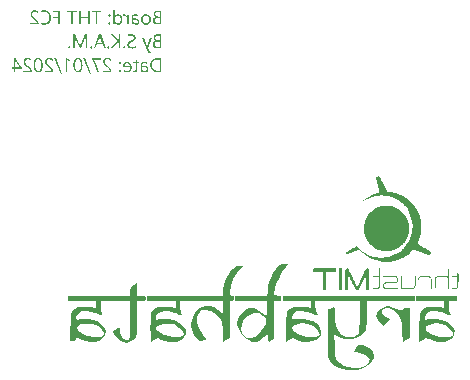
<source format=gbr>
%TF.GenerationSoftware,KiCad,Pcbnew,7.0.7*%
%TF.CreationDate,2024-04-01T01:40:14+05:30*%
%TF.ProjectId,FC_THT_STACK_2,46435f54-4854-45f5-9354-41434b5f322e,rev?*%
%TF.SameCoordinates,Original*%
%TF.FileFunction,Legend,Bot*%
%TF.FilePolarity,Positive*%
%FSLAX46Y46*%
G04 Gerber Fmt 4.6, Leading zero omitted, Abs format (unit mm)*
G04 Created by KiCad (PCBNEW 7.0.7) date 2024-04-01 01:40:14*
%MOMM*%
%LPD*%
G01*
G04 APERTURE LIST*
%ADD10C,0.150000*%
G04 APERTURE END LIST*
D10*
G36*
X116253154Y-65614000D02*
G01*
X115908772Y-65614000D01*
X115888259Y-65613633D01*
X115868192Y-65612534D01*
X115848572Y-65610702D01*
X115829399Y-65608138D01*
X115810672Y-65604840D01*
X115792392Y-65600810D01*
X115774558Y-65596048D01*
X115757170Y-65590552D01*
X115740229Y-65584324D01*
X115723735Y-65577363D01*
X115707687Y-65569669D01*
X115692086Y-65561243D01*
X115676931Y-65552084D01*
X115662222Y-65542192D01*
X115647960Y-65531568D01*
X115634145Y-65520210D01*
X115620978Y-65508224D01*
X115608660Y-65495787D01*
X115597192Y-65482899D01*
X115586573Y-65469560D01*
X115576803Y-65455770D01*
X115567884Y-65441529D01*
X115559813Y-65426837D01*
X115552592Y-65411693D01*
X115546221Y-65396099D01*
X115540699Y-65380053D01*
X115536027Y-65363556D01*
X115532204Y-65346609D01*
X115529231Y-65329210D01*
X115527107Y-65311360D01*
X115525833Y-65293059D01*
X115525408Y-65274307D01*
X115525441Y-65272548D01*
X115670488Y-65272548D01*
X115670554Y-65278789D01*
X115671078Y-65291021D01*
X115672127Y-65302919D01*
X115674683Y-65320139D01*
X115678419Y-65336606D01*
X115683335Y-65352322D01*
X115689431Y-65367285D01*
X115696706Y-65381496D01*
X115705162Y-65394954D01*
X115714797Y-65407661D01*
X115725612Y-65419615D01*
X115737606Y-65430817D01*
X115741855Y-65434370D01*
X115755247Y-65444350D01*
X115769607Y-65453315D01*
X115784936Y-65461266D01*
X115795693Y-65466002D01*
X115806881Y-65470287D01*
X115818500Y-65474122D01*
X115830548Y-65477505D01*
X115843028Y-65480437D01*
X115855937Y-65482918D01*
X115869278Y-65484948D01*
X115883048Y-65486526D01*
X115897250Y-65487654D01*
X115911881Y-65488331D01*
X115926943Y-65488556D01*
X116114815Y-65488556D01*
X116114815Y-65063281D01*
X115955666Y-65063281D01*
X115938121Y-65063485D01*
X115921133Y-65064098D01*
X115904702Y-65065120D01*
X115888828Y-65066551D01*
X115873511Y-65068390D01*
X115858750Y-65070638D01*
X115844547Y-65073294D01*
X115830901Y-65076360D01*
X115817812Y-65079834D01*
X115805280Y-65083717D01*
X115793304Y-65088009D01*
X115781886Y-65092709D01*
X115760720Y-65103336D01*
X115741783Y-65115598D01*
X115725073Y-65129494D01*
X115710592Y-65145026D01*
X115698338Y-65162192D01*
X115688312Y-65180994D01*
X115680514Y-65201430D01*
X115674944Y-65223501D01*
X115672995Y-65235150D01*
X115671602Y-65247207D01*
X115670767Y-65259673D01*
X115670488Y-65272548D01*
X115525441Y-65272548D01*
X115525689Y-65259244D01*
X115526530Y-65244539D01*
X115527933Y-65230192D01*
X115529896Y-65216201D01*
X115532421Y-65202568D01*
X115535506Y-65189292D01*
X115539153Y-65176373D01*
X115543360Y-65163811D01*
X115548128Y-65151607D01*
X115553458Y-65139759D01*
X115559348Y-65128269D01*
X115565800Y-65117136D01*
X115572812Y-65106361D01*
X115580386Y-65095942D01*
X115588520Y-65085881D01*
X115597216Y-65076177D01*
X115606343Y-65066859D01*
X115615845Y-65058028D01*
X115625723Y-65049685D01*
X115635977Y-65041830D01*
X115646606Y-65034463D01*
X115657611Y-65027583D01*
X115668991Y-65021191D01*
X115680747Y-65015287D01*
X115692878Y-65009871D01*
X115705385Y-65004942D01*
X115718267Y-65000501D01*
X115731525Y-64996547D01*
X115745158Y-64993082D01*
X115759167Y-64990104D01*
X115773551Y-64987614D01*
X115788311Y-64985612D01*
X115788311Y-64982387D01*
X115782379Y-64980386D01*
X115770757Y-64976131D01*
X115759454Y-64971543D01*
X115748472Y-64966620D01*
X115737811Y-64961362D01*
X115727471Y-64955771D01*
X115712561Y-64946756D01*
X115698372Y-64936990D01*
X115684905Y-64926471D01*
X115672159Y-64915200D01*
X115660134Y-64903177D01*
X115648831Y-64890402D01*
X115638248Y-64876875D01*
X115634894Y-64872215D01*
X115625471Y-64857929D01*
X115617007Y-64843185D01*
X115609500Y-64827982D01*
X115602952Y-64812321D01*
X115597362Y-64796201D01*
X115592730Y-64779623D01*
X115589057Y-64762586D01*
X115587141Y-64750974D01*
X115585650Y-64739157D01*
X115584816Y-64729743D01*
X115728814Y-64729743D01*
X115728877Y-64735927D01*
X115729388Y-64748033D01*
X115730409Y-64759789D01*
X115732899Y-64776766D01*
X115736537Y-64792954D01*
X115741324Y-64808354D01*
X115747260Y-64822966D01*
X115754345Y-64836790D01*
X115762578Y-64849825D01*
X115771961Y-64862072D01*
X115782493Y-64873531D01*
X115794173Y-64884202D01*
X115798287Y-64887556D01*
X115811200Y-64896979D01*
X115824968Y-64905444D01*
X115839591Y-64912950D01*
X115855069Y-64919498D01*
X115871403Y-64925088D01*
X115882767Y-64928282D01*
X115894511Y-64931051D01*
X115906635Y-64933393D01*
X115919140Y-64935310D01*
X115932024Y-64936800D01*
X115945289Y-64937865D01*
X115958934Y-64938504D01*
X115972959Y-64938717D01*
X116114815Y-64938717D01*
X116114815Y-64557698D01*
X115955666Y-64557698D01*
X115941710Y-64557866D01*
X115928196Y-64558370D01*
X115915125Y-64559210D01*
X115902498Y-64560386D01*
X115890313Y-64561898D01*
X115878572Y-64563746D01*
X115856418Y-64568451D01*
X115836037Y-64574499D01*
X115817428Y-64581892D01*
X115800591Y-64590628D01*
X115785527Y-64600709D01*
X115772235Y-64612134D01*
X115760715Y-64624903D01*
X115750967Y-64639016D01*
X115742992Y-64654473D01*
X115736789Y-64671274D01*
X115732358Y-64689420D01*
X115729700Y-64708909D01*
X115728814Y-64729743D01*
X115584816Y-64729743D01*
X115584585Y-64727137D01*
X115583946Y-64714913D01*
X115583733Y-64702485D01*
X115584085Y-64687606D01*
X115585139Y-64673084D01*
X115586897Y-64658920D01*
X115589357Y-64645113D01*
X115592520Y-64631662D01*
X115596387Y-64618569D01*
X115600956Y-64605834D01*
X115606228Y-64593455D01*
X115612203Y-64581434D01*
X115618881Y-64569770D01*
X115626263Y-64558463D01*
X115634347Y-64547513D01*
X115643134Y-64536921D01*
X115652624Y-64526685D01*
X115662817Y-64516807D01*
X115673712Y-64507286D01*
X115685172Y-64498200D01*
X115697128Y-64489701D01*
X115709581Y-64481787D01*
X115722530Y-64474460D01*
X115735977Y-64467719D01*
X115749921Y-64461564D01*
X115764361Y-64455995D01*
X115779299Y-64451013D01*
X115794733Y-64446616D01*
X115810664Y-64442806D01*
X115827092Y-64439582D01*
X115844017Y-64436944D01*
X115861439Y-64434893D01*
X115879357Y-64433427D01*
X115897773Y-64432548D01*
X115916685Y-64432255D01*
X116253154Y-64432255D01*
X116253154Y-65614000D01*
G37*
G36*
X114948580Y-64751255D02*
G01*
X114960706Y-64751604D01*
X114972673Y-64752187D01*
X114984480Y-64753002D01*
X115007619Y-64755332D01*
X115030120Y-64758594D01*
X115051985Y-64762788D01*
X115073214Y-64767913D01*
X115093806Y-64773971D01*
X115113761Y-64780960D01*
X115133080Y-64788882D01*
X115151762Y-64797735D01*
X115169808Y-64807521D01*
X115187217Y-64818238D01*
X115203990Y-64829887D01*
X115220126Y-64842468D01*
X115235625Y-64855982D01*
X115250488Y-64870427D01*
X115264543Y-64885701D01*
X115277691Y-64901700D01*
X115289932Y-64918426D01*
X115301266Y-64935878D01*
X115311694Y-64954055D01*
X115321215Y-64972958D01*
X115329829Y-64992587D01*
X115337537Y-65012942D01*
X115344337Y-65034023D01*
X115350231Y-65055830D01*
X115355218Y-65078362D01*
X115357372Y-65089901D01*
X115359299Y-65101621D01*
X115360999Y-65113522D01*
X115362472Y-65125605D01*
X115363719Y-65137869D01*
X115364739Y-65150315D01*
X115365533Y-65162942D01*
X115366099Y-65175751D01*
X115366439Y-65188741D01*
X115366553Y-65201913D01*
X115366444Y-65214020D01*
X115366116Y-65225976D01*
X115364808Y-65249440D01*
X115362627Y-65272303D01*
X115359573Y-65294566D01*
X115355648Y-65316230D01*
X115350849Y-65337294D01*
X115345179Y-65357757D01*
X115338636Y-65377621D01*
X115331220Y-65396885D01*
X115322932Y-65415549D01*
X115313772Y-65433613D01*
X115303739Y-65451077D01*
X115292834Y-65467942D01*
X115281057Y-65484206D01*
X115268407Y-65499870D01*
X115254885Y-65514935D01*
X115240631Y-65529202D01*
X115225786Y-65542549D01*
X115210351Y-65554976D01*
X115194325Y-65566482D01*
X115177708Y-65577068D01*
X115160500Y-65586733D01*
X115142702Y-65595477D01*
X115124313Y-65603302D01*
X115105333Y-65610205D01*
X115085762Y-65616189D01*
X115065600Y-65621251D01*
X115044848Y-65625393D01*
X115023505Y-65628615D01*
X115001571Y-65630916D01*
X114979047Y-65632297D01*
X114955932Y-65632757D01*
X114944009Y-65632639D01*
X114932239Y-65632283D01*
X114909156Y-65630861D01*
X114886682Y-65628491D01*
X114864817Y-65625174D01*
X114843561Y-65620908D01*
X114822914Y-65615694D01*
X114802876Y-65609532D01*
X114783447Y-65602422D01*
X114764628Y-65594365D01*
X114746417Y-65585359D01*
X114728815Y-65575405D01*
X114711823Y-65564504D01*
X114695440Y-65552654D01*
X114679665Y-65539857D01*
X114664500Y-65526111D01*
X114649944Y-65511418D01*
X114636102Y-65495937D01*
X114623154Y-65479832D01*
X114611098Y-65463102D01*
X114599935Y-65445747D01*
X114589666Y-65427766D01*
X114580289Y-65409161D01*
X114571805Y-65389930D01*
X114564215Y-65370074D01*
X114557517Y-65349593D01*
X114551713Y-65328487D01*
X114546801Y-65306756D01*
X114542783Y-65284400D01*
X114539657Y-65261419D01*
X114538429Y-65249693D01*
X114537424Y-65237812D01*
X114536643Y-65225774D01*
X114536085Y-65213581D01*
X114535750Y-65201230D01*
X114535683Y-65193706D01*
X114673978Y-65193706D01*
X114674254Y-65212919D01*
X114675081Y-65231575D01*
X114676461Y-65249674D01*
X114678392Y-65267217D01*
X114680876Y-65284204D01*
X114683911Y-65300634D01*
X114687498Y-65316508D01*
X114691636Y-65331826D01*
X114696327Y-65346587D01*
X114701569Y-65360791D01*
X114707364Y-65374440D01*
X114713710Y-65387531D01*
X114720608Y-65400067D01*
X114728058Y-65412046D01*
X114736059Y-65423468D01*
X114744613Y-65434334D01*
X114753642Y-65444592D01*
X114763146Y-65454187D01*
X114773124Y-65463120D01*
X114783575Y-65471392D01*
X114794501Y-65479002D01*
X114805901Y-65485951D01*
X114817774Y-65492237D01*
X114830122Y-65497862D01*
X114842944Y-65502825D01*
X114856239Y-65507126D01*
X114870009Y-65510766D01*
X114884252Y-65513744D01*
X114898970Y-65516060D01*
X114914161Y-65517714D01*
X114929827Y-65518707D01*
X114945966Y-65519038D01*
X114961847Y-65518701D01*
X114977323Y-65517691D01*
X114992393Y-65516009D01*
X115007058Y-65513652D01*
X115021317Y-65510623D01*
X115035172Y-65506920D01*
X115048621Y-65502545D01*
X115061664Y-65497496D01*
X115074303Y-65491774D01*
X115086536Y-65485378D01*
X115098364Y-65478310D01*
X115109786Y-65470568D01*
X115120803Y-65462153D01*
X115131415Y-65453065D01*
X115141622Y-65443304D01*
X115151424Y-65432869D01*
X115160687Y-65421815D01*
X115169352Y-65410269D01*
X115177420Y-65398230D01*
X115184891Y-65385700D01*
X115191764Y-65372676D01*
X115198039Y-65359161D01*
X115203716Y-65345153D01*
X115208796Y-65330653D01*
X115213278Y-65315661D01*
X115217163Y-65300176D01*
X115220450Y-65284200D01*
X115223139Y-65267730D01*
X115225231Y-65250769D01*
X115226725Y-65233315D01*
X115227622Y-65215369D01*
X115227920Y-65196930D01*
X115227624Y-65177775D01*
X115226734Y-65159145D01*
X115225252Y-65141038D01*
X115223176Y-65123456D01*
X115220507Y-65106398D01*
X115217245Y-65089865D01*
X115213391Y-65073856D01*
X115208943Y-65058371D01*
X115203902Y-65043411D01*
X115198268Y-65028975D01*
X115192041Y-65015064D01*
X115185221Y-65001677D01*
X115177807Y-64988814D01*
X115169801Y-64976475D01*
X115161202Y-64964661D01*
X115152010Y-64953371D01*
X115142309Y-64942653D01*
X115132185Y-64932626D01*
X115121637Y-64923291D01*
X115110665Y-64914647D01*
X115099270Y-64906694D01*
X115087452Y-64899433D01*
X115075209Y-64892864D01*
X115062544Y-64886986D01*
X115049454Y-64881800D01*
X115035941Y-64877305D01*
X115022004Y-64873502D01*
X115007644Y-64870390D01*
X114992860Y-64867970D01*
X114977652Y-64866241D01*
X114962021Y-64865204D01*
X114945966Y-64864858D01*
X114929827Y-64865192D01*
X114914161Y-64866195D01*
X114898970Y-64867867D01*
X114884252Y-64870207D01*
X114870009Y-64873216D01*
X114856239Y-64876893D01*
X114842944Y-64881239D01*
X114830122Y-64886254D01*
X114817774Y-64891937D01*
X114805901Y-64898289D01*
X114794501Y-64905309D01*
X114783575Y-64912998D01*
X114773124Y-64921356D01*
X114763146Y-64930382D01*
X114753642Y-64940077D01*
X114744613Y-64950441D01*
X114736059Y-64961386D01*
X114728058Y-64972899D01*
X114720608Y-64984980D01*
X114713710Y-64997628D01*
X114707364Y-65010845D01*
X114701569Y-65024629D01*
X114696327Y-65038982D01*
X114691636Y-65053902D01*
X114687498Y-65069390D01*
X114683911Y-65085446D01*
X114680876Y-65102070D01*
X114678392Y-65119261D01*
X114676461Y-65137021D01*
X114675081Y-65155348D01*
X114674254Y-65174243D01*
X114673978Y-65193706D01*
X114535683Y-65193706D01*
X114535638Y-65188724D01*
X114535742Y-65175952D01*
X114536053Y-65163357D01*
X114536571Y-65150937D01*
X114537296Y-65138692D01*
X114538229Y-65126624D01*
X114539368Y-65114731D01*
X114542270Y-65091472D01*
X114546000Y-65068917D01*
X114550559Y-65047065D01*
X114555946Y-65025915D01*
X114562163Y-65005468D01*
X114569209Y-64985725D01*
X114577083Y-64966684D01*
X114585787Y-64948347D01*
X114595319Y-64930712D01*
X114605680Y-64913780D01*
X114616871Y-64897551D01*
X114628890Y-64882025D01*
X114641738Y-64867203D01*
X114655287Y-64853148D01*
X114669485Y-64840000D01*
X114684331Y-64827759D01*
X114699825Y-64816424D01*
X114715966Y-64805997D01*
X114732756Y-64796476D01*
X114750194Y-64787862D01*
X114768280Y-64780154D01*
X114787014Y-64773354D01*
X114806395Y-64767460D01*
X114826425Y-64762473D01*
X114847103Y-64758392D01*
X114868429Y-64755219D01*
X114890403Y-64752952D01*
X114913025Y-64751592D01*
X114936294Y-64751138D01*
X114948580Y-64751255D01*
G37*
G36*
X114038774Y-64751458D02*
G01*
X114058628Y-64752416D01*
X114078186Y-64754013D01*
X114097448Y-64756249D01*
X114116416Y-64759124D01*
X114135088Y-64762638D01*
X114153464Y-64766790D01*
X114171546Y-64771581D01*
X114189331Y-64777012D01*
X114206822Y-64783081D01*
X114224017Y-64789789D01*
X114240917Y-64797135D01*
X114257521Y-64805121D01*
X114273830Y-64813745D01*
X114289844Y-64823009D01*
X114305562Y-64832911D01*
X114305562Y-64976233D01*
X114290095Y-64962746D01*
X114274398Y-64950129D01*
X114258469Y-64938383D01*
X114242309Y-64927506D01*
X114225918Y-64917500D01*
X114209295Y-64908364D01*
X114192441Y-64900098D01*
X114175356Y-64892702D01*
X114158039Y-64886176D01*
X114140492Y-64880520D01*
X114122713Y-64875734D01*
X114104702Y-64871819D01*
X114086461Y-64868773D01*
X114067988Y-64866598D01*
X114049284Y-64865293D01*
X114030349Y-64864858D01*
X114019638Y-64865058D01*
X113999236Y-64866661D01*
X113980194Y-64869867D01*
X113962512Y-64874675D01*
X113946191Y-64881087D01*
X113931230Y-64889101D01*
X113917628Y-64898718D01*
X113905387Y-64909938D01*
X113894506Y-64922761D01*
X113884985Y-64937186D01*
X113876824Y-64953215D01*
X113870024Y-64970846D01*
X113864583Y-64990080D01*
X113860503Y-65010917D01*
X113857783Y-65033357D01*
X113856933Y-65045178D01*
X113856423Y-65057399D01*
X113856253Y-65070022D01*
X114109190Y-65106072D01*
X114126339Y-65108723D01*
X114142943Y-65111766D01*
X114159003Y-65115201D01*
X114174518Y-65119028D01*
X114189489Y-65123247D01*
X114203915Y-65127858D01*
X114217797Y-65132862D01*
X114231135Y-65138257D01*
X114243928Y-65144045D01*
X114256177Y-65150225D01*
X114267881Y-65156797D01*
X114279041Y-65163761D01*
X114289657Y-65171117D01*
X114299728Y-65178865D01*
X114309255Y-65187006D01*
X114318238Y-65195538D01*
X114326676Y-65204463D01*
X114334570Y-65213780D01*
X114341919Y-65223489D01*
X114348724Y-65233590D01*
X114354985Y-65244083D01*
X114360701Y-65254968D01*
X114365872Y-65266246D01*
X114370500Y-65277915D01*
X114374583Y-65289977D01*
X114378121Y-65302431D01*
X114381115Y-65315277D01*
X114383565Y-65328515D01*
X114385471Y-65342145D01*
X114386832Y-65356167D01*
X114387648Y-65370582D01*
X114387920Y-65385388D01*
X114387642Y-65399210D01*
X114386808Y-65412687D01*
X114385416Y-65425818D01*
X114383469Y-65438603D01*
X114380965Y-65451042D01*
X114377905Y-65463135D01*
X114374288Y-65474883D01*
X114370115Y-65486285D01*
X114365386Y-65497341D01*
X114360100Y-65508052D01*
X114354257Y-65518416D01*
X114347858Y-65528435D01*
X114340903Y-65538108D01*
X114333392Y-65547436D01*
X114325324Y-65556417D01*
X114316699Y-65565053D01*
X114307547Y-65573252D01*
X114297969Y-65580921D01*
X114287965Y-65588062D01*
X114277535Y-65594674D01*
X114266679Y-65600757D01*
X114255397Y-65606310D01*
X114243690Y-65611335D01*
X114231556Y-65615831D01*
X114218997Y-65619798D01*
X114206011Y-65623236D01*
X114192600Y-65626146D01*
X114178763Y-65628526D01*
X114164500Y-65630377D01*
X114149811Y-65631699D01*
X114134696Y-65632493D01*
X114119156Y-65632757D01*
X114098048Y-65632165D01*
X114077592Y-65630390D01*
X114057785Y-65627430D01*
X114038629Y-65623287D01*
X114020123Y-65617960D01*
X114002267Y-65611449D01*
X113985062Y-65603754D01*
X113968507Y-65594875D01*
X113952602Y-65584813D01*
X113937347Y-65573567D01*
X113922743Y-65561137D01*
X113908789Y-65547523D01*
X113895486Y-65532725D01*
X113882832Y-65516744D01*
X113870829Y-65499578D01*
X113859477Y-65481229D01*
X113856253Y-65481229D01*
X113856253Y-65614000D01*
X113721137Y-65614000D01*
X113721137Y-65177879D01*
X113856253Y-65177879D01*
X113856253Y-65264048D01*
X113856509Y-65277711D01*
X113857278Y-65291077D01*
X113858561Y-65304145D01*
X113860356Y-65316915D01*
X113862664Y-65329387D01*
X113865485Y-65341562D01*
X113868819Y-65353439D01*
X113872666Y-65365018D01*
X113877025Y-65376300D01*
X113881898Y-65387284D01*
X113887284Y-65397971D01*
X113893182Y-65408359D01*
X113899593Y-65418450D01*
X113906518Y-65428244D01*
X113913955Y-65437739D01*
X113921905Y-65446937D01*
X113926024Y-65451373D01*
X113934469Y-65459823D01*
X113947651Y-65471440D01*
X113961452Y-65481791D01*
X113975870Y-65490874D01*
X113990907Y-65498689D01*
X114006563Y-65505237D01*
X114022836Y-65510518D01*
X114039728Y-65514532D01*
X114051332Y-65516503D01*
X114063212Y-65517911D01*
X114075366Y-65518756D01*
X114087795Y-65519038D01*
X114092346Y-65518999D01*
X114105660Y-65518410D01*
X114118463Y-65517116D01*
X114130757Y-65515117D01*
X114142540Y-65512411D01*
X114153814Y-65509000D01*
X114168051Y-65503353D01*
X114181383Y-65496452D01*
X114193807Y-65488295D01*
X114205324Y-65478884D01*
X114215628Y-65468484D01*
X114224559Y-65457360D01*
X114232115Y-65445513D01*
X114238297Y-65432942D01*
X114243106Y-65419648D01*
X114246540Y-65405630D01*
X114248601Y-65390888D01*
X114249288Y-65375423D01*
X114249102Y-65364749D01*
X114248122Y-65349516D01*
X114246302Y-65335215D01*
X114243643Y-65321846D01*
X114240144Y-65309410D01*
X114235805Y-65297906D01*
X114230626Y-65287335D01*
X114222415Y-65274691D01*
X114212711Y-65263705D01*
X114201514Y-65254376D01*
X114198483Y-65252253D01*
X114185454Y-65244168D01*
X114174733Y-65238531D01*
X114163198Y-65233260D01*
X114150848Y-65228354D01*
X114137685Y-65223814D01*
X114123708Y-65219640D01*
X114108916Y-65215832D01*
X114093311Y-65212390D01*
X114076891Y-65209313D01*
X114059658Y-65206602D01*
X113856253Y-65177879D01*
X113721137Y-65177879D01*
X113721137Y-65065625D01*
X113721428Y-65046277D01*
X113722299Y-65027543D01*
X113723752Y-65009423D01*
X113725786Y-64991918D01*
X113728400Y-64975026D01*
X113731596Y-64958749D01*
X113735373Y-64943086D01*
X113739730Y-64928037D01*
X113744669Y-64913603D01*
X113750189Y-64899783D01*
X113756290Y-64886577D01*
X113762972Y-64873985D01*
X113770234Y-64862007D01*
X113778078Y-64850644D01*
X113786503Y-64839895D01*
X113795509Y-64829760D01*
X113805096Y-64820240D01*
X113815264Y-64811333D01*
X113826013Y-64803041D01*
X113837344Y-64795363D01*
X113849255Y-64788299D01*
X113861747Y-64781850D01*
X113874820Y-64776015D01*
X113888474Y-64770794D01*
X113902710Y-64766187D01*
X113917526Y-64762195D01*
X113932923Y-64758816D01*
X113948901Y-64756052D01*
X113965461Y-64753902D01*
X113982601Y-64752367D01*
X114000323Y-64751445D01*
X114018625Y-64751138D01*
X114038774Y-64751458D01*
G37*
G36*
X113030321Y-64901201D02*
G01*
X113042169Y-64895797D01*
X113055549Y-64891309D01*
X113067355Y-64888378D01*
X113080141Y-64886034D01*
X113093907Y-64884275D01*
X113108653Y-64883103D01*
X113124379Y-64882517D01*
X113132610Y-64882443D01*
X113148574Y-64883159D01*
X113164044Y-64885308D01*
X113179019Y-64888888D01*
X113193500Y-64893901D01*
X113207486Y-64900347D01*
X113220977Y-64908224D01*
X113233974Y-64917534D01*
X113246476Y-64928275D01*
X113258483Y-64940450D01*
X113266214Y-64949361D01*
X113273724Y-64958910D01*
X113277397Y-64963923D01*
X113284424Y-64974302D01*
X113290998Y-64985144D01*
X113297119Y-64996449D01*
X113302786Y-65008216D01*
X113308000Y-65020446D01*
X113312760Y-65033138D01*
X113317067Y-65046293D01*
X113320921Y-65059910D01*
X113324321Y-65073990D01*
X113327268Y-65088532D01*
X113329762Y-65103537D01*
X113331802Y-65119005D01*
X113333389Y-65134935D01*
X113334522Y-65151327D01*
X113335202Y-65168182D01*
X113335429Y-65185500D01*
X113335429Y-65614000D01*
X113470544Y-65614000D01*
X113470544Y-64769896D01*
X113335429Y-64769896D01*
X113335429Y-64946630D01*
X113332205Y-64946630D01*
X113328460Y-64935249D01*
X113324479Y-64924186D01*
X113318066Y-64908188D01*
X113311122Y-64892906D01*
X113303647Y-64878341D01*
X113295642Y-64864491D01*
X113287106Y-64851358D01*
X113278039Y-64838941D01*
X113268442Y-64827240D01*
X113258314Y-64816255D01*
X113247655Y-64805986D01*
X113243985Y-64802722D01*
X113232708Y-64793504D01*
X113221189Y-64785192D01*
X113209428Y-64777787D01*
X113197424Y-64771288D01*
X113185179Y-64765697D01*
X113172691Y-64761012D01*
X113159961Y-64757234D01*
X113146990Y-64754362D01*
X113133776Y-64752398D01*
X113120319Y-64751340D01*
X113111214Y-64751138D01*
X113098410Y-64751317D01*
X113086375Y-64751853D01*
X113072413Y-64753025D01*
X113059653Y-64754755D01*
X113048095Y-64757043D01*
X113035813Y-64760526D01*
X113030321Y-64762569D01*
X113030321Y-64901201D01*
G37*
G36*
X112301403Y-64887719D02*
G01*
X112304627Y-64887719D01*
X112314889Y-64871180D01*
X112325894Y-64855708D01*
X112337641Y-64841303D01*
X112350129Y-64827965D01*
X112363359Y-64815694D01*
X112377332Y-64804490D01*
X112392046Y-64794353D01*
X112407502Y-64785284D01*
X112423700Y-64777281D01*
X112440639Y-64770345D01*
X112458321Y-64764476D01*
X112476745Y-64759675D01*
X112495910Y-64755940D01*
X112515817Y-64753272D01*
X112536466Y-64751672D01*
X112557858Y-64751138D01*
X112579529Y-64751631D01*
X112600653Y-64753108D01*
X112621231Y-64755569D01*
X112641260Y-64759015D01*
X112660743Y-64763446D01*
X112679678Y-64768861D01*
X112698066Y-64775261D01*
X112715907Y-64782646D01*
X112733201Y-64791015D01*
X112749947Y-64800369D01*
X112766146Y-64810707D01*
X112781798Y-64822030D01*
X112796902Y-64834337D01*
X112811459Y-64847630D01*
X112825469Y-64861906D01*
X112838932Y-64877168D01*
X112845424Y-64885107D01*
X112857789Y-64901472D01*
X112869329Y-64918485D01*
X112880045Y-64936146D01*
X112889937Y-64954455D01*
X112899005Y-64973412D01*
X112907248Y-64993017D01*
X112914667Y-65013271D01*
X112921261Y-65034172D01*
X112927031Y-65055721D01*
X112931977Y-65077918D01*
X112936099Y-65100763D01*
X112937851Y-65112428D01*
X112939396Y-65124256D01*
X112940736Y-65136246D01*
X112941869Y-65148397D01*
X112942796Y-65160711D01*
X112943518Y-65173186D01*
X112944033Y-65185824D01*
X112944342Y-65198623D01*
X112944445Y-65211585D01*
X112944352Y-65223687D01*
X112944073Y-65235629D01*
X112942957Y-65259034D01*
X112941096Y-65281800D01*
X112938492Y-65303927D01*
X112935143Y-65325416D01*
X112931050Y-65346265D01*
X112926213Y-65366476D01*
X112920631Y-65386048D01*
X112914306Y-65404981D01*
X112907236Y-65423275D01*
X112899422Y-65440930D01*
X112890864Y-65457947D01*
X112881562Y-65474324D01*
X112871516Y-65490063D01*
X112860725Y-65505163D01*
X112849190Y-65519624D01*
X112837034Y-65533324D01*
X112824378Y-65546140D01*
X112811224Y-65558072D01*
X112797570Y-65569120D01*
X112783417Y-65579284D01*
X112768764Y-65588565D01*
X112753613Y-65596961D01*
X112737962Y-65604474D01*
X112721812Y-65611103D01*
X112705163Y-65616848D01*
X112688015Y-65621709D01*
X112670368Y-65625687D01*
X112652222Y-65628780D01*
X112633576Y-65630990D01*
X112614431Y-65632315D01*
X112594787Y-65632757D01*
X112582632Y-65632598D01*
X112570676Y-65632121D01*
X112547361Y-65630211D01*
X112524844Y-65627028D01*
X112503123Y-65622572D01*
X112482199Y-65616843D01*
X112462072Y-65609841D01*
X112442741Y-65601566D01*
X112424208Y-65592018D01*
X112406471Y-65581196D01*
X112389531Y-65569102D01*
X112373389Y-65555734D01*
X112358042Y-65541093D01*
X112343493Y-65525179D01*
X112329741Y-65507992D01*
X112316785Y-65489532D01*
X112304627Y-65469799D01*
X112301403Y-65469799D01*
X112301403Y-65614000D01*
X112166287Y-65614000D01*
X112166287Y-65232101D01*
X112301403Y-65232101D01*
X112301678Y-65247468D01*
X112302506Y-65262500D01*
X112303886Y-65277199D01*
X112305817Y-65291562D01*
X112308301Y-65305592D01*
X112311336Y-65319287D01*
X112314923Y-65332648D01*
X112319061Y-65345674D01*
X112323752Y-65358367D01*
X112328994Y-65370724D01*
X112334789Y-65382748D01*
X112341135Y-65394437D01*
X112348033Y-65405792D01*
X112355483Y-65416813D01*
X112363484Y-65427499D01*
X112372038Y-65437852D01*
X112380996Y-65447683D01*
X112390287Y-65456880D01*
X112399910Y-65465442D01*
X112409865Y-65473371D01*
X112420152Y-65480665D01*
X112430770Y-65487324D01*
X112441721Y-65493350D01*
X112453004Y-65498741D01*
X112464619Y-65503498D01*
X112476566Y-65507621D01*
X112488845Y-65511110D01*
X112501456Y-65513964D01*
X112514399Y-65516184D01*
X112527674Y-65517769D01*
X112541281Y-65518721D01*
X112555220Y-65519038D01*
X112569363Y-65518709D01*
X112583141Y-65517724D01*
X112596556Y-65516081D01*
X112609607Y-65513781D01*
X112622293Y-65510823D01*
X112634615Y-65507209D01*
X112646574Y-65502937D01*
X112658168Y-65498009D01*
X112669398Y-65492423D01*
X112680264Y-65486180D01*
X112690767Y-65479279D01*
X112700904Y-65471722D01*
X112710678Y-65463507D01*
X112720088Y-65454636D01*
X112729134Y-65445107D01*
X112737816Y-65434921D01*
X112746050Y-65424131D01*
X112753753Y-65412866D01*
X112760924Y-65401124D01*
X112767564Y-65388905D01*
X112773674Y-65376211D01*
X112779251Y-65363040D01*
X112784298Y-65349393D01*
X112788814Y-65335270D01*
X112792798Y-65320670D01*
X112796251Y-65305594D01*
X112799173Y-65290042D01*
X112801563Y-65274013D01*
X112803422Y-65257509D01*
X112804750Y-65240528D01*
X112805547Y-65223071D01*
X112805813Y-65205137D01*
X112805536Y-65185477D01*
X112804705Y-65166357D01*
X112803319Y-65147778D01*
X112801380Y-65129739D01*
X112798886Y-65112241D01*
X112795839Y-65095283D01*
X112792237Y-65078865D01*
X112788081Y-65062988D01*
X112783371Y-65047651D01*
X112778107Y-65032854D01*
X112772288Y-65018598D01*
X112765916Y-65004882D01*
X112758989Y-64991707D01*
X112751509Y-64979072D01*
X112743474Y-64966977D01*
X112734885Y-64955423D01*
X112725814Y-64944456D01*
X112716333Y-64934197D01*
X112706442Y-64924645D01*
X112696142Y-64915801D01*
X112685431Y-64907664D01*
X112674311Y-64900235D01*
X112662781Y-64893513D01*
X112650841Y-64887499D01*
X112638491Y-64882193D01*
X112625731Y-64877594D01*
X112612561Y-64873702D01*
X112598982Y-64870518D01*
X112584993Y-64868042D01*
X112570593Y-64866273D01*
X112555784Y-64865212D01*
X112540565Y-64864858D01*
X112534098Y-64864927D01*
X112521378Y-64865479D01*
X112508945Y-64866582D01*
X112496798Y-64868238D01*
X112484936Y-64870445D01*
X112473362Y-64873204D01*
X112456536Y-64878378D01*
X112440355Y-64884793D01*
X112424817Y-64892450D01*
X112409923Y-64901348D01*
X112395674Y-64911488D01*
X112386532Y-64918938D01*
X112377676Y-64926939D01*
X112369107Y-64935493D01*
X112360908Y-64944445D01*
X112353239Y-64953642D01*
X112346098Y-64963084D01*
X112339486Y-64972770D01*
X112330560Y-64987760D01*
X112322825Y-65003301D01*
X112316279Y-65019393D01*
X112310923Y-65036037D01*
X112308014Y-65047439D01*
X112305634Y-65059086D01*
X112303783Y-65070978D01*
X112302460Y-65083115D01*
X112301667Y-65095497D01*
X112301403Y-65108124D01*
X112301403Y-65232101D01*
X112166287Y-65232101D01*
X112166287Y-64357224D01*
X112301403Y-64357224D01*
X112301403Y-64887719D01*
G37*
G36*
X111851507Y-64938717D02*
G01*
X111865304Y-64937738D01*
X111878339Y-64934801D01*
X111890611Y-64929907D01*
X111902120Y-64923055D01*
X111912868Y-64914245D01*
X111916280Y-64910873D01*
X111923964Y-64901900D01*
X111931465Y-64890415D01*
X111937091Y-64878146D01*
X111940842Y-64865094D01*
X111942717Y-64851259D01*
X111942952Y-64844048D01*
X111942301Y-64832245D01*
X111939800Y-64818836D01*
X111935424Y-64806251D01*
X111929173Y-64794491D01*
X111921047Y-64783555D01*
X111916280Y-64778396D01*
X111905788Y-64769133D01*
X111894532Y-64761786D01*
X111882514Y-64756356D01*
X111869734Y-64752842D01*
X111856191Y-64751245D01*
X111851507Y-64751138D01*
X111839696Y-64751804D01*
X111826260Y-64754359D01*
X111813627Y-64758831D01*
X111801798Y-64765220D01*
X111790773Y-64773525D01*
X111785562Y-64778396D01*
X111777709Y-64787108D01*
X111770043Y-64798319D01*
X111764293Y-64810354D01*
X111760460Y-64823214D01*
X111758544Y-64836897D01*
X111758304Y-64844048D01*
X111758970Y-64855958D01*
X111761525Y-64869532D01*
X111765997Y-64882323D01*
X111772385Y-64894330D01*
X111780690Y-64905555D01*
X111785562Y-64910873D01*
X111794359Y-64918895D01*
X111805652Y-64926726D01*
X111817749Y-64932599D01*
X111830649Y-64936514D01*
X111844354Y-64938472D01*
X111851507Y-64938717D01*
G37*
G36*
X111851507Y-65632757D02*
G01*
X111865304Y-65631789D01*
X111878339Y-65628883D01*
X111890611Y-65624040D01*
X111902120Y-65617260D01*
X111912868Y-65608543D01*
X111916280Y-65605207D01*
X111923964Y-65596332D01*
X111931465Y-65584984D01*
X111937091Y-65572874D01*
X111940842Y-65560001D01*
X111942717Y-65546365D01*
X111942952Y-65539261D01*
X111942014Y-65525334D01*
X111939201Y-65512127D01*
X111934513Y-65499642D01*
X111927949Y-65487879D01*
X111919510Y-65476836D01*
X111916280Y-65473316D01*
X111907589Y-65465210D01*
X111896461Y-65457296D01*
X111884570Y-65451361D01*
X111871917Y-65447405D01*
X111858501Y-65445426D01*
X111851507Y-65445179D01*
X111839696Y-65445866D01*
X111826260Y-65448504D01*
X111813627Y-65453120D01*
X111801798Y-65459714D01*
X111790773Y-65468287D01*
X111785562Y-65473316D01*
X111777709Y-65482267D01*
X111770043Y-65493670D01*
X111764293Y-65505795D01*
X111760460Y-65518640D01*
X111758544Y-65532207D01*
X111758304Y-65539261D01*
X111758970Y-65550995D01*
X111761525Y-65564376D01*
X111765997Y-65576995D01*
X111772385Y-65588852D01*
X111780690Y-65599946D01*
X111785562Y-65605207D01*
X111794359Y-65613144D01*
X111805652Y-65620892D01*
X111817749Y-65626704D01*
X111830649Y-65630578D01*
X111844354Y-65632515D01*
X111851507Y-65632757D01*
G37*
G36*
X110358206Y-64557698D02*
G01*
X110699658Y-64557698D01*
X110699658Y-65614000D01*
X110837997Y-65614000D01*
X110837997Y-64557698D01*
X111178569Y-64557698D01*
X111178569Y-64432255D01*
X110358206Y-64432255D01*
X110358206Y-64557698D01*
G37*
G36*
X109289302Y-65614000D02*
G01*
X109427934Y-65614000D01*
X109427934Y-65082039D01*
X110039616Y-65082039D01*
X110039616Y-65614000D01*
X110177955Y-65614000D01*
X110177955Y-64432255D01*
X110039616Y-64432255D01*
X110039616Y-64957475D01*
X109427934Y-64957475D01*
X109427934Y-64432255D01*
X109289302Y-64432255D01*
X109289302Y-65614000D01*
G37*
G36*
X108286636Y-64557698D02*
G01*
X108628088Y-64557698D01*
X108628088Y-65614000D01*
X108766427Y-65614000D01*
X108766427Y-64557698D01*
X109106999Y-64557698D01*
X109106999Y-64432255D01*
X108286636Y-64432255D01*
X108286636Y-64557698D01*
G37*
G36*
X107046860Y-64557698D02*
G01*
X107508479Y-64557698D01*
X107508479Y-64957475D01*
X107081444Y-64957475D01*
X107081444Y-65082039D01*
X107508479Y-65082039D01*
X107508479Y-65614000D01*
X107646818Y-65614000D01*
X107646818Y-64432255D01*
X107046860Y-64432255D01*
X107046860Y-64557698D01*
G37*
G36*
X106022798Y-65560657D02*
G01*
X106039427Y-65569388D01*
X106056559Y-65577555D01*
X106074195Y-65585160D01*
X106092334Y-65592201D01*
X106110978Y-65598679D01*
X106130125Y-65604593D01*
X106149776Y-65609944D01*
X106169930Y-65614732D01*
X106190589Y-65618957D01*
X106211751Y-65622618D01*
X106233416Y-65625716D01*
X106255586Y-65628251D01*
X106278259Y-65630223D01*
X106301437Y-65631631D01*
X106313214Y-65632124D01*
X106325117Y-65632476D01*
X106337147Y-65632687D01*
X106349302Y-65632757D01*
X106364976Y-65632599D01*
X106380453Y-65632124D01*
X106395734Y-65631333D01*
X106410819Y-65630225D01*
X106425708Y-65628800D01*
X106440400Y-65627059D01*
X106454895Y-65625002D01*
X106469195Y-65622627D01*
X106483298Y-65619937D01*
X106497204Y-65616929D01*
X106510915Y-65613605D01*
X106524429Y-65609965D01*
X106537746Y-65606008D01*
X106550868Y-65601734D01*
X106563793Y-65597144D01*
X106576521Y-65592237D01*
X106589053Y-65587014D01*
X106601389Y-65581474D01*
X106613529Y-65575618D01*
X106625472Y-65569445D01*
X106637219Y-65562956D01*
X106648769Y-65556149D01*
X106660124Y-65549027D01*
X106671281Y-65541588D01*
X106682243Y-65533832D01*
X106693008Y-65525760D01*
X106703577Y-65517371D01*
X106713949Y-65508665D01*
X106724125Y-65499643D01*
X106734105Y-65490305D01*
X106743888Y-65480649D01*
X106753475Y-65470678D01*
X106762798Y-65460449D01*
X106771824Y-65450023D01*
X106780555Y-65439399D01*
X106788990Y-65428578D01*
X106797128Y-65417559D01*
X106804971Y-65406343D01*
X106812518Y-65394929D01*
X106819769Y-65383318D01*
X106826724Y-65371510D01*
X106833383Y-65359503D01*
X106839746Y-65347300D01*
X106845813Y-65334899D01*
X106851584Y-65322300D01*
X106857059Y-65309504D01*
X106862238Y-65296510D01*
X106867121Y-65283319D01*
X106871709Y-65269930D01*
X106876000Y-65256344D01*
X106879995Y-65242561D01*
X106883695Y-65228580D01*
X106887098Y-65214401D01*
X106890206Y-65200025D01*
X106893017Y-65185451D01*
X106895533Y-65170680D01*
X106897753Y-65155712D01*
X106899676Y-65140546D01*
X106901304Y-65125182D01*
X106902636Y-65109621D01*
X106903672Y-65093863D01*
X106904412Y-65077907D01*
X106904855Y-65061753D01*
X106905003Y-65045402D01*
X106904837Y-65027813D01*
X106904337Y-65010436D01*
X106903504Y-64993272D01*
X106902338Y-64976320D01*
X106900839Y-64959580D01*
X106899006Y-64943053D01*
X106896841Y-64926738D01*
X106894342Y-64910635D01*
X106891510Y-64894745D01*
X106888345Y-64879067D01*
X106884847Y-64863602D01*
X106881016Y-64848349D01*
X106876851Y-64833308D01*
X106872353Y-64818480D01*
X106867523Y-64803864D01*
X106862359Y-64789460D01*
X106856861Y-64775269D01*
X106851031Y-64761290D01*
X106844868Y-64747524D01*
X106838371Y-64733970D01*
X106831541Y-64720628D01*
X106824378Y-64707499D01*
X106816882Y-64694582D01*
X106809053Y-64681877D01*
X106800890Y-64669385D01*
X106792394Y-64657105D01*
X106783566Y-64645038D01*
X106774404Y-64633183D01*
X106764909Y-64621540D01*
X106755080Y-64610110D01*
X106744919Y-64598892D01*
X106734424Y-64587886D01*
X106723656Y-64577157D01*
X106712709Y-64566769D01*
X106701585Y-64556721D01*
X106690282Y-64547014D01*
X106678801Y-64537647D01*
X106667143Y-64528621D01*
X106655306Y-64519936D01*
X106643291Y-64511591D01*
X106631098Y-64503587D01*
X106618728Y-64495923D01*
X106606179Y-64488600D01*
X106593452Y-64481618D01*
X106580547Y-64474976D01*
X106567464Y-64468675D01*
X106554203Y-64462714D01*
X106540764Y-64457094D01*
X106527147Y-64451815D01*
X106513352Y-64446876D01*
X106499379Y-64442278D01*
X106485228Y-64438021D01*
X106470899Y-64434104D01*
X106456392Y-64430527D01*
X106441706Y-64427292D01*
X106426843Y-64424396D01*
X106411802Y-64421842D01*
X106396583Y-64419628D01*
X106381185Y-64417755D01*
X106365610Y-64416222D01*
X106349856Y-64415030D01*
X106333925Y-64414178D01*
X106317816Y-64413667D01*
X106301528Y-64413497D01*
X106280724Y-64413653D01*
X106260372Y-64414120D01*
X106240470Y-64414898D01*
X106221020Y-64415988D01*
X106202020Y-64417390D01*
X106183472Y-64419102D01*
X106165375Y-64421127D01*
X106147728Y-64423462D01*
X106130533Y-64426109D01*
X106113789Y-64429068D01*
X106097496Y-64432337D01*
X106081655Y-64435919D01*
X106066264Y-64439811D01*
X106051324Y-64444015D01*
X106036836Y-64448531D01*
X106022798Y-64453357D01*
X106022798Y-64601076D01*
X106038765Y-64593551D01*
X106054938Y-64586513D01*
X106071316Y-64579959D01*
X106087901Y-64573891D01*
X106104692Y-64568309D01*
X106121689Y-64563212D01*
X106138892Y-64558600D01*
X106156301Y-64554474D01*
X106173917Y-64550833D01*
X106191738Y-64547678D01*
X106209765Y-64545008D01*
X106227999Y-64542824D01*
X106246438Y-64541125D01*
X106265084Y-64539911D01*
X106283936Y-64539183D01*
X106302994Y-64538940D01*
X106315650Y-64539073D01*
X106328155Y-64539470D01*
X106340510Y-64540133D01*
X106352714Y-64541061D01*
X106364768Y-64542253D01*
X106376671Y-64543711D01*
X106388423Y-64545434D01*
X106400025Y-64547422D01*
X106422778Y-64552192D01*
X106444928Y-64558023D01*
X106466476Y-64564914D01*
X106487421Y-64572866D01*
X106507765Y-64581877D01*
X106527506Y-64591949D01*
X106546645Y-64603080D01*
X106565182Y-64615272D01*
X106583117Y-64628524D01*
X106600449Y-64642837D01*
X106617180Y-64658209D01*
X106633308Y-64674642D01*
X106648640Y-64691960D01*
X106662983Y-64709991D01*
X106676337Y-64728734D01*
X106688702Y-64748189D01*
X106700078Y-64768356D01*
X106710464Y-64789236D01*
X106715286Y-64799942D01*
X106719861Y-64810827D01*
X106724189Y-64821890D01*
X106728269Y-64833131D01*
X106732102Y-64844550D01*
X106735688Y-64856146D01*
X106739027Y-64867921D01*
X106742118Y-64879874D01*
X106744962Y-64892005D01*
X106747558Y-64904314D01*
X106749908Y-64916801D01*
X106752010Y-64929466D01*
X106753864Y-64942309D01*
X106755472Y-64955330D01*
X106756832Y-64968529D01*
X106757945Y-64981907D01*
X106758810Y-64995462D01*
X106759429Y-65009195D01*
X106759800Y-65023106D01*
X106759923Y-65037196D01*
X106759808Y-65050574D01*
X106759462Y-65063781D01*
X106758885Y-65076817D01*
X106758078Y-65089682D01*
X106757039Y-65102376D01*
X106755771Y-65114898D01*
X106754271Y-65127249D01*
X106752541Y-65139430D01*
X106750580Y-65151439D01*
X106748388Y-65163276D01*
X106745966Y-65174943D01*
X106743313Y-65186439D01*
X106737315Y-65208916D01*
X106730394Y-65230709D01*
X106722551Y-65251818D01*
X106713784Y-65272241D01*
X106704095Y-65291980D01*
X106693483Y-65311035D01*
X106681948Y-65329404D01*
X106669491Y-65347089D01*
X106656110Y-65364090D01*
X106641807Y-65380406D01*
X106626718Y-65395880D01*
X106611051Y-65410356D01*
X106594807Y-65423834D01*
X106577987Y-65436313D01*
X106560589Y-65447794D01*
X106542614Y-65458276D01*
X106524062Y-65467761D01*
X106504934Y-65476247D01*
X106485228Y-65483734D01*
X106464945Y-65490223D01*
X106444085Y-65495714D01*
X106422648Y-65500207D01*
X106400634Y-65503701D01*
X106378043Y-65506197D01*
X106354875Y-65507694D01*
X106343075Y-65508069D01*
X106331130Y-65508193D01*
X106309043Y-65507874D01*
X106287332Y-65506916D01*
X106265995Y-65505319D01*
X106245035Y-65503083D01*
X106224450Y-65500208D01*
X106204240Y-65496694D01*
X106184406Y-65492542D01*
X106164948Y-65487750D01*
X106145865Y-65482320D01*
X106127157Y-65476251D01*
X106108825Y-65469543D01*
X106090869Y-65462196D01*
X106073288Y-65454211D01*
X106056082Y-65445586D01*
X106039253Y-65436323D01*
X106022798Y-65426421D01*
X106022798Y-65560657D01*
G37*
G36*
X105306190Y-64742932D02*
G01*
X105306455Y-64729592D01*
X105307252Y-64716682D01*
X105308580Y-64704203D01*
X105310440Y-64692154D01*
X105312830Y-64680535D01*
X105316565Y-64666618D01*
X105321131Y-64653373D01*
X105323189Y-64648263D01*
X105328717Y-64635960D01*
X105334861Y-64624329D01*
X105341620Y-64613371D01*
X105348995Y-64603086D01*
X105356985Y-64593473D01*
X105365590Y-64584533D01*
X105369204Y-64581145D01*
X105378614Y-64573140D01*
X105388524Y-64565792D01*
X105398936Y-64559103D01*
X105409848Y-64553073D01*
X105421261Y-64547700D01*
X105433175Y-64542986D01*
X105438081Y-64541285D01*
X105450603Y-64537485D01*
X105463440Y-64534330D01*
X105476592Y-64531818D01*
X105490059Y-64529951D01*
X105503840Y-64528727D01*
X105517937Y-64528147D01*
X105523664Y-64528096D01*
X105535993Y-64528368D01*
X105548250Y-64529183D01*
X105560436Y-64530543D01*
X105572550Y-64532446D01*
X105584593Y-64534894D01*
X105596564Y-64537885D01*
X105601333Y-64539233D01*
X105613105Y-64542837D01*
X105624792Y-64546870D01*
X105636392Y-64551332D01*
X105647907Y-64556223D01*
X105659336Y-64561544D01*
X105670679Y-64567294D01*
X105675192Y-64569715D01*
X105686309Y-64575946D01*
X105697311Y-64582549D01*
X105708199Y-64589524D01*
X105718972Y-64596872D01*
X105729631Y-64604591D01*
X105740176Y-64612682D01*
X105744361Y-64616023D01*
X105754688Y-64624600D01*
X105764786Y-64633477D01*
X105774655Y-64642655D01*
X105784295Y-64652133D01*
X105793706Y-64661912D01*
X105802888Y-64671991D01*
X105806497Y-64676107D01*
X105806497Y-64528975D01*
X105795717Y-64518711D01*
X105784700Y-64508910D01*
X105773447Y-64499573D01*
X105761956Y-64490699D01*
X105750228Y-64482289D01*
X105738264Y-64474343D01*
X105726062Y-64466861D01*
X105713623Y-64459842D01*
X105700948Y-64453287D01*
X105688035Y-64447196D01*
X105679295Y-64443392D01*
X105665781Y-64438050D01*
X105651725Y-64433233D01*
X105637129Y-64428941D01*
X105621991Y-64425175D01*
X105606313Y-64421934D01*
X105590093Y-64419219D01*
X105573333Y-64417030D01*
X105556032Y-64415366D01*
X105544197Y-64414548D01*
X105532122Y-64413964D01*
X105519806Y-64413614D01*
X105507250Y-64413497D01*
X105493720Y-64413683D01*
X105480384Y-64414239D01*
X105467245Y-64415166D01*
X105454302Y-64416465D01*
X105441554Y-64418134D01*
X105429002Y-64420174D01*
X105416646Y-64422585D01*
X105404485Y-64425367D01*
X105392521Y-64428520D01*
X105380752Y-64432044D01*
X105373015Y-64434600D01*
X105361563Y-64438674D01*
X105350401Y-64443094D01*
X105339527Y-64447858D01*
X105328941Y-64452968D01*
X105315276Y-64460318D01*
X105302123Y-64468282D01*
X105289484Y-64476860D01*
X105277357Y-64486051D01*
X105265743Y-64495856D01*
X105254693Y-64506260D01*
X105244256Y-64517251D01*
X105234433Y-64528829D01*
X105225223Y-64540992D01*
X105216627Y-64553741D01*
X105208645Y-64567077D01*
X105203061Y-64577463D01*
X105197823Y-64588180D01*
X105194522Y-64595507D01*
X105189860Y-64606760D01*
X105185657Y-64618316D01*
X105181912Y-64630177D01*
X105178626Y-64642342D01*
X105175799Y-64654811D01*
X105173430Y-64667583D01*
X105171519Y-64680660D01*
X105170067Y-64694040D01*
X105169074Y-64707725D01*
X105168539Y-64721714D01*
X105168437Y-64731208D01*
X105168578Y-64744226D01*
X105169003Y-64757013D01*
X105169712Y-64769567D01*
X105170704Y-64781890D01*
X105171979Y-64793981D01*
X105173537Y-64805840D01*
X105175379Y-64817467D01*
X105178276Y-64832609D01*
X105181676Y-64847340D01*
X105184557Y-64858117D01*
X105188843Y-64872231D01*
X105193643Y-64886144D01*
X105198955Y-64899855D01*
X105204780Y-64913364D01*
X105211118Y-64926673D01*
X105217969Y-64939779D01*
X105225333Y-64952685D01*
X105233210Y-64965388D01*
X105241609Y-64977854D01*
X105250539Y-64990191D01*
X105260000Y-65002400D01*
X105267445Y-65011473D01*
X105275188Y-65020473D01*
X105283231Y-65029402D01*
X105291572Y-65038258D01*
X105300212Y-65047042D01*
X105309150Y-65055754D01*
X105315276Y-65061522D01*
X105324663Y-65070166D01*
X105334359Y-65078840D01*
X105344364Y-65087545D01*
X105354678Y-65096281D01*
X105365301Y-65105048D01*
X105376234Y-65113846D01*
X105387476Y-65122675D01*
X105399026Y-65131534D01*
X105410886Y-65140425D01*
X105423055Y-65149347D01*
X105431340Y-65155311D01*
X105441630Y-65162646D01*
X105451691Y-65169847D01*
X105461524Y-65176915D01*
X105471127Y-65183851D01*
X105485103Y-65194006D01*
X105498563Y-65203862D01*
X105511508Y-65213419D01*
X105523938Y-65222677D01*
X105535853Y-65231636D01*
X105547253Y-65240296D01*
X105558137Y-65248658D01*
X105568507Y-65256721D01*
X105578425Y-65264533D01*
X105587957Y-65272253D01*
X105597103Y-65279879D01*
X105608696Y-65289904D01*
X105619602Y-65299764D01*
X105629821Y-65309459D01*
X105639354Y-65318989D01*
X105648199Y-65328354D01*
X105654382Y-65335270D01*
X105662003Y-65344429D01*
X105670704Y-65355878D01*
X105678489Y-65367326D01*
X105685358Y-65378775D01*
X105691312Y-65390224D01*
X105696349Y-65401673D01*
X105698932Y-65408542D01*
X105702563Y-65420263D01*
X105705578Y-65432528D01*
X105707978Y-65445336D01*
X105709763Y-65458689D01*
X105710932Y-65472585D01*
X105711486Y-65487025D01*
X105711535Y-65492953D01*
X105123008Y-65492953D01*
X105123008Y-65614000D01*
X105852512Y-65614000D01*
X105852512Y-65555674D01*
X105852368Y-65541603D01*
X105851935Y-65527857D01*
X105851214Y-65514435D01*
X105850204Y-65501338D01*
X105848906Y-65488565D01*
X105847319Y-65476117D01*
X105845444Y-65463994D01*
X105843280Y-65452195D01*
X105840827Y-65440720D01*
X105837109Y-65425926D01*
X105836099Y-65422318D01*
X105831661Y-65407975D01*
X105826555Y-65393815D01*
X105820780Y-65379838D01*
X105814337Y-65366044D01*
X105807225Y-65352434D01*
X105799444Y-65339006D01*
X105793170Y-65329056D01*
X105786520Y-65319209D01*
X105781877Y-65312702D01*
X105774529Y-65302975D01*
X105766775Y-65293248D01*
X105758613Y-65283521D01*
X105750045Y-65273794D01*
X105741069Y-65264067D01*
X105731686Y-65254340D01*
X105721897Y-65244613D01*
X105711700Y-65234886D01*
X105701096Y-65225159D01*
X105690086Y-65215432D01*
X105682519Y-65208947D01*
X105670736Y-65199104D01*
X105658470Y-65189030D01*
X105645718Y-65178723D01*
X105632483Y-65168185D01*
X105618763Y-65157414D01*
X105609348Y-65150105D01*
X105599717Y-65142693D01*
X105589871Y-65135178D01*
X105579809Y-65127560D01*
X105569533Y-65119839D01*
X105559041Y-65112015D01*
X105548334Y-65104088D01*
X105537412Y-65096057D01*
X105531870Y-65092004D01*
X105520021Y-65083412D01*
X105508542Y-65074892D01*
X105497434Y-65066445D01*
X105486697Y-65058069D01*
X105476332Y-65049766D01*
X105466337Y-65041535D01*
X105456713Y-65033376D01*
X105447460Y-65025289D01*
X105438578Y-65017274D01*
X105427312Y-65006700D01*
X105424599Y-65004076D01*
X105414020Y-64993530D01*
X105403972Y-64982992D01*
X105394456Y-64972464D01*
X105385471Y-64961944D01*
X105377017Y-64951434D01*
X105369094Y-64940933D01*
X105361703Y-64930442D01*
X105354843Y-64919959D01*
X105348486Y-64909463D01*
X105342606Y-64898930D01*
X105337202Y-64888360D01*
X105331117Y-64875097D01*
X105325776Y-64861776D01*
X105321180Y-64848398D01*
X105317327Y-64834963D01*
X105314119Y-64821278D01*
X105311454Y-64807336D01*
X105309333Y-64793137D01*
X105307756Y-64778680D01*
X105306886Y-64766929D01*
X105306364Y-64755013D01*
X105306190Y-64742932D01*
G37*
G36*
X116253154Y-67630000D02*
G01*
X115908772Y-67630000D01*
X115888259Y-67629633D01*
X115868192Y-67628534D01*
X115848572Y-67626702D01*
X115829399Y-67624138D01*
X115810672Y-67620840D01*
X115792392Y-67616810D01*
X115774558Y-67612048D01*
X115757170Y-67606552D01*
X115740229Y-67600324D01*
X115723735Y-67593363D01*
X115707687Y-67585669D01*
X115692086Y-67577243D01*
X115676931Y-67568084D01*
X115662222Y-67558192D01*
X115647960Y-67547568D01*
X115634145Y-67536210D01*
X115620978Y-67524224D01*
X115608660Y-67511787D01*
X115597192Y-67498899D01*
X115586573Y-67485560D01*
X115576803Y-67471770D01*
X115567884Y-67457529D01*
X115559813Y-67442837D01*
X115552592Y-67427693D01*
X115546221Y-67412099D01*
X115540699Y-67396053D01*
X115536027Y-67379556D01*
X115532204Y-67362609D01*
X115529231Y-67345210D01*
X115527107Y-67327360D01*
X115525833Y-67309059D01*
X115525408Y-67290307D01*
X115525441Y-67288548D01*
X115670488Y-67288548D01*
X115670554Y-67294789D01*
X115671078Y-67307021D01*
X115672127Y-67318919D01*
X115674683Y-67336139D01*
X115678419Y-67352606D01*
X115683335Y-67368322D01*
X115689431Y-67383285D01*
X115696706Y-67397496D01*
X115705162Y-67410954D01*
X115714797Y-67423661D01*
X115725612Y-67435615D01*
X115737606Y-67446817D01*
X115741855Y-67450370D01*
X115755247Y-67460350D01*
X115769607Y-67469315D01*
X115784936Y-67477266D01*
X115795693Y-67482002D01*
X115806881Y-67486287D01*
X115818500Y-67490122D01*
X115830548Y-67493505D01*
X115843028Y-67496437D01*
X115855937Y-67498918D01*
X115869278Y-67500948D01*
X115883048Y-67502526D01*
X115897250Y-67503654D01*
X115911881Y-67504331D01*
X115926943Y-67504556D01*
X116114815Y-67504556D01*
X116114815Y-67079281D01*
X115955666Y-67079281D01*
X115938121Y-67079485D01*
X115921133Y-67080098D01*
X115904702Y-67081120D01*
X115888828Y-67082551D01*
X115873511Y-67084390D01*
X115858750Y-67086638D01*
X115844547Y-67089294D01*
X115830901Y-67092360D01*
X115817812Y-67095834D01*
X115805280Y-67099717D01*
X115793304Y-67104009D01*
X115781886Y-67108709D01*
X115760720Y-67119336D01*
X115741783Y-67131598D01*
X115725073Y-67145494D01*
X115710592Y-67161026D01*
X115698338Y-67178192D01*
X115688312Y-67196994D01*
X115680514Y-67217430D01*
X115674944Y-67239501D01*
X115672995Y-67251150D01*
X115671602Y-67263207D01*
X115670767Y-67275673D01*
X115670488Y-67288548D01*
X115525441Y-67288548D01*
X115525689Y-67275244D01*
X115526530Y-67260539D01*
X115527933Y-67246192D01*
X115529896Y-67232201D01*
X115532421Y-67218568D01*
X115535506Y-67205292D01*
X115539153Y-67192373D01*
X115543360Y-67179811D01*
X115548128Y-67167607D01*
X115553458Y-67155759D01*
X115559348Y-67144269D01*
X115565800Y-67133136D01*
X115572812Y-67122361D01*
X115580386Y-67111942D01*
X115588520Y-67101881D01*
X115597216Y-67092177D01*
X115606343Y-67082859D01*
X115615845Y-67074028D01*
X115625723Y-67065685D01*
X115635977Y-67057830D01*
X115646606Y-67050463D01*
X115657611Y-67043583D01*
X115668991Y-67037191D01*
X115680747Y-67031287D01*
X115692878Y-67025871D01*
X115705385Y-67020942D01*
X115718267Y-67016501D01*
X115731525Y-67012547D01*
X115745158Y-67009082D01*
X115759167Y-67006104D01*
X115773551Y-67003614D01*
X115788311Y-67001612D01*
X115788311Y-66998387D01*
X115782379Y-66996386D01*
X115770757Y-66992131D01*
X115759454Y-66987543D01*
X115748472Y-66982620D01*
X115737811Y-66977362D01*
X115727471Y-66971771D01*
X115712561Y-66962756D01*
X115698372Y-66952990D01*
X115684905Y-66942471D01*
X115672159Y-66931200D01*
X115660134Y-66919177D01*
X115648831Y-66906402D01*
X115638248Y-66892875D01*
X115634894Y-66888215D01*
X115625471Y-66873929D01*
X115617007Y-66859185D01*
X115609500Y-66843982D01*
X115602952Y-66828321D01*
X115597362Y-66812201D01*
X115592730Y-66795623D01*
X115589057Y-66778586D01*
X115587141Y-66766974D01*
X115585650Y-66755157D01*
X115584816Y-66745743D01*
X115728814Y-66745743D01*
X115728877Y-66751927D01*
X115729388Y-66764033D01*
X115730409Y-66775789D01*
X115732899Y-66792766D01*
X115736537Y-66808954D01*
X115741324Y-66824354D01*
X115747260Y-66838966D01*
X115754345Y-66852790D01*
X115762578Y-66865825D01*
X115771961Y-66878072D01*
X115782493Y-66889531D01*
X115794173Y-66900202D01*
X115798287Y-66903556D01*
X115811200Y-66912979D01*
X115824968Y-66921444D01*
X115839591Y-66928950D01*
X115855069Y-66935498D01*
X115871403Y-66941088D01*
X115882767Y-66944282D01*
X115894511Y-66947051D01*
X115906635Y-66949393D01*
X115919140Y-66951310D01*
X115932024Y-66952800D01*
X115945289Y-66953865D01*
X115958934Y-66954504D01*
X115972959Y-66954717D01*
X116114815Y-66954717D01*
X116114815Y-66573698D01*
X115955666Y-66573698D01*
X115941710Y-66573866D01*
X115928196Y-66574370D01*
X115915125Y-66575210D01*
X115902498Y-66576386D01*
X115890313Y-66577898D01*
X115878572Y-66579746D01*
X115856418Y-66584451D01*
X115836037Y-66590499D01*
X115817428Y-66597892D01*
X115800591Y-66606628D01*
X115785527Y-66616709D01*
X115772235Y-66628134D01*
X115760715Y-66640903D01*
X115750967Y-66655016D01*
X115742992Y-66670473D01*
X115736789Y-66687274D01*
X115732358Y-66705420D01*
X115729700Y-66724909D01*
X115728814Y-66745743D01*
X115584816Y-66745743D01*
X115584585Y-66743137D01*
X115583946Y-66730913D01*
X115583733Y-66718485D01*
X115584085Y-66703606D01*
X115585139Y-66689084D01*
X115586897Y-66674920D01*
X115589357Y-66661113D01*
X115592520Y-66647662D01*
X115596387Y-66634569D01*
X115600956Y-66621834D01*
X115606228Y-66609455D01*
X115612203Y-66597434D01*
X115618881Y-66585770D01*
X115626263Y-66574463D01*
X115634347Y-66563513D01*
X115643134Y-66552921D01*
X115652624Y-66542685D01*
X115662817Y-66532807D01*
X115673712Y-66523286D01*
X115685172Y-66514200D01*
X115697128Y-66505701D01*
X115709581Y-66497787D01*
X115722530Y-66490460D01*
X115735977Y-66483719D01*
X115749921Y-66477564D01*
X115764361Y-66471995D01*
X115779299Y-66467013D01*
X115794733Y-66462616D01*
X115810664Y-66458806D01*
X115827092Y-66455582D01*
X115844017Y-66452944D01*
X115861439Y-66450893D01*
X115879357Y-66449427D01*
X115897773Y-66448548D01*
X115916685Y-66448255D01*
X116253154Y-66448255D01*
X116253154Y-67630000D01*
G37*
G36*
X114637048Y-66785896D02*
G01*
X115025394Y-67766873D01*
X115031961Y-67783841D01*
X115038692Y-67800271D01*
X115045587Y-67816161D01*
X115052647Y-67831514D01*
X115059871Y-67846327D01*
X115067259Y-67860602D01*
X115074812Y-67874338D01*
X115082529Y-67887535D01*
X115090410Y-67900194D01*
X115098455Y-67912314D01*
X115106665Y-67923895D01*
X115115039Y-67934938D01*
X115123577Y-67945442D01*
X115132280Y-67955408D01*
X115141147Y-67964834D01*
X115150178Y-67973722D01*
X115159373Y-67982072D01*
X115168733Y-67989883D01*
X115178257Y-67997155D01*
X115187945Y-68003888D01*
X115207815Y-68015739D01*
X115228342Y-68025435D01*
X115249526Y-68032976D01*
X115271367Y-68038363D01*
X115293865Y-68041595D01*
X115317020Y-68042672D01*
X115329939Y-68042507D01*
X115342318Y-68042013D01*
X115354156Y-68041188D01*
X115368194Y-68039694D01*
X115381387Y-68037685D01*
X115393736Y-68035161D01*
X115405241Y-68032121D01*
X115405241Y-67911367D01*
X115391772Y-67915505D01*
X115378662Y-67918941D01*
X115365909Y-67921676D01*
X115353515Y-67923709D01*
X115341478Y-67925042D01*
X115327505Y-67925715D01*
X115325227Y-67925729D01*
X115312675Y-67925228D01*
X115300520Y-67923727D01*
X115288761Y-67921226D01*
X115277398Y-67917724D01*
X115266431Y-67913221D01*
X115255860Y-67907717D01*
X115245686Y-67901213D01*
X115235907Y-67893709D01*
X115226525Y-67885203D01*
X115217539Y-67875697D01*
X115208948Y-67865190D01*
X115200754Y-67853683D01*
X115192957Y-67841175D01*
X115185555Y-67827667D01*
X115178549Y-67813158D01*
X115171940Y-67797648D01*
X115104529Y-67630000D01*
X115434257Y-66785896D01*
X115284194Y-66785896D01*
X115055876Y-67437145D01*
X115052424Y-67448732D01*
X115048952Y-67461474D01*
X115045939Y-67472912D01*
X115042483Y-67486295D01*
X115039399Y-67498404D01*
X115038583Y-67501625D01*
X115033601Y-67501625D01*
X115030644Y-67488606D01*
X115027446Y-67475980D01*
X115024080Y-67463416D01*
X115020834Y-67451718D01*
X115017188Y-67438904D01*
X114777146Y-66785896D01*
X114637048Y-66785896D01*
G37*
G36*
X114074019Y-67586915D02*
G01*
X114074019Y-67423663D01*
X114063087Y-67432291D01*
X114053394Y-67439229D01*
X114043172Y-67445938D01*
X114032420Y-67452418D01*
X114021138Y-67458669D01*
X114009327Y-67464691D01*
X114006902Y-67465868D01*
X113994535Y-67471503D01*
X113981983Y-67476865D01*
X113969245Y-67481955D01*
X113956320Y-67486774D01*
X113943210Y-67491321D01*
X113929914Y-67495595D01*
X113924543Y-67497229D01*
X113910980Y-67501116D01*
X113897403Y-67504717D01*
X113883812Y-67508031D01*
X113870206Y-67511059D01*
X113856587Y-67513801D01*
X113842952Y-67516257D01*
X113837495Y-67517159D01*
X113824005Y-67519186D01*
X113810830Y-67520869D01*
X113797970Y-67522208D01*
X113785425Y-67523204D01*
X113773195Y-67523857D01*
X113761279Y-67524166D01*
X113756601Y-67524193D01*
X113740881Y-67524009D01*
X113725667Y-67523456D01*
X113710958Y-67522535D01*
X113696756Y-67521244D01*
X113683060Y-67519585D01*
X113669869Y-67517558D01*
X113657185Y-67515161D01*
X113645007Y-67512397D01*
X113633335Y-67509263D01*
X113616775Y-67503871D01*
X113601355Y-67497650D01*
X113587072Y-67490600D01*
X113573929Y-67482720D01*
X113565799Y-67477006D01*
X113554538Y-67467792D01*
X113544384Y-67457847D01*
X113535338Y-67447171D01*
X113527399Y-67435762D01*
X113520569Y-67423622D01*
X113514846Y-67410751D01*
X113510230Y-67397148D01*
X113506723Y-67382814D01*
X113504323Y-67367747D01*
X113503030Y-67351950D01*
X113502784Y-67341011D01*
X113503114Y-67329265D01*
X113504454Y-67315135D01*
X113506823Y-67301621D01*
X113510224Y-67288723D01*
X113514654Y-67276440D01*
X113520116Y-67264772D01*
X113523887Y-67258066D01*
X113530791Y-67247141D01*
X113538496Y-67236531D01*
X113547002Y-67226236D01*
X113556310Y-67216255D01*
X113566419Y-67206589D01*
X113577330Y-67197239D01*
X113581919Y-67193586D01*
X113591367Y-67186300D01*
X113601245Y-67179097D01*
X113611553Y-67171975D01*
X113622292Y-67164937D01*
X113633462Y-67157980D01*
X113645062Y-67151106D01*
X113657092Y-67144315D01*
X113669553Y-67137606D01*
X113682353Y-67130824D01*
X113695400Y-67123959D01*
X113708695Y-67117012D01*
X113722236Y-67109982D01*
X113736026Y-67102870D01*
X113746530Y-67097482D01*
X113757173Y-67092047D01*
X113767955Y-67086567D01*
X113778876Y-67081039D01*
X113790400Y-67075154D01*
X113801779Y-67069258D01*
X113813014Y-67063352D01*
X113824104Y-67057436D01*
X113835050Y-67051510D01*
X113845852Y-67045573D01*
X113856510Y-67039626D01*
X113867024Y-67033668D01*
X113877393Y-67027701D01*
X113887618Y-67021723D01*
X113894354Y-67017732D01*
X113907475Y-67009575D01*
X113920165Y-67001227D01*
X113932424Y-66992686D01*
X113944253Y-66983953D01*
X113955652Y-66975027D01*
X113966620Y-66965909D01*
X113977157Y-66956599D01*
X113987264Y-66947096D01*
X113996895Y-66937264D01*
X114006004Y-66927111D01*
X114014591Y-66916638D01*
X114022655Y-66905844D01*
X114030198Y-66894729D01*
X114037218Y-66883294D01*
X114043717Y-66871538D01*
X114049693Y-66859462D01*
X114054982Y-66846960D01*
X114059566Y-66833927D01*
X114063445Y-66820362D01*
X114066619Y-66806266D01*
X114069087Y-66791639D01*
X114070850Y-66776481D01*
X114071710Y-66764763D01*
X114072173Y-66752747D01*
X114072261Y-66744570D01*
X114071949Y-66729643D01*
X114071014Y-66715087D01*
X114069456Y-66700902D01*
X114067274Y-66687088D01*
X114064469Y-66673644D01*
X114061040Y-66660572D01*
X114056988Y-66647871D01*
X114052312Y-66635540D01*
X114047014Y-66623581D01*
X114041091Y-66611992D01*
X114036797Y-66604473D01*
X114029952Y-66593447D01*
X114022715Y-66582793D01*
X114015086Y-66572510D01*
X114007066Y-66562597D01*
X113998655Y-66553056D01*
X113989852Y-66543885D01*
X113980657Y-66535086D01*
X113971071Y-66526657D01*
X113961093Y-66518599D01*
X113950724Y-66510912D01*
X113943594Y-66505994D01*
X113932629Y-66498915D01*
X113921385Y-66492187D01*
X113909864Y-66485808D01*
X113898064Y-66479781D01*
X113885986Y-66474103D01*
X113873630Y-66468776D01*
X113860995Y-66463799D01*
X113848083Y-66459173D01*
X113834892Y-66454896D01*
X113821423Y-66450971D01*
X113812289Y-66448548D01*
X113798414Y-66445143D01*
X113784489Y-66442074D01*
X113770511Y-66439339D01*
X113756482Y-66436939D01*
X113742402Y-66434874D01*
X113728270Y-66433144D01*
X113714087Y-66431748D01*
X113699852Y-66430688D01*
X113685565Y-66429962D01*
X113671227Y-66429571D01*
X113661640Y-66429497D01*
X113640174Y-66429695D01*
X113619448Y-66430289D01*
X113599462Y-66431280D01*
X113580215Y-66432666D01*
X113561708Y-66434449D01*
X113543941Y-66436627D01*
X113526913Y-66439202D01*
X113510624Y-66442173D01*
X113495076Y-66445540D01*
X113480267Y-66449304D01*
X113466197Y-66453463D01*
X113452867Y-66458019D01*
X113440277Y-66462970D01*
X113428426Y-66468318D01*
X113417315Y-66474062D01*
X113406943Y-66480202D01*
X113406943Y-66635833D01*
X113420255Y-66626038D01*
X113434031Y-66616874D01*
X113448273Y-66608342D01*
X113462979Y-66600443D01*
X113478150Y-66593175D01*
X113493785Y-66586539D01*
X113509886Y-66580535D01*
X113526451Y-66575163D01*
X113543482Y-66570424D01*
X113560977Y-66566316D01*
X113578937Y-66562840D01*
X113597361Y-66559996D01*
X113616251Y-66557784D01*
X113635605Y-66556204D01*
X113655424Y-66555256D01*
X113675708Y-66554940D01*
X113689905Y-66555169D01*
X113704101Y-66555856D01*
X113718298Y-66557001D01*
X113732495Y-66558604D01*
X113746691Y-66560665D01*
X113760888Y-66563183D01*
X113766567Y-66564319D01*
X113780435Y-66567543D01*
X113793832Y-66571354D01*
X113806756Y-66575752D01*
X113819209Y-66580737D01*
X113831188Y-66586308D01*
X113842696Y-66592466D01*
X113847167Y-66595094D01*
X113857927Y-66602080D01*
X113868044Y-66609668D01*
X113877516Y-66617857D01*
X113886345Y-66626647D01*
X113894529Y-66636038D01*
X113902070Y-66646030D01*
X113904906Y-66650195D01*
X113911323Y-66661086D01*
X113916652Y-66672692D01*
X113920894Y-66685014D01*
X113924048Y-66698051D01*
X113926115Y-66711804D01*
X113927094Y-66726273D01*
X113927181Y-66732260D01*
X113926773Y-66746072D01*
X113925549Y-66759297D01*
X113923510Y-66771935D01*
X113920655Y-66783987D01*
X113916984Y-66795451D01*
X113912497Y-66806329D01*
X113910474Y-66810516D01*
X113903543Y-66822630D01*
X113896917Y-66832426D01*
X113889518Y-66841950D01*
X113881347Y-66851202D01*
X113872402Y-66860182D01*
X113862685Y-66868891D01*
X113860649Y-66870600D01*
X113849948Y-66878990D01*
X113838547Y-66887309D01*
X113826444Y-66895557D01*
X113816257Y-66902103D01*
X113805621Y-66908604D01*
X113794536Y-66915059D01*
X113783002Y-66921468D01*
X113780049Y-66923063D01*
X113767959Y-66929516D01*
X113755429Y-66936124D01*
X113742460Y-66942888D01*
X113729051Y-66949808D01*
X113715202Y-66956883D01*
X113704527Y-66962292D01*
X113693605Y-66967788D01*
X113682436Y-66973372D01*
X113671019Y-66979043D01*
X113659153Y-66984952D01*
X113647405Y-66990917D01*
X113635777Y-66996939D01*
X113624266Y-67003017D01*
X113612874Y-67009153D01*
X113601601Y-67015344D01*
X113590446Y-67021593D01*
X113579409Y-67027898D01*
X113568491Y-67034260D01*
X113557692Y-67040679D01*
X113550558Y-67044989D01*
X113540021Y-67051488D01*
X113529730Y-67058127D01*
X113519687Y-67064904D01*
X113509892Y-67071821D01*
X113500343Y-67078876D01*
X113491042Y-67086071D01*
X113479026Y-67095880D01*
X113467448Y-67105937D01*
X113456311Y-67116241D01*
X113450907Y-67121486D01*
X113440484Y-67132106D01*
X113430611Y-67143010D01*
X113421287Y-67154198D01*
X113412512Y-67165669D01*
X113404287Y-67177425D01*
X113396612Y-67189465D01*
X113389486Y-67201788D01*
X113382910Y-67214396D01*
X113377002Y-67227310D01*
X113371882Y-67240701D01*
X113367550Y-67254568D01*
X113364006Y-67268911D01*
X113361249Y-67283730D01*
X113359279Y-67299026D01*
X113358319Y-67310810D01*
X113357802Y-67322863D01*
X113357704Y-67331046D01*
X113358005Y-67347186D01*
X113358910Y-67362851D01*
X113360417Y-67378043D01*
X113362526Y-67392760D01*
X113365239Y-67407004D01*
X113368554Y-67420773D01*
X113372472Y-67434069D01*
X113376993Y-67446891D01*
X113382117Y-67459238D01*
X113387843Y-67471112D01*
X113391996Y-67478764D01*
X113398584Y-67489889D01*
X113405600Y-67500623D01*
X113413044Y-67510964D01*
X113420916Y-67520915D01*
X113429215Y-67530473D01*
X113437941Y-67539640D01*
X113447095Y-67548416D01*
X113456677Y-67556800D01*
X113466687Y-67564792D01*
X113477124Y-67572393D01*
X113484320Y-67577243D01*
X113495358Y-67584147D01*
X113506710Y-67590679D01*
X113518377Y-67596841D01*
X113530358Y-67602632D01*
X113542653Y-67608052D01*
X113555263Y-67613101D01*
X113568186Y-67617779D01*
X113581424Y-67622086D01*
X113594977Y-67626022D01*
X113608843Y-67629587D01*
X113618262Y-67631758D01*
X113632515Y-67634796D01*
X113646918Y-67637535D01*
X113661470Y-67639975D01*
X113676171Y-67642117D01*
X113691021Y-67643960D01*
X113706021Y-67645504D01*
X113721171Y-67646749D01*
X113736470Y-67647695D01*
X113751918Y-67648342D01*
X113767516Y-67648691D01*
X113777997Y-67648757D01*
X113790938Y-67648561D01*
X113803035Y-67648080D01*
X113816059Y-67647311D01*
X113830011Y-67646253D01*
X113842346Y-67645151D01*
X113847460Y-67644654D01*
X113860333Y-67643279D01*
X113873306Y-67641717D01*
X113886379Y-67639970D01*
X113899552Y-67638037D01*
X113912826Y-67635917D01*
X113926199Y-67633612D01*
X113931577Y-67632637D01*
X113944842Y-67630071D01*
X113957892Y-67627319D01*
X113970728Y-67624381D01*
X113983349Y-67621257D01*
X113995755Y-67617947D01*
X114007947Y-67614451D01*
X114012763Y-67613000D01*
X114024305Y-67609272D01*
X114037192Y-67604628D01*
X114049028Y-67599799D01*
X114059813Y-67594785D01*
X114071067Y-67588700D01*
X114074019Y-67586915D01*
G37*
G36*
X113097732Y-67648757D02*
G01*
X113111529Y-67647789D01*
X113124564Y-67644883D01*
X113136836Y-67640040D01*
X113148345Y-67633260D01*
X113159092Y-67624543D01*
X113162505Y-67621207D01*
X113170189Y-67612332D01*
X113177690Y-67600984D01*
X113183316Y-67588874D01*
X113187067Y-67576001D01*
X113188942Y-67562365D01*
X113189176Y-67555261D01*
X113188239Y-67541334D01*
X113185426Y-67528127D01*
X113180737Y-67515642D01*
X113174174Y-67503879D01*
X113165735Y-67492836D01*
X113162505Y-67489316D01*
X113153814Y-67481210D01*
X113142686Y-67473296D01*
X113130795Y-67467361D01*
X113118142Y-67463405D01*
X113104726Y-67461426D01*
X113097732Y-67461179D01*
X113085921Y-67461866D01*
X113072485Y-67464504D01*
X113059852Y-67469120D01*
X113048023Y-67475714D01*
X113036998Y-67484287D01*
X113031786Y-67489316D01*
X113023934Y-67498267D01*
X113016268Y-67509670D01*
X113010518Y-67521795D01*
X113006685Y-67534640D01*
X113004768Y-67548207D01*
X113004529Y-67555261D01*
X113005194Y-67566995D01*
X113007750Y-67580376D01*
X113012222Y-67592995D01*
X113018610Y-67604852D01*
X113026915Y-67615946D01*
X113031786Y-67621207D01*
X113040583Y-67629144D01*
X113051877Y-67636892D01*
X113063973Y-67642704D01*
X113076874Y-67646578D01*
X113090578Y-67648515D01*
X113097732Y-67648757D01*
G37*
G36*
X111940314Y-67630000D02*
G01*
X112133168Y-67630000D01*
X112590098Y-67089539D01*
X112597587Y-67080493D01*
X112605308Y-67070903D01*
X112612571Y-67061461D01*
X112619686Y-67051231D01*
X112621458Y-67048213D01*
X112624682Y-67048213D01*
X112624682Y-67630000D01*
X112763022Y-67630000D01*
X112763022Y-66448255D01*
X112624682Y-66448255D01*
X112624682Y-67003663D01*
X112621458Y-67003663D01*
X112614238Y-66993117D01*
X112606769Y-66983198D01*
X112598310Y-66972765D01*
X112590098Y-66963217D01*
X112148116Y-66448255D01*
X111975778Y-66448255D01*
X112482826Y-67015094D01*
X111940314Y-67630000D01*
G37*
G36*
X111760063Y-67648757D02*
G01*
X111773860Y-67647789D01*
X111786894Y-67644883D01*
X111799166Y-67640040D01*
X111810676Y-67633260D01*
X111821423Y-67624543D01*
X111824836Y-67621207D01*
X111832520Y-67612332D01*
X111840021Y-67600984D01*
X111845647Y-67588874D01*
X111849398Y-67576001D01*
X111851273Y-67562365D01*
X111851507Y-67555261D01*
X111850570Y-67541334D01*
X111847757Y-67528127D01*
X111843068Y-67515642D01*
X111836505Y-67503879D01*
X111828066Y-67492836D01*
X111824836Y-67489316D01*
X111816145Y-67481210D01*
X111805016Y-67473296D01*
X111793126Y-67467361D01*
X111780472Y-67463405D01*
X111767057Y-67461426D01*
X111760063Y-67461179D01*
X111748252Y-67461866D01*
X111734815Y-67464504D01*
X111722183Y-67469120D01*
X111710354Y-67475714D01*
X111699328Y-67484287D01*
X111694117Y-67489316D01*
X111686265Y-67498267D01*
X111678598Y-67509670D01*
X111672849Y-67521795D01*
X111669016Y-67534640D01*
X111667099Y-67548207D01*
X111666860Y-67555261D01*
X111667525Y-67566995D01*
X111670081Y-67580376D01*
X111674552Y-67592995D01*
X111680941Y-67604852D01*
X111689246Y-67615946D01*
X111694117Y-67621207D01*
X111702914Y-67629144D01*
X111714207Y-67636892D01*
X111726304Y-67642704D01*
X111739205Y-67646578D01*
X111752909Y-67648515D01*
X111760063Y-67648757D01*
G37*
G36*
X111562226Y-67630000D02*
G01*
X111408060Y-67630000D01*
X111290237Y-67304375D01*
X110789051Y-67304375D01*
X110663608Y-67630000D01*
X110510321Y-67630000D01*
X110683720Y-67179811D01*
X110834480Y-67179811D01*
X111243929Y-67179811D01*
X111060160Y-66676866D01*
X111059503Y-66675050D01*
X111055656Y-66663290D01*
X111051974Y-66650046D01*
X111049032Y-66637876D01*
X111046204Y-66624675D01*
X111043491Y-66610444D01*
X111041403Y-66598318D01*
X111037885Y-66598318D01*
X111037318Y-66601660D01*
X111035046Y-66614455D01*
X111032775Y-66626334D01*
X111029935Y-66639895D01*
X111027096Y-66652026D01*
X111023689Y-66664693D01*
X111019714Y-66676866D01*
X110834480Y-67179811D01*
X110683720Y-67179811D01*
X110965492Y-66448255D01*
X111108814Y-66448255D01*
X111562226Y-67630000D01*
G37*
G36*
X110313363Y-67648757D02*
G01*
X110327161Y-67647789D01*
X110340195Y-67644883D01*
X110352467Y-67640040D01*
X110363977Y-67633260D01*
X110374724Y-67624543D01*
X110378137Y-67621207D01*
X110385820Y-67612332D01*
X110393322Y-67600984D01*
X110398948Y-67588874D01*
X110402698Y-67576001D01*
X110404574Y-67562365D01*
X110404808Y-67555261D01*
X110403870Y-67541334D01*
X110401057Y-67528127D01*
X110396369Y-67515642D01*
X110389805Y-67503879D01*
X110381366Y-67492836D01*
X110378137Y-67489316D01*
X110369446Y-67481210D01*
X110358317Y-67473296D01*
X110346426Y-67467361D01*
X110333773Y-67463405D01*
X110320357Y-67461426D01*
X110313363Y-67461179D01*
X110301553Y-67461866D01*
X110288116Y-67464504D01*
X110275483Y-67469120D01*
X110263654Y-67475714D01*
X110252629Y-67484287D01*
X110247418Y-67489316D01*
X110239565Y-67498267D01*
X110231899Y-67509670D01*
X110226150Y-67521795D01*
X110222317Y-67534640D01*
X110220400Y-67548207D01*
X110220160Y-67555261D01*
X110220826Y-67566995D01*
X110223381Y-67580376D01*
X110227853Y-67592995D01*
X110234242Y-67604852D01*
X110242547Y-67615946D01*
X110247418Y-67621207D01*
X110256215Y-67629144D01*
X110267508Y-67636892D01*
X110279605Y-67642704D01*
X110292506Y-67646578D01*
X110306210Y-67648515D01*
X110313363Y-67648757D01*
G37*
G36*
X108773461Y-67630000D02*
G01*
X108911214Y-67630000D01*
X108911214Y-66837187D01*
X108911170Y-66825299D01*
X108911036Y-66813080D01*
X108910812Y-66800532D01*
X108910500Y-66787655D01*
X108910098Y-66774447D01*
X108909607Y-66760910D01*
X108909026Y-66747043D01*
X108908357Y-66732847D01*
X108907597Y-66718320D01*
X108906749Y-66703464D01*
X108905811Y-66688278D01*
X108904784Y-66672763D01*
X108903668Y-66656918D01*
X108902463Y-66640743D01*
X108901168Y-66624238D01*
X108899784Y-66607404D01*
X108903008Y-66607404D01*
X108906706Y-66622007D01*
X108910327Y-66635812D01*
X108913871Y-66648818D01*
X108917337Y-66661026D01*
X108920726Y-66672435D01*
X108925125Y-66686405D01*
X108929386Y-66698955D01*
X108933510Y-66710085D01*
X108938472Y-66722002D01*
X109342352Y-67630000D01*
X109410056Y-67630000D01*
X109813056Y-66728450D01*
X109818482Y-66715062D01*
X109822853Y-66702878D01*
X109827252Y-66689385D01*
X109831678Y-66674581D01*
X109835015Y-66662619D01*
X109838368Y-66649920D01*
X109841737Y-66636485D01*
X109845121Y-66622313D01*
X109848521Y-66607404D01*
X109851745Y-66607404D01*
X109850592Y-66621491D01*
X109849553Y-66637155D01*
X109848628Y-66654395D01*
X109848073Y-66666764D01*
X109847570Y-66679834D01*
X109847116Y-66693605D01*
X109846713Y-66708076D01*
X109846361Y-66723249D01*
X109846058Y-66739121D01*
X109845807Y-66755695D01*
X109845605Y-66772969D01*
X109845454Y-66790943D01*
X109845353Y-66809619D01*
X109845303Y-66828995D01*
X109845296Y-66838946D01*
X109845296Y-67630000D01*
X109978653Y-67630000D01*
X109978653Y-66448255D01*
X109795764Y-66448255D01*
X109432917Y-67272135D01*
X109427794Y-67283817D01*
X109422901Y-67295124D01*
X109418241Y-67306056D01*
X109411683Y-67321749D01*
X109405646Y-67336597D01*
X109400129Y-67350600D01*
X109395132Y-67363758D01*
X109390656Y-67376071D01*
X109386700Y-67387540D01*
X109382235Y-67401516D01*
X109378695Y-67413991D01*
X109373712Y-67413991D01*
X109369334Y-67402021D01*
X109365066Y-67390438D01*
X109360908Y-67379243D01*
X109354877Y-67363174D01*
X109349093Y-67347977D01*
X109343556Y-67333650D01*
X109338267Y-67320194D01*
X109333225Y-67307608D01*
X109328430Y-67295894D01*
X109323882Y-67285050D01*
X109318204Y-67271945D01*
X109316853Y-67268911D01*
X108946678Y-66448255D01*
X108773461Y-66448255D01*
X108773461Y-67630000D01*
G37*
G36*
X108442268Y-67648757D02*
G01*
X108456065Y-67647789D01*
X108469099Y-67644883D01*
X108481372Y-67640040D01*
X108492881Y-67633260D01*
X108503628Y-67624543D01*
X108507041Y-67621207D01*
X108514725Y-67612332D01*
X108522226Y-67600984D01*
X108527852Y-67588874D01*
X108531603Y-67576001D01*
X108533478Y-67562365D01*
X108533712Y-67555261D01*
X108532775Y-67541334D01*
X108529962Y-67528127D01*
X108525273Y-67515642D01*
X108518710Y-67503879D01*
X108510271Y-67492836D01*
X108507041Y-67489316D01*
X108498350Y-67481210D01*
X108487222Y-67473296D01*
X108475331Y-67467361D01*
X108462678Y-67463405D01*
X108449262Y-67461426D01*
X108442268Y-67461179D01*
X108430457Y-67461866D01*
X108417021Y-67464504D01*
X108404388Y-67469120D01*
X108392559Y-67475714D01*
X108381534Y-67484287D01*
X108376322Y-67489316D01*
X108368470Y-67498267D01*
X108360804Y-67509670D01*
X108355054Y-67521795D01*
X108351221Y-67534640D01*
X108349304Y-67548207D01*
X108349065Y-67555261D01*
X108349730Y-67566995D01*
X108352286Y-67580376D01*
X108356758Y-67592995D01*
X108363146Y-67604852D01*
X108371451Y-67615946D01*
X108376322Y-67621207D01*
X108385119Y-67629144D01*
X108396413Y-67636892D01*
X108408509Y-67642704D01*
X108421410Y-67646578D01*
X108435114Y-67648515D01*
X108442268Y-67648757D01*
G37*
G36*
X116253154Y-69646000D02*
G01*
X115939839Y-69646000D01*
X115921782Y-69645837D01*
X115903954Y-69645351D01*
X115886355Y-69644541D01*
X115868985Y-69643407D01*
X115851843Y-69641949D01*
X115834931Y-69640167D01*
X115818248Y-69638061D01*
X115801793Y-69635631D01*
X115785568Y-69632877D01*
X115769572Y-69629799D01*
X115753804Y-69626397D01*
X115738266Y-69622671D01*
X115722956Y-69618621D01*
X115707876Y-69614247D01*
X115693024Y-69609549D01*
X115678402Y-69604527D01*
X115664008Y-69599181D01*
X115649844Y-69593511D01*
X115635908Y-69587517D01*
X115622202Y-69581199D01*
X115608724Y-69574557D01*
X115595475Y-69567591D01*
X115582456Y-69560301D01*
X115569665Y-69552687D01*
X115557103Y-69544748D01*
X115544771Y-69536486D01*
X115532667Y-69527900D01*
X115520792Y-69518990D01*
X115509146Y-69509756D01*
X115497729Y-69500198D01*
X115486541Y-69490316D01*
X115475583Y-69480110D01*
X115464908Y-69469618D01*
X115454572Y-69458917D01*
X115444574Y-69448005D01*
X115434916Y-69436883D01*
X115425597Y-69425552D01*
X115416616Y-69414010D01*
X115407975Y-69402258D01*
X115399672Y-69390296D01*
X115391708Y-69378123D01*
X115384083Y-69365741D01*
X115376797Y-69353149D01*
X115369850Y-69340346D01*
X115363242Y-69327334D01*
X115356972Y-69314111D01*
X115351042Y-69300679D01*
X115345450Y-69287036D01*
X115340197Y-69273183D01*
X115335283Y-69259120D01*
X115330708Y-69244847D01*
X115326472Y-69230364D01*
X115322575Y-69215671D01*
X115319017Y-69200767D01*
X115315797Y-69185654D01*
X115312917Y-69170330D01*
X115310375Y-69154797D01*
X115308172Y-69139053D01*
X115306309Y-69123100D01*
X115304784Y-69106936D01*
X115303597Y-69090562D01*
X115302750Y-69073978D01*
X115302242Y-69057184D01*
X115302107Y-69043697D01*
X115447153Y-69043697D01*
X115447279Y-69057847D01*
X115447659Y-69071796D01*
X115448291Y-69085542D01*
X115449177Y-69099086D01*
X115450315Y-69112429D01*
X115451707Y-69125569D01*
X115453352Y-69138507D01*
X115455249Y-69151243D01*
X115457400Y-69163777D01*
X115459804Y-69176109D01*
X115462460Y-69188239D01*
X115465370Y-69200166D01*
X115468533Y-69211892D01*
X115471949Y-69223415D01*
X115475618Y-69234737D01*
X115479539Y-69245856D01*
X115488142Y-69267489D01*
X115497757Y-69288313D01*
X115508384Y-69308330D01*
X115520023Y-69327537D01*
X115532674Y-69345937D01*
X115546337Y-69363528D01*
X115561012Y-69380311D01*
X115576699Y-69396286D01*
X115593259Y-69411334D01*
X115610624Y-69425412D01*
X115628796Y-69438518D01*
X115647774Y-69450654D01*
X115667557Y-69461819D01*
X115688147Y-69472013D01*
X115709543Y-69481236D01*
X115720543Y-69485484D01*
X115731745Y-69489489D01*
X115743148Y-69493251D01*
X115754752Y-69496770D01*
X115766558Y-69500047D01*
X115778566Y-69503081D01*
X115790775Y-69505872D01*
X115803186Y-69508421D01*
X115815798Y-69510726D01*
X115828611Y-69512789D01*
X115841626Y-69514610D01*
X115854843Y-69516187D01*
X115868261Y-69517522D01*
X115881881Y-69518615D01*
X115895702Y-69519464D01*
X115909724Y-69520071D01*
X115923948Y-69520435D01*
X115938374Y-69520556D01*
X116114815Y-69520556D01*
X116114815Y-68589698D01*
X115930167Y-68589698D01*
X115900451Y-68590141D01*
X115871677Y-68591471D01*
X115843847Y-68593688D01*
X115816961Y-68596792D01*
X115791018Y-68600782D01*
X115766018Y-68605659D01*
X115741961Y-68611423D01*
X115718848Y-68618073D01*
X115696679Y-68625610D01*
X115675453Y-68634034D01*
X115655170Y-68643344D01*
X115635830Y-68653542D01*
X115617434Y-68664626D01*
X115599982Y-68676596D01*
X115583472Y-68689454D01*
X115567906Y-68703198D01*
X115553284Y-68717829D01*
X115539605Y-68733346D01*
X115526869Y-68749750D01*
X115515077Y-68767041D01*
X115504228Y-68785219D01*
X115494322Y-68804283D01*
X115485360Y-68824234D01*
X115477341Y-68845072D01*
X115470266Y-68866797D01*
X115464134Y-68889408D01*
X115458945Y-68912906D01*
X115454700Y-68937291D01*
X115451398Y-68962562D01*
X115449040Y-68988720D01*
X115447624Y-69015765D01*
X115447153Y-69043697D01*
X115302107Y-69043697D01*
X115302072Y-69040180D01*
X115302682Y-69004747D01*
X115304512Y-68970439D01*
X115307562Y-68937256D01*
X115311832Y-68905197D01*
X115317321Y-68874264D01*
X115324030Y-68844455D01*
X115331960Y-68815771D01*
X115341109Y-68788213D01*
X115351478Y-68761778D01*
X115363066Y-68736469D01*
X115375875Y-68712285D01*
X115389904Y-68689225D01*
X115405152Y-68667291D01*
X115421621Y-68646481D01*
X115439309Y-68626796D01*
X115458217Y-68608236D01*
X115478345Y-68590801D01*
X115499693Y-68574490D01*
X115522261Y-68559305D01*
X115546048Y-68545244D01*
X115571056Y-68532309D01*
X115597283Y-68520498D01*
X115624730Y-68509811D01*
X115653398Y-68500250D01*
X115683285Y-68491814D01*
X115714391Y-68484502D01*
X115746718Y-68478316D01*
X115780265Y-68473254D01*
X115815031Y-68469317D01*
X115851018Y-68466505D01*
X115888224Y-68464817D01*
X115926650Y-68464255D01*
X116253154Y-68464255D01*
X116253154Y-69646000D01*
G37*
G36*
X114807846Y-68783458D02*
G01*
X114827699Y-68784416D01*
X114847258Y-68786013D01*
X114866520Y-68788249D01*
X114885488Y-68791124D01*
X114904160Y-68794638D01*
X114922536Y-68798790D01*
X114940618Y-68803581D01*
X114958403Y-68809012D01*
X114975894Y-68815081D01*
X114993089Y-68821789D01*
X115009989Y-68829135D01*
X115026593Y-68837121D01*
X115042902Y-68845745D01*
X115058915Y-68855009D01*
X115074634Y-68864911D01*
X115074634Y-69008233D01*
X115059167Y-68994746D01*
X115043470Y-68982129D01*
X115027541Y-68970383D01*
X115011381Y-68959506D01*
X114994989Y-68949500D01*
X114978367Y-68940364D01*
X114961513Y-68932098D01*
X114944428Y-68924702D01*
X114927111Y-68918176D01*
X114909564Y-68912520D01*
X114891785Y-68907734D01*
X114873774Y-68903819D01*
X114855533Y-68900773D01*
X114837060Y-68898598D01*
X114818356Y-68897293D01*
X114799421Y-68896858D01*
X114788710Y-68897058D01*
X114768308Y-68898661D01*
X114749266Y-68901867D01*
X114731584Y-68906675D01*
X114715263Y-68913087D01*
X114700301Y-68921101D01*
X114686700Y-68930718D01*
X114674459Y-68941938D01*
X114663578Y-68954761D01*
X114654057Y-68969186D01*
X114645896Y-68985215D01*
X114639096Y-69002846D01*
X114633655Y-69022080D01*
X114629575Y-69042917D01*
X114626855Y-69065357D01*
X114626004Y-69077178D01*
X114625494Y-69089399D01*
X114625324Y-69102022D01*
X114878262Y-69138072D01*
X114895411Y-69140723D01*
X114912015Y-69143766D01*
X114928074Y-69147201D01*
X114943590Y-69151028D01*
X114958560Y-69155247D01*
X114972987Y-69159858D01*
X114986869Y-69164862D01*
X115000207Y-69170257D01*
X115013000Y-69176045D01*
X115025249Y-69182225D01*
X115036953Y-69188797D01*
X115048113Y-69195761D01*
X115058729Y-69203117D01*
X115068800Y-69210865D01*
X115078327Y-69219006D01*
X115087310Y-69227538D01*
X115095748Y-69236463D01*
X115103642Y-69245780D01*
X115110991Y-69255489D01*
X115117796Y-69265590D01*
X115124056Y-69276083D01*
X115129773Y-69286968D01*
X115134944Y-69298246D01*
X115139572Y-69309915D01*
X115143655Y-69321977D01*
X115147193Y-69334431D01*
X115150187Y-69347277D01*
X115152637Y-69360515D01*
X115154542Y-69374145D01*
X115155903Y-69388167D01*
X115156720Y-69402582D01*
X115156992Y-69417388D01*
X115156714Y-69431210D01*
X115155879Y-69444687D01*
X115154488Y-69457818D01*
X115152541Y-69470603D01*
X115150037Y-69483042D01*
X115146977Y-69495135D01*
X115143360Y-69506883D01*
X115139187Y-69518285D01*
X115134457Y-69529341D01*
X115129171Y-69540052D01*
X115123329Y-69550416D01*
X115116930Y-69560435D01*
X115109975Y-69570108D01*
X115102464Y-69579436D01*
X115094395Y-69588417D01*
X115085771Y-69597053D01*
X115076619Y-69605252D01*
X115067041Y-69612921D01*
X115057037Y-69620062D01*
X115046607Y-69626674D01*
X115035751Y-69632757D01*
X115024469Y-69638310D01*
X115012761Y-69643335D01*
X115000628Y-69647831D01*
X114988069Y-69651798D01*
X114975083Y-69655236D01*
X114961672Y-69658146D01*
X114947835Y-69660526D01*
X114933572Y-69662377D01*
X114918883Y-69663699D01*
X114903768Y-69664493D01*
X114888227Y-69664757D01*
X114867120Y-69664165D01*
X114846663Y-69662390D01*
X114826857Y-69659430D01*
X114807701Y-69655287D01*
X114789195Y-69649960D01*
X114771339Y-69643449D01*
X114754134Y-69635754D01*
X114737578Y-69626875D01*
X114721674Y-69616813D01*
X114706419Y-69605567D01*
X114691815Y-69593137D01*
X114677861Y-69579523D01*
X114664557Y-69564725D01*
X114651904Y-69548744D01*
X114639901Y-69531578D01*
X114628548Y-69513229D01*
X114625324Y-69513229D01*
X114625324Y-69646000D01*
X114490209Y-69646000D01*
X114490209Y-69209879D01*
X114625324Y-69209879D01*
X114625324Y-69296048D01*
X114625581Y-69309711D01*
X114626350Y-69323077D01*
X114627633Y-69336145D01*
X114629428Y-69348915D01*
X114631736Y-69361387D01*
X114634557Y-69373562D01*
X114637891Y-69385439D01*
X114641738Y-69397018D01*
X114646097Y-69408300D01*
X114650970Y-69419284D01*
X114656355Y-69429971D01*
X114662254Y-69440359D01*
X114668665Y-69450450D01*
X114675590Y-69460244D01*
X114683027Y-69469739D01*
X114690977Y-69478937D01*
X114695096Y-69483373D01*
X114703541Y-69491823D01*
X114716723Y-69503440D01*
X114730524Y-69513791D01*
X114744942Y-69522874D01*
X114759979Y-69530689D01*
X114775635Y-69537237D01*
X114791908Y-69542518D01*
X114808800Y-69546532D01*
X114820404Y-69548503D01*
X114832284Y-69549911D01*
X114844438Y-69550756D01*
X114856867Y-69551038D01*
X114861418Y-69550999D01*
X114874731Y-69550410D01*
X114887535Y-69549116D01*
X114899829Y-69547117D01*
X114911612Y-69544411D01*
X114922885Y-69541000D01*
X114937123Y-69535353D01*
X114950454Y-69528452D01*
X114962879Y-69520295D01*
X114974396Y-69510884D01*
X114984700Y-69500484D01*
X114993630Y-69489360D01*
X115001187Y-69477513D01*
X115007369Y-69464942D01*
X115012178Y-69451648D01*
X115015612Y-69437630D01*
X115017673Y-69422888D01*
X115018360Y-69407423D01*
X115018173Y-69396749D01*
X115017194Y-69381516D01*
X115015374Y-69367215D01*
X115012715Y-69353846D01*
X115009216Y-69341410D01*
X115004877Y-69329906D01*
X114999698Y-69319335D01*
X114991487Y-69306691D01*
X114981783Y-69295705D01*
X114970586Y-69286376D01*
X114967555Y-69284253D01*
X114954526Y-69276168D01*
X114943805Y-69270531D01*
X114932270Y-69265260D01*
X114919920Y-69260354D01*
X114906757Y-69255814D01*
X114892779Y-69251640D01*
X114877988Y-69247832D01*
X114862383Y-69244390D01*
X114845963Y-69241313D01*
X114828730Y-69238602D01*
X114625324Y-69209879D01*
X114490209Y-69209879D01*
X114490209Y-69097625D01*
X114490500Y-69078277D01*
X114491371Y-69059543D01*
X114492824Y-69041423D01*
X114494858Y-69023918D01*
X114497472Y-69007026D01*
X114500668Y-68990749D01*
X114504445Y-68975086D01*
X114508802Y-68960037D01*
X114513741Y-68945603D01*
X114519261Y-68931783D01*
X114525362Y-68918577D01*
X114532043Y-68905985D01*
X114539306Y-68894007D01*
X114547150Y-68882644D01*
X114555575Y-68871895D01*
X114564581Y-68861760D01*
X114574168Y-68852240D01*
X114584336Y-68843333D01*
X114595085Y-68835041D01*
X114606415Y-68827363D01*
X114618327Y-68820299D01*
X114630819Y-68813850D01*
X114643892Y-68808015D01*
X114657546Y-68802794D01*
X114671781Y-68798187D01*
X114686598Y-68794195D01*
X114701995Y-68790816D01*
X114717973Y-68788052D01*
X114734533Y-68785902D01*
X114751673Y-68784367D01*
X114769395Y-68783445D01*
X114787697Y-68783138D01*
X114807846Y-68783458D01*
G37*
G36*
X113848046Y-69636914D02*
G01*
X113860466Y-69643440D01*
X113873838Y-69649095D01*
X113888163Y-69653881D01*
X113899532Y-69656899D01*
X113911436Y-69659428D01*
X113923877Y-69661467D01*
X113936853Y-69663017D01*
X113950365Y-69664078D01*
X113964412Y-69664649D01*
X113974075Y-69664757D01*
X113987726Y-69664516D01*
X114000942Y-69663791D01*
X114013726Y-69662583D01*
X114026076Y-69660892D01*
X114037993Y-69658718D01*
X114049476Y-69656061D01*
X114071143Y-69649297D01*
X114091077Y-69640600D01*
X114109277Y-69629971D01*
X114125744Y-69617409D01*
X114140478Y-69602915D01*
X114153478Y-69586488D01*
X114164745Y-69568129D01*
X114174278Y-69547837D01*
X114182079Y-69525612D01*
X114185329Y-69513775D01*
X114188145Y-69501455D01*
X114190529Y-69488652D01*
X114192479Y-69475365D01*
X114193995Y-69461596D01*
X114195079Y-69447343D01*
X114195729Y-69432607D01*
X114195945Y-69417388D01*
X114195945Y-68917374D01*
X114341026Y-68917374D01*
X114341026Y-68801896D01*
X114195945Y-68801896D01*
X114195945Y-68600836D01*
X114060830Y-68558044D01*
X114060830Y-68801896D01*
X113848046Y-68801896D01*
X113848046Y-68917374D01*
X114060830Y-68917374D01*
X114060830Y-69393355D01*
X114060578Y-69408864D01*
X114059821Y-69423518D01*
X114058558Y-69437317D01*
X114056791Y-69450260D01*
X114054519Y-69462349D01*
X114050704Y-69477136D01*
X114045992Y-69490403D01*
X114040382Y-69502149D01*
X114033875Y-69512376D01*
X114032107Y-69514695D01*
X114022117Y-69525165D01*
X114010280Y-69533860D01*
X113999482Y-69539539D01*
X113987501Y-69544082D01*
X113974340Y-69547489D01*
X113959997Y-69549760D01*
X113944472Y-69550896D01*
X113936266Y-69551038D01*
X113923732Y-69550470D01*
X113911628Y-69548766D01*
X113899955Y-69545927D01*
X113888712Y-69541952D01*
X113877900Y-69536841D01*
X113867518Y-69530595D01*
X113857567Y-69523213D01*
X113848046Y-69514695D01*
X113848046Y-69636914D01*
G37*
G36*
X113360057Y-68783623D02*
G01*
X113380158Y-68785076D01*
X113399835Y-68787497D01*
X113419088Y-68790887D01*
X113437918Y-68795246D01*
X113456325Y-68800573D01*
X113474307Y-68806868D01*
X113491867Y-68814133D01*
X113509002Y-68822366D01*
X113525714Y-68831567D01*
X113542002Y-68841737D01*
X113557867Y-68852876D01*
X113573308Y-68864983D01*
X113588326Y-68878059D01*
X113602920Y-68892103D01*
X113617090Y-68907116D01*
X113630612Y-68922861D01*
X113643262Y-68939173D01*
X113655040Y-68956053D01*
X113665945Y-68973501D01*
X113675977Y-68991517D01*
X113685138Y-69010101D01*
X113693425Y-69029253D01*
X113700841Y-69048972D01*
X113707384Y-69069260D01*
X113713054Y-69090115D01*
X113717853Y-69111538D01*
X113721779Y-69133529D01*
X113724832Y-69156088D01*
X113727013Y-69179215D01*
X113727776Y-69190991D01*
X113728322Y-69202909D01*
X113728649Y-69214970D01*
X113728758Y-69227172D01*
X113728658Y-69240087D01*
X113728358Y-69252820D01*
X113727859Y-69265370D01*
X113727160Y-69277739D01*
X113726260Y-69289926D01*
X113725162Y-69301931D01*
X113723863Y-69313753D01*
X113722365Y-69325394D01*
X113718769Y-69348129D01*
X113714373Y-69370136D01*
X113709179Y-69391415D01*
X113703186Y-69411966D01*
X113696393Y-69431789D01*
X113688801Y-69450883D01*
X113680410Y-69469249D01*
X113671220Y-69486887D01*
X113661231Y-69503797D01*
X113650443Y-69519979D01*
X113638855Y-69535433D01*
X113626469Y-69550159D01*
X113613384Y-69564036D01*
X113599701Y-69577018D01*
X113585421Y-69589104D01*
X113570543Y-69600296D01*
X113555068Y-69610592D01*
X113538995Y-69619992D01*
X113522324Y-69628498D01*
X113505056Y-69636108D01*
X113487190Y-69642822D01*
X113468726Y-69648642D01*
X113449665Y-69653566D01*
X113430006Y-69657595D01*
X113409750Y-69660728D01*
X113388895Y-69662967D01*
X113367444Y-69664310D01*
X113345394Y-69664757D01*
X113322812Y-69664444D01*
X113300789Y-69663503D01*
X113279325Y-69661934D01*
X113258419Y-69659738D01*
X113238072Y-69656915D01*
X113218284Y-69653464D01*
X113199055Y-69649386D01*
X113180384Y-69644681D01*
X113162272Y-69639348D01*
X113144718Y-69633387D01*
X113127723Y-69626800D01*
X113111287Y-69619585D01*
X113095410Y-69611742D01*
X113080092Y-69603272D01*
X113065332Y-69594175D01*
X113051130Y-69584450D01*
X113051130Y-69458421D01*
X113066167Y-69469636D01*
X113081383Y-69480128D01*
X113096777Y-69489896D01*
X113112350Y-69498941D01*
X113128101Y-69507262D01*
X113144031Y-69514859D01*
X113160140Y-69521733D01*
X113176427Y-69527884D01*
X113192893Y-69533310D01*
X113209537Y-69538014D01*
X113226360Y-69541993D01*
X113243362Y-69545249D01*
X113260542Y-69547782D01*
X113277901Y-69549591D01*
X113295438Y-69550676D01*
X113313154Y-69551038D01*
X113328841Y-69550736D01*
X113344103Y-69549829D01*
X113358938Y-69548318D01*
X113373348Y-69546202D01*
X113387331Y-69543482D01*
X113400889Y-69540157D01*
X113414021Y-69536228D01*
X113426727Y-69531694D01*
X113439007Y-69526556D01*
X113450861Y-69520813D01*
X113462290Y-69514466D01*
X113473292Y-69507514D01*
X113483868Y-69499958D01*
X113494019Y-69491797D01*
X113503744Y-69483032D01*
X113513042Y-69473662D01*
X113521821Y-69463737D01*
X113530060Y-69453306D01*
X113537758Y-69442369D01*
X113544916Y-69430925D01*
X113551534Y-69418976D01*
X113557611Y-69406521D01*
X113563147Y-69393560D01*
X113568144Y-69380092D01*
X113572600Y-69366119D01*
X113576515Y-69351640D01*
X113579890Y-69336654D01*
X113582725Y-69321163D01*
X113585019Y-69305165D01*
X113586773Y-69288662D01*
X113587987Y-69271652D01*
X113588660Y-69254136D01*
X112992512Y-69254136D01*
X112992512Y-69183794D01*
X112992867Y-69160559D01*
X112993858Y-69139538D01*
X113131144Y-69139538D01*
X113586902Y-69139538D01*
X113584759Y-69126143D01*
X113582217Y-69113072D01*
X113579273Y-69100324D01*
X113575929Y-69087898D01*
X113572184Y-69075796D01*
X113568038Y-69064016D01*
X113563492Y-69052559D01*
X113558545Y-69041425D01*
X113553197Y-69030614D01*
X113547449Y-69020126D01*
X113541299Y-69009960D01*
X113534750Y-69000118D01*
X113527799Y-68990598D01*
X113520448Y-68981401D01*
X113512696Y-68972527D01*
X113504543Y-68963976D01*
X113491761Y-68951981D01*
X113478474Y-68941166D01*
X113464682Y-68931531D01*
X113450385Y-68923076D01*
X113435583Y-68915800D01*
X113420277Y-68909705D01*
X113404465Y-68904789D01*
X113388149Y-68901053D01*
X113371328Y-68898496D01*
X113354001Y-68897120D01*
X113342170Y-68896858D01*
X113336021Y-68896920D01*
X113323979Y-68897419D01*
X113312279Y-68898418D01*
X113295367Y-68900851D01*
X113279223Y-68904408D01*
X113263847Y-68909088D01*
X113249239Y-68914890D01*
X113235398Y-68921816D01*
X113222325Y-68929866D01*
X113210019Y-68939038D01*
X113198481Y-68949333D01*
X113187711Y-68960752D01*
X113184284Y-68964795D01*
X113174646Y-68977522D01*
X113165970Y-68991146D01*
X113158259Y-69005666D01*
X113151511Y-69021082D01*
X113145726Y-69037395D01*
X113142404Y-69048768D01*
X113139511Y-69060540D01*
X113137046Y-69072710D01*
X113135010Y-69085279D01*
X113133401Y-69098246D01*
X113132221Y-69111611D01*
X113131468Y-69125375D01*
X113131144Y-69139538D01*
X112993858Y-69139538D01*
X112993932Y-69137967D01*
X112995706Y-69116018D01*
X112998191Y-69094713D01*
X113001385Y-69074051D01*
X113005289Y-69054033D01*
X113009903Y-69034658D01*
X113015227Y-69015926D01*
X113021260Y-68997838D01*
X113028004Y-68980393D01*
X113035457Y-68963592D01*
X113043620Y-68947434D01*
X113052493Y-68931920D01*
X113062076Y-68917049D01*
X113072368Y-68902822D01*
X113083370Y-68889237D01*
X113094984Y-68876390D01*
X113107184Y-68864370D01*
X113119970Y-68853180D01*
X113133343Y-68842819D01*
X113147301Y-68833287D01*
X113161846Y-68824583D01*
X113176977Y-68816709D01*
X113192694Y-68809663D01*
X113208997Y-68803446D01*
X113225886Y-68798059D01*
X113243362Y-68793500D01*
X113261424Y-68789770D01*
X113280071Y-68786868D01*
X113299306Y-68784796D01*
X113319126Y-68783553D01*
X113339532Y-68783138D01*
X113360057Y-68783623D01*
G37*
G36*
X112746022Y-68970717D02*
G01*
X112759819Y-68969738D01*
X112772854Y-68966801D01*
X112785126Y-68961907D01*
X112796635Y-68955055D01*
X112807383Y-68946245D01*
X112810795Y-68942873D01*
X112818479Y-68933900D01*
X112825980Y-68922415D01*
X112831606Y-68910146D01*
X112835357Y-68897094D01*
X112837232Y-68883259D01*
X112837467Y-68876048D01*
X112836816Y-68864245D01*
X112834315Y-68850836D01*
X112829939Y-68838251D01*
X112823688Y-68826491D01*
X112815562Y-68815555D01*
X112810795Y-68810396D01*
X112800303Y-68801133D01*
X112789047Y-68793786D01*
X112777029Y-68788356D01*
X112764249Y-68784842D01*
X112750706Y-68783245D01*
X112746022Y-68783138D01*
X112734211Y-68783804D01*
X112720775Y-68786359D01*
X112708142Y-68790831D01*
X112696313Y-68797220D01*
X112685288Y-68805525D01*
X112680077Y-68810396D01*
X112672224Y-68819108D01*
X112664558Y-68830319D01*
X112658808Y-68842354D01*
X112654975Y-68855214D01*
X112653059Y-68868897D01*
X112652819Y-68876048D01*
X112653485Y-68887958D01*
X112656040Y-68901532D01*
X112660512Y-68914323D01*
X112666900Y-68926330D01*
X112675205Y-68937555D01*
X112680077Y-68942873D01*
X112688874Y-68950895D01*
X112700167Y-68958726D01*
X112712264Y-68964599D01*
X112725164Y-68968514D01*
X112738869Y-68970472D01*
X112746022Y-68970717D01*
G37*
G36*
X112746022Y-69664757D02*
G01*
X112759819Y-69663789D01*
X112772854Y-69660883D01*
X112785126Y-69656040D01*
X112796635Y-69649260D01*
X112807383Y-69640543D01*
X112810795Y-69637207D01*
X112818479Y-69628332D01*
X112825980Y-69616984D01*
X112831606Y-69604874D01*
X112835357Y-69592001D01*
X112837232Y-69578365D01*
X112837467Y-69571261D01*
X112836529Y-69557334D01*
X112833716Y-69544127D01*
X112829028Y-69531642D01*
X112822464Y-69519879D01*
X112814025Y-69508836D01*
X112810795Y-69505316D01*
X112802104Y-69497210D01*
X112790976Y-69489296D01*
X112779085Y-69483361D01*
X112766432Y-69479405D01*
X112753016Y-69477426D01*
X112746022Y-69477179D01*
X112734211Y-69477866D01*
X112720775Y-69480504D01*
X112708142Y-69485120D01*
X112696313Y-69491714D01*
X112685288Y-69500287D01*
X112680077Y-69505316D01*
X112672224Y-69514267D01*
X112664558Y-69525670D01*
X112658808Y-69537795D01*
X112654975Y-69550640D01*
X112653059Y-69564207D01*
X112652819Y-69571261D01*
X112653485Y-69582995D01*
X112656040Y-69596376D01*
X112660512Y-69608995D01*
X112666900Y-69620852D01*
X112675205Y-69631946D01*
X112680077Y-69637207D01*
X112688874Y-69645144D01*
X112700167Y-69652892D01*
X112712264Y-69658704D01*
X112725164Y-69662578D01*
X112738869Y-69664515D01*
X112746022Y-69664757D01*
G37*
G36*
X111470488Y-68774932D02*
G01*
X111470754Y-68761592D01*
X111471551Y-68748682D01*
X111472879Y-68736203D01*
X111474738Y-68724154D01*
X111477129Y-68712535D01*
X111480864Y-68698618D01*
X111485429Y-68685373D01*
X111487488Y-68680263D01*
X111493016Y-68667960D01*
X111499160Y-68656329D01*
X111505919Y-68645371D01*
X111513293Y-68635086D01*
X111521283Y-68625473D01*
X111529889Y-68616533D01*
X111533503Y-68613145D01*
X111542913Y-68605140D01*
X111552823Y-68597792D01*
X111563234Y-68591103D01*
X111574147Y-68585073D01*
X111585560Y-68579700D01*
X111597474Y-68574986D01*
X111602380Y-68573285D01*
X111614902Y-68569485D01*
X111627739Y-68566330D01*
X111640891Y-68563818D01*
X111654357Y-68561951D01*
X111668139Y-68560727D01*
X111682236Y-68560147D01*
X111687962Y-68560096D01*
X111700291Y-68560368D01*
X111712549Y-68561183D01*
X111724735Y-68562543D01*
X111736849Y-68564446D01*
X111748892Y-68566894D01*
X111760863Y-68569885D01*
X111765631Y-68571233D01*
X111777404Y-68574837D01*
X111789090Y-68578870D01*
X111800691Y-68583332D01*
X111812206Y-68588223D01*
X111823634Y-68593544D01*
X111834977Y-68599294D01*
X111839490Y-68601715D01*
X111850607Y-68607946D01*
X111861610Y-68614549D01*
X111872498Y-68621524D01*
X111883271Y-68628872D01*
X111893930Y-68636591D01*
X111904474Y-68644682D01*
X111908660Y-68648023D01*
X111918987Y-68656600D01*
X111929085Y-68665477D01*
X111938954Y-68674655D01*
X111948594Y-68684133D01*
X111958005Y-68693912D01*
X111967187Y-68703991D01*
X111970795Y-68708107D01*
X111970795Y-68560975D01*
X111960016Y-68550711D01*
X111948999Y-68540910D01*
X111937745Y-68531573D01*
X111926255Y-68522699D01*
X111914527Y-68514289D01*
X111902562Y-68506343D01*
X111890361Y-68498861D01*
X111877922Y-68491842D01*
X111865246Y-68485287D01*
X111852334Y-68479196D01*
X111843594Y-68475392D01*
X111830079Y-68470050D01*
X111816024Y-68465233D01*
X111801427Y-68460941D01*
X111786290Y-68457175D01*
X111770611Y-68453934D01*
X111754392Y-68451219D01*
X111737632Y-68449030D01*
X111720331Y-68447366D01*
X111708496Y-68446548D01*
X111696421Y-68445964D01*
X111684105Y-68445614D01*
X111671549Y-68445497D01*
X111658018Y-68445683D01*
X111644683Y-68446239D01*
X111631544Y-68447166D01*
X111618600Y-68448465D01*
X111605853Y-68450134D01*
X111593301Y-68452174D01*
X111580944Y-68454585D01*
X111568784Y-68457367D01*
X111556819Y-68460520D01*
X111545050Y-68464044D01*
X111537313Y-68466600D01*
X111525862Y-68470674D01*
X111514699Y-68475094D01*
X111503825Y-68479858D01*
X111493240Y-68484968D01*
X111479574Y-68492318D01*
X111466422Y-68500282D01*
X111453782Y-68508860D01*
X111441656Y-68518051D01*
X111430042Y-68527856D01*
X111418991Y-68538260D01*
X111408555Y-68549251D01*
X111398731Y-68560829D01*
X111389522Y-68572992D01*
X111380926Y-68585741D01*
X111372944Y-68599077D01*
X111367360Y-68609463D01*
X111362121Y-68620180D01*
X111358821Y-68627507D01*
X111354159Y-68638760D01*
X111349956Y-68650316D01*
X111346211Y-68662177D01*
X111342925Y-68674342D01*
X111340097Y-68686811D01*
X111337728Y-68699583D01*
X111335818Y-68712660D01*
X111334366Y-68726040D01*
X111333372Y-68739725D01*
X111332837Y-68753714D01*
X111332735Y-68763208D01*
X111332877Y-68776226D01*
X111333302Y-68789013D01*
X111334011Y-68801567D01*
X111335002Y-68813890D01*
X111336277Y-68825981D01*
X111337836Y-68837840D01*
X111339678Y-68849467D01*
X111342574Y-68864609D01*
X111345975Y-68879340D01*
X111348855Y-68890117D01*
X111353142Y-68904231D01*
X111357941Y-68918144D01*
X111363254Y-68931855D01*
X111369079Y-68945364D01*
X111375417Y-68958673D01*
X111382268Y-68971779D01*
X111389632Y-68984685D01*
X111397509Y-68997388D01*
X111405908Y-69009854D01*
X111414838Y-69022191D01*
X111424299Y-69034400D01*
X111431744Y-69043473D01*
X111439487Y-69052473D01*
X111447529Y-69061402D01*
X111455870Y-69070258D01*
X111464510Y-69079042D01*
X111473449Y-69087754D01*
X111479574Y-69093522D01*
X111488961Y-69102166D01*
X111498657Y-69110840D01*
X111508662Y-69119545D01*
X111518977Y-69128281D01*
X111529600Y-69137048D01*
X111540533Y-69145846D01*
X111551774Y-69154675D01*
X111563325Y-69163534D01*
X111575185Y-69172425D01*
X111587354Y-69181347D01*
X111595638Y-69187311D01*
X111605929Y-69194646D01*
X111615990Y-69201847D01*
X111625822Y-69208915D01*
X111635426Y-69215851D01*
X111649401Y-69226006D01*
X111662862Y-69235862D01*
X111675807Y-69245419D01*
X111688237Y-69254677D01*
X111700152Y-69263636D01*
X111711552Y-69272296D01*
X111722436Y-69280658D01*
X111732805Y-69288721D01*
X111742724Y-69296533D01*
X111752256Y-69304253D01*
X111761401Y-69311879D01*
X111772995Y-69321904D01*
X111783901Y-69331764D01*
X111794120Y-69341459D01*
X111803652Y-69350989D01*
X111812498Y-69360354D01*
X111818681Y-69367270D01*
X111826301Y-69376429D01*
X111835003Y-69387878D01*
X111842788Y-69399326D01*
X111849657Y-69410775D01*
X111855611Y-69422224D01*
X111860648Y-69433673D01*
X111863231Y-69440542D01*
X111866862Y-69452263D01*
X111869877Y-69464528D01*
X111872277Y-69477336D01*
X111874062Y-69490689D01*
X111875231Y-69504585D01*
X111875785Y-69519025D01*
X111875834Y-69524953D01*
X111287306Y-69524953D01*
X111287306Y-69646000D01*
X112016811Y-69646000D01*
X112016811Y-69587674D01*
X112016667Y-69573603D01*
X112016234Y-69559857D01*
X112015513Y-69546435D01*
X112014503Y-69533338D01*
X112013204Y-69520565D01*
X112011618Y-69508117D01*
X112009742Y-69495994D01*
X112007578Y-69484195D01*
X112005126Y-69472720D01*
X112001407Y-69457926D01*
X112000398Y-69454318D01*
X111995960Y-69439975D01*
X111990854Y-69425815D01*
X111985079Y-69411838D01*
X111978636Y-69398044D01*
X111971524Y-69384434D01*
X111963743Y-69371006D01*
X111957469Y-69361056D01*
X111950818Y-69351209D01*
X111946176Y-69344702D01*
X111938828Y-69334975D01*
X111931074Y-69325248D01*
X111922912Y-69315521D01*
X111914343Y-69305794D01*
X111905368Y-69296067D01*
X111895985Y-69286340D01*
X111886195Y-69276613D01*
X111875999Y-69266886D01*
X111865395Y-69257159D01*
X111854384Y-69247432D01*
X111846818Y-69240947D01*
X111835035Y-69231104D01*
X111822768Y-69221030D01*
X111810017Y-69210723D01*
X111796782Y-69200185D01*
X111783062Y-69189414D01*
X111773646Y-69182105D01*
X111764015Y-69174693D01*
X111754169Y-69167178D01*
X111744108Y-69159560D01*
X111733832Y-69151839D01*
X111723340Y-69144015D01*
X111712633Y-69136088D01*
X111701711Y-69128057D01*
X111696169Y-69124004D01*
X111684319Y-69115412D01*
X111672841Y-69106892D01*
X111661733Y-69098445D01*
X111650996Y-69090069D01*
X111640630Y-69081766D01*
X111630635Y-69073535D01*
X111621011Y-69065376D01*
X111611758Y-69057289D01*
X111602876Y-69049274D01*
X111591611Y-69038700D01*
X111588897Y-69036076D01*
X111578319Y-69025530D01*
X111568271Y-69014992D01*
X111558755Y-69004464D01*
X111549770Y-68993944D01*
X111541316Y-68983434D01*
X111533393Y-68972933D01*
X111526002Y-68962442D01*
X111519142Y-68951959D01*
X111512785Y-68941463D01*
X111506905Y-68930930D01*
X111501501Y-68920360D01*
X111495416Y-68907097D01*
X111490075Y-68893776D01*
X111485478Y-68880398D01*
X111481626Y-68866963D01*
X111478417Y-68853278D01*
X111475753Y-68839336D01*
X111473632Y-68825137D01*
X111472055Y-68810680D01*
X111471184Y-68798929D01*
X111470662Y-68787013D01*
X111470488Y-68774932D01*
G37*
G36*
X110369051Y-68542510D02*
G01*
X110376039Y-68554596D01*
X110383376Y-68567405D01*
X110391060Y-68580937D01*
X110397052Y-68591562D01*
X110403240Y-68602593D01*
X110409623Y-68614031D01*
X110416202Y-68625877D01*
X110422977Y-68638129D01*
X110429947Y-68650788D01*
X110434703Y-68659454D01*
X110441891Y-68672740D01*
X110449167Y-68686330D01*
X110456530Y-68700224D01*
X110463980Y-68714422D01*
X110471519Y-68728924D01*
X110479144Y-68743730D01*
X110486858Y-68758840D01*
X110494659Y-68774254D01*
X110502547Y-68789972D01*
X110507855Y-68800619D01*
X110513202Y-68811402D01*
X110515890Y-68816844D01*
X110521245Y-68827813D01*
X110526615Y-68838885D01*
X110531998Y-68850061D01*
X110537395Y-68861339D01*
X110542806Y-68872720D01*
X110548230Y-68884205D01*
X110553669Y-68895792D01*
X110559121Y-68907482D01*
X110564586Y-68919276D01*
X110570066Y-68931172D01*
X110575559Y-68943172D01*
X110581066Y-68955275D01*
X110586587Y-68967480D01*
X110592121Y-68979789D01*
X110597669Y-68992201D01*
X110603231Y-69004715D01*
X110608777Y-69017308D01*
X110614277Y-69029953D01*
X110619731Y-69042651D01*
X110625139Y-69055402D01*
X110630502Y-69068205D01*
X110635819Y-69081061D01*
X110641090Y-69093970D01*
X110646315Y-69106931D01*
X110651495Y-69119945D01*
X110656628Y-69133012D01*
X110661716Y-69146131D01*
X110666758Y-69159303D01*
X110671755Y-69172527D01*
X110676705Y-69185805D01*
X110681610Y-69199135D01*
X110686469Y-69212517D01*
X110691268Y-69225937D01*
X110695994Y-69239376D01*
X110700647Y-69252837D01*
X110705227Y-69266318D01*
X110709733Y-69279820D01*
X110714166Y-69293342D01*
X110718526Y-69306885D01*
X110722812Y-69320448D01*
X110727025Y-69334032D01*
X110731165Y-69347637D01*
X110735232Y-69361262D01*
X110739225Y-69374908D01*
X110743145Y-69388575D01*
X110746992Y-69402262D01*
X110750766Y-69415970D01*
X110754466Y-69429698D01*
X110758067Y-69443423D01*
X110761541Y-69457120D01*
X110764890Y-69470790D01*
X110768113Y-69484433D01*
X110771210Y-69498048D01*
X110774181Y-69511635D01*
X110777026Y-69525195D01*
X110779745Y-69538728D01*
X110782338Y-69552233D01*
X110784806Y-69565711D01*
X110787147Y-69579161D01*
X110789362Y-69592584D01*
X110791452Y-69605979D01*
X110793415Y-69619346D01*
X110795253Y-69632687D01*
X110796964Y-69646000D01*
X110942045Y-69646000D01*
X110940114Y-69632793D01*
X110938060Y-69619553D01*
X110935883Y-69606278D01*
X110933582Y-69592968D01*
X110931157Y-69579625D01*
X110928608Y-69566247D01*
X110925936Y-69552834D01*
X110923140Y-69539387D01*
X110920221Y-69525906D01*
X110917178Y-69512391D01*
X110914011Y-69498841D01*
X110910720Y-69485257D01*
X110907306Y-69471639D01*
X110903769Y-69457986D01*
X110900107Y-69444299D01*
X110896322Y-69430577D01*
X110892408Y-69416819D01*
X110888432Y-69403095D01*
X110884394Y-69389406D01*
X110880294Y-69375751D01*
X110876132Y-69362130D01*
X110871909Y-69348544D01*
X110867623Y-69334992D01*
X110863276Y-69321474D01*
X110858867Y-69307991D01*
X110854397Y-69294542D01*
X110849864Y-69281127D01*
X110845269Y-69267747D01*
X110840613Y-69254401D01*
X110835895Y-69241089D01*
X110831115Y-69227812D01*
X110826273Y-69214569D01*
X110821347Y-69201373D01*
X110816386Y-69188237D01*
X110811391Y-69175160D01*
X110806362Y-69162142D01*
X110801298Y-69149184D01*
X110796200Y-69136286D01*
X110791067Y-69123447D01*
X110785900Y-69110668D01*
X110780699Y-69097948D01*
X110775463Y-69085288D01*
X110770193Y-69072688D01*
X110764889Y-69060146D01*
X110759551Y-69047665D01*
X110754178Y-69035243D01*
X110748770Y-69022880D01*
X110743329Y-69010577D01*
X110737880Y-68998366D01*
X110732452Y-68986278D01*
X110727045Y-68974314D01*
X110721658Y-68962474D01*
X110716292Y-68950757D01*
X110710947Y-68939164D01*
X110705622Y-68927694D01*
X110700317Y-68916348D01*
X110695034Y-68905126D01*
X110689771Y-68894028D01*
X110684528Y-68883053D01*
X110679306Y-68872202D01*
X110674105Y-68861474D01*
X110668925Y-68850870D01*
X110661192Y-68835196D01*
X110658625Y-68830033D01*
X110650938Y-68814761D01*
X110643375Y-68799829D01*
X110635936Y-68785236D01*
X110628620Y-68770984D01*
X110621428Y-68757072D01*
X110614359Y-68743500D01*
X110607414Y-68730268D01*
X110600593Y-68717376D01*
X110593895Y-68704824D01*
X110587322Y-68692612D01*
X110583008Y-68684660D01*
X110576699Y-68673087D01*
X110570632Y-68661998D01*
X110564808Y-68651393D01*
X110557419Y-68638007D01*
X110550460Y-68625482D01*
X110543932Y-68613818D01*
X110537835Y-68603015D01*
X110530818Y-68590722D01*
X110528200Y-68586181D01*
X111120830Y-68586181D01*
X111120830Y-68464255D01*
X110369051Y-68464255D01*
X110369051Y-68542510D01*
G37*
G36*
X109626357Y-68464255D02*
G01*
X110193782Y-69833578D01*
X110319812Y-69833578D01*
X109754145Y-68464255D01*
X109626357Y-68464255D01*
G37*
G36*
X109179261Y-68445537D02*
G01*
X109191180Y-68445855D01*
X109202926Y-68446492D01*
X109220224Y-68448043D01*
X109237136Y-68450311D01*
X109253661Y-68453295D01*
X109269799Y-68456995D01*
X109285551Y-68461411D01*
X109300917Y-68466543D01*
X109315897Y-68472392D01*
X109330490Y-68478956D01*
X109344696Y-68486237D01*
X109358444Y-68494223D01*
X109371768Y-68502905D01*
X109384671Y-68512283D01*
X109397151Y-68522356D01*
X109409208Y-68533124D01*
X109420843Y-68544588D01*
X109432055Y-68556748D01*
X109442845Y-68569603D01*
X109453213Y-68583154D01*
X109463158Y-68597400D01*
X109469553Y-68607284D01*
X109475724Y-68617435D01*
X109481707Y-68627887D01*
X109487503Y-68638639D01*
X109493111Y-68649690D01*
X109498530Y-68661042D01*
X109503763Y-68672693D01*
X109508807Y-68684645D01*
X109513664Y-68696896D01*
X109518332Y-68709448D01*
X109522814Y-68722299D01*
X109527107Y-68735450D01*
X109531212Y-68748902D01*
X109535130Y-68762653D01*
X109538860Y-68776704D01*
X109542403Y-68791055D01*
X109545757Y-68805706D01*
X109548880Y-68820648D01*
X109551802Y-68835872D01*
X109554522Y-68851377D01*
X109557041Y-68867164D01*
X109559358Y-68883233D01*
X109561474Y-68899583D01*
X109563388Y-68916214D01*
X109565101Y-68933128D01*
X109566612Y-68950323D01*
X109567922Y-68967800D01*
X109569030Y-68985558D01*
X109569937Y-69003598D01*
X109570642Y-69021920D01*
X109571146Y-69040523D01*
X109571448Y-69059408D01*
X109571549Y-69078575D01*
X109571453Y-69096036D01*
X109571164Y-69113251D01*
X109570684Y-69130218D01*
X109570010Y-69146938D01*
X109569145Y-69163411D01*
X109568087Y-69179636D01*
X109566837Y-69195614D01*
X109565394Y-69211345D01*
X109563759Y-69226828D01*
X109561932Y-69242065D01*
X109559912Y-69257053D01*
X109557701Y-69271795D01*
X109555296Y-69286289D01*
X109552700Y-69300536D01*
X109549911Y-69314536D01*
X109546929Y-69328288D01*
X109545350Y-69335052D01*
X109542057Y-69348380D01*
X109538586Y-69361446D01*
X109534936Y-69374248D01*
X109531108Y-69386787D01*
X109527101Y-69399062D01*
X109522915Y-69411074D01*
X109518551Y-69422823D01*
X109514008Y-69434309D01*
X109509286Y-69445531D01*
X109504386Y-69456490D01*
X109499307Y-69467185D01*
X109491354Y-69482735D01*
X109482999Y-69497692D01*
X109474243Y-69512057D01*
X109468186Y-69521259D01*
X109458784Y-69534539D01*
X109449000Y-69547191D01*
X109438835Y-69559214D01*
X109428289Y-69570609D01*
X109417362Y-69581375D01*
X109406053Y-69591512D01*
X109394363Y-69601021D01*
X109382292Y-69609901D01*
X109369840Y-69618153D01*
X109357006Y-69625776D01*
X109348211Y-69630497D01*
X109334735Y-69637006D01*
X109320919Y-69642830D01*
X109306763Y-69647970D01*
X109292267Y-69652423D01*
X109277431Y-69656192D01*
X109262255Y-69659276D01*
X109246739Y-69661674D01*
X109230883Y-69663387D01*
X109214687Y-69664415D01*
X109198151Y-69664757D01*
X109186471Y-69664598D01*
X109169251Y-69663763D01*
X109152392Y-69662211D01*
X109135893Y-69659943D01*
X109119756Y-69656960D01*
X109103978Y-69653260D01*
X109088562Y-69648843D01*
X109073506Y-69643711D01*
X109058811Y-69637863D01*
X109044476Y-69631298D01*
X109030502Y-69624018D01*
X109021360Y-69618779D01*
X109007987Y-69610371D01*
X108995020Y-69601303D01*
X108982460Y-69591576D01*
X108970308Y-69581190D01*
X108958562Y-69570144D01*
X108947223Y-69558438D01*
X108936292Y-69546074D01*
X108925767Y-69533049D01*
X108915649Y-69519366D01*
X108905939Y-69505023D01*
X108899694Y-69495064D01*
X108893638Y-69484827D01*
X108887769Y-69474310D01*
X108882088Y-69463513D01*
X108876595Y-69452438D01*
X108871290Y-69441083D01*
X108866172Y-69429448D01*
X108861242Y-69417535D01*
X108856500Y-69405342D01*
X108851946Y-69392869D01*
X108847579Y-69380117D01*
X108843400Y-69367086D01*
X108839409Y-69353776D01*
X108835606Y-69340186D01*
X108831990Y-69326317D01*
X108828562Y-69312168D01*
X108825297Y-69297749D01*
X108822243Y-69283065D01*
X108819399Y-69268119D01*
X108816765Y-69252909D01*
X108814343Y-69237436D01*
X108812131Y-69221699D01*
X108810130Y-69205699D01*
X108808339Y-69189436D01*
X108806759Y-69172910D01*
X108805390Y-69156120D01*
X108804231Y-69139067D01*
X108803283Y-69121751D01*
X108802546Y-69104171D01*
X108802019Y-69086328D01*
X108801703Y-69068221D01*
X108801673Y-69063041D01*
X108940230Y-69063041D01*
X108940469Y-69092956D01*
X108941186Y-69121921D01*
X108942381Y-69149937D01*
X108944054Y-69177003D01*
X108946205Y-69203119D01*
X108948834Y-69228286D01*
X108951941Y-69252503D01*
X108955526Y-69275770D01*
X108959589Y-69298088D01*
X108964130Y-69319456D01*
X108969149Y-69339874D01*
X108974646Y-69359342D01*
X108980620Y-69377861D01*
X108987073Y-69395430D01*
X108994004Y-69412050D01*
X109001413Y-69427720D01*
X109009300Y-69442440D01*
X109017665Y-69456210D01*
X109026508Y-69469031D01*
X109035828Y-69480902D01*
X109045627Y-69491823D01*
X109055904Y-69501795D01*
X109066659Y-69510817D01*
X109077892Y-69518889D01*
X109089602Y-69526012D01*
X109101791Y-69532185D01*
X109114458Y-69537408D01*
X109127603Y-69541682D01*
X109141225Y-69545006D01*
X109155326Y-69547380D01*
X109169905Y-69548804D01*
X109184962Y-69549279D01*
X109200235Y-69548813D01*
X109215023Y-69547414D01*
X109229326Y-69545083D01*
X109243145Y-69541819D01*
X109256478Y-69537623D01*
X109269327Y-69532494D01*
X109281691Y-69526433D01*
X109293570Y-69519439D01*
X109304964Y-69511513D01*
X109315874Y-69502654D01*
X109326298Y-69492862D01*
X109336238Y-69482139D01*
X109345693Y-69470482D01*
X109354663Y-69457893D01*
X109363148Y-69444372D01*
X109371148Y-69429918D01*
X109378663Y-69414531D01*
X109385694Y-69398212D01*
X109392239Y-69380961D01*
X109398300Y-69362777D01*
X109403876Y-69343661D01*
X109408967Y-69323612D01*
X109413573Y-69302630D01*
X109417694Y-69280716D01*
X109421331Y-69257869D01*
X109424482Y-69234090D01*
X109427149Y-69209379D01*
X109429331Y-69183735D01*
X109431028Y-69157158D01*
X109432240Y-69129649D01*
X109432968Y-69101208D01*
X109433210Y-69071833D01*
X109432963Y-69040350D01*
X109432221Y-69009865D01*
X109430984Y-68980380D01*
X109429253Y-68951895D01*
X109427028Y-68924409D01*
X109424307Y-68897923D01*
X109421092Y-68872436D01*
X109417383Y-68847948D01*
X109413179Y-68824460D01*
X109408480Y-68801972D01*
X109403287Y-68780483D01*
X109397599Y-68759993D01*
X109391417Y-68740503D01*
X109384740Y-68722013D01*
X109377568Y-68704522D01*
X109369902Y-68688030D01*
X109361741Y-68672538D01*
X109353086Y-68658046D01*
X109343936Y-68644552D01*
X109334292Y-68632059D01*
X109324152Y-68620565D01*
X109313519Y-68610070D01*
X109302390Y-68600575D01*
X109290768Y-68592079D01*
X109278650Y-68584583D01*
X109266038Y-68578087D01*
X109252931Y-68572589D01*
X109239330Y-68568092D01*
X109225234Y-68564593D01*
X109210644Y-68562095D01*
X109195559Y-68560596D01*
X109179979Y-68560096D01*
X109165229Y-68560587D01*
X109150947Y-68562060D01*
X109137133Y-68564516D01*
X109123788Y-68567954D01*
X109110911Y-68572375D01*
X109098502Y-68577777D01*
X109086561Y-68584162D01*
X109075089Y-68591530D01*
X109064085Y-68599880D01*
X109053549Y-68609212D01*
X109043481Y-68619526D01*
X109033882Y-68630822D01*
X109024751Y-68643101D01*
X109016088Y-68656363D01*
X109007894Y-68670606D01*
X109000167Y-68685832D01*
X108992909Y-68702040D01*
X108986120Y-68719231D01*
X108979798Y-68737404D01*
X108973945Y-68756559D01*
X108968560Y-68776696D01*
X108963643Y-68797816D01*
X108959195Y-68819918D01*
X108955215Y-68843002D01*
X108951703Y-68867069D01*
X108948659Y-68892118D01*
X108946083Y-68918149D01*
X108943976Y-68945163D01*
X108942337Y-68973159D01*
X108941167Y-69002137D01*
X108940464Y-69032098D01*
X108940230Y-69063041D01*
X108801673Y-69063041D01*
X108801598Y-69049852D01*
X108801961Y-69012670D01*
X108803050Y-68976668D01*
X108804864Y-68941847D01*
X108807405Y-68908206D01*
X108810671Y-68875746D01*
X108814663Y-68844465D01*
X108819382Y-68814366D01*
X108824825Y-68785446D01*
X108830995Y-68757708D01*
X108837891Y-68731149D01*
X108845512Y-68705771D01*
X108853860Y-68681573D01*
X108862933Y-68658556D01*
X108872732Y-68636719D01*
X108883257Y-68616062D01*
X108894508Y-68596586D01*
X108906485Y-68578290D01*
X108919187Y-68561174D01*
X108932616Y-68545239D01*
X108946770Y-68530484D01*
X108961650Y-68516910D01*
X108977256Y-68504516D01*
X108993588Y-68493302D01*
X109010645Y-68483269D01*
X109028429Y-68474416D01*
X109046938Y-68466744D01*
X109066174Y-68460252D01*
X109086135Y-68454940D01*
X109106822Y-68450809D01*
X109128235Y-68447858D01*
X109150373Y-68446087D01*
X109173238Y-68445497D01*
X109179261Y-68445537D01*
G37*
G36*
X108140677Y-69646000D02*
G01*
X108275792Y-69646000D01*
X108275792Y-68624283D01*
X108284475Y-68632471D01*
X108293575Y-68640087D01*
X108304078Y-68648123D01*
X108314196Y-68655346D01*
X108321514Y-68660333D01*
X108333092Y-68667907D01*
X108343135Y-68674202D01*
X108353534Y-68680483D01*
X108364292Y-68686750D01*
X108375408Y-68693002D01*
X108386881Y-68699241D01*
X108389218Y-68700487D01*
X108401042Y-68706566D01*
X108413066Y-68712531D01*
X108425291Y-68718381D01*
X108437716Y-68724117D01*
X108450341Y-68729738D01*
X108463167Y-68735245D01*
X108468353Y-68737416D01*
X108481309Y-68742634D01*
X108494165Y-68747480D01*
X108506920Y-68751953D01*
X108519575Y-68756055D01*
X108532130Y-68759784D01*
X108544585Y-68763142D01*
X108549539Y-68764381D01*
X108549539Y-68627800D01*
X108535489Y-68623929D01*
X108524063Y-68620533D01*
X108512472Y-68616872D01*
X108500716Y-68612945D01*
X108488796Y-68608752D01*
X108476710Y-68604294D01*
X108464460Y-68599570D01*
X108455164Y-68595853D01*
X108442730Y-68590728D01*
X108430343Y-68585467D01*
X108418001Y-68580067D01*
X108405705Y-68574531D01*
X108393454Y-68568856D01*
X108381250Y-68563045D01*
X108369091Y-68557096D01*
X108356978Y-68551010D01*
X108344975Y-68544745D01*
X108333146Y-68538407D01*
X108321491Y-68531996D01*
X108310010Y-68525511D01*
X108298703Y-68518953D01*
X108287571Y-68512322D01*
X108276612Y-68505617D01*
X108265827Y-68498840D01*
X108255308Y-68492044D01*
X108245146Y-68485284D01*
X108235341Y-68478561D01*
X108223587Y-68470209D01*
X108212391Y-68461915D01*
X108201754Y-68453677D01*
X108191675Y-68445497D01*
X108140677Y-68445497D01*
X108140677Y-69646000D01*
G37*
G36*
X107162045Y-68464255D02*
G01*
X107729470Y-69833578D01*
X107855499Y-69833578D01*
X107289832Y-68464255D01*
X107162045Y-68464255D01*
G37*
G36*
X106541863Y-68774932D02*
G01*
X106542129Y-68761592D01*
X106542926Y-68748682D01*
X106544254Y-68736203D01*
X106546113Y-68724154D01*
X106548503Y-68712535D01*
X106552239Y-68698618D01*
X106556804Y-68685373D01*
X106558862Y-68680263D01*
X106564391Y-68667960D01*
X106570535Y-68656329D01*
X106577294Y-68645371D01*
X106584668Y-68635086D01*
X106592658Y-68625473D01*
X106601263Y-68616533D01*
X106604878Y-68613145D01*
X106614287Y-68605140D01*
X106624198Y-68597792D01*
X106634609Y-68591103D01*
X106645521Y-68585073D01*
X106656934Y-68579700D01*
X106668848Y-68574986D01*
X106673754Y-68573285D01*
X106686276Y-68569485D01*
X106699114Y-68566330D01*
X106712265Y-68563818D01*
X106725732Y-68561951D01*
X106739514Y-68560727D01*
X106753610Y-68560147D01*
X106759337Y-68560096D01*
X106771666Y-68560368D01*
X106783923Y-68561183D01*
X106796109Y-68562543D01*
X106808224Y-68564446D01*
X106820267Y-68566894D01*
X106832238Y-68569885D01*
X106837006Y-68571233D01*
X106848779Y-68574837D01*
X106860465Y-68578870D01*
X106872066Y-68583332D01*
X106883580Y-68588223D01*
X106895009Y-68593544D01*
X106906352Y-68599294D01*
X106910865Y-68601715D01*
X106921982Y-68607946D01*
X106932984Y-68614549D01*
X106943872Y-68621524D01*
X106954646Y-68628872D01*
X106965305Y-68636591D01*
X106975849Y-68644682D01*
X106980035Y-68648023D01*
X106990362Y-68656600D01*
X107000460Y-68665477D01*
X107010329Y-68674655D01*
X107019969Y-68684133D01*
X107029379Y-68693912D01*
X107038562Y-68703991D01*
X107042170Y-68708107D01*
X107042170Y-68560975D01*
X107031390Y-68550711D01*
X107020374Y-68540910D01*
X107009120Y-68531573D01*
X106997629Y-68522699D01*
X106985902Y-68514289D01*
X106973937Y-68506343D01*
X106961735Y-68498861D01*
X106949297Y-68491842D01*
X106936621Y-68485287D01*
X106923709Y-68479196D01*
X106914969Y-68475392D01*
X106901454Y-68470050D01*
X106887398Y-68465233D01*
X106872802Y-68460941D01*
X106857665Y-68457175D01*
X106841986Y-68453934D01*
X106825767Y-68451219D01*
X106809007Y-68449030D01*
X106791705Y-68447366D01*
X106779871Y-68446548D01*
X106767795Y-68445964D01*
X106755480Y-68445614D01*
X106742924Y-68445497D01*
X106729393Y-68445683D01*
X106716058Y-68446239D01*
X106702919Y-68447166D01*
X106689975Y-68448465D01*
X106677227Y-68450134D01*
X106664675Y-68452174D01*
X106652319Y-68454585D01*
X106640159Y-68457367D01*
X106628194Y-68460520D01*
X106616425Y-68464044D01*
X106608688Y-68466600D01*
X106597237Y-68470674D01*
X106586074Y-68475094D01*
X106575200Y-68479858D01*
X106564614Y-68484968D01*
X106550949Y-68492318D01*
X106537796Y-68500282D01*
X106525157Y-68508860D01*
X106513030Y-68518051D01*
X106501417Y-68527856D01*
X106490366Y-68538260D01*
X106479929Y-68549251D01*
X106470106Y-68560829D01*
X106460897Y-68572992D01*
X106452301Y-68585741D01*
X106444319Y-68599077D01*
X106438735Y-68609463D01*
X106433496Y-68620180D01*
X106430195Y-68627507D01*
X106425534Y-68638760D01*
X106421330Y-68650316D01*
X106417586Y-68662177D01*
X106414300Y-68674342D01*
X106411472Y-68686811D01*
X106409103Y-68699583D01*
X106407193Y-68712660D01*
X106405740Y-68726040D01*
X106404747Y-68739725D01*
X106404212Y-68753714D01*
X106404110Y-68763208D01*
X106404252Y-68776226D01*
X106404677Y-68789013D01*
X106405385Y-68801567D01*
X106406377Y-68813890D01*
X106407652Y-68825981D01*
X106409211Y-68837840D01*
X106411052Y-68849467D01*
X106413949Y-68864609D01*
X106417349Y-68879340D01*
X106420230Y-68890117D01*
X106424517Y-68904231D01*
X106429316Y-68918144D01*
X106434628Y-68931855D01*
X106440454Y-68945364D01*
X106446792Y-68958673D01*
X106453643Y-68971779D01*
X106461007Y-68984685D01*
X106468883Y-68997388D01*
X106477282Y-69009854D01*
X106486212Y-69022191D01*
X106495674Y-69034400D01*
X106503118Y-69043473D01*
X106510862Y-69052473D01*
X106518904Y-69061402D01*
X106527245Y-69070258D01*
X106535885Y-69079042D01*
X106544824Y-69087754D01*
X106550949Y-69093522D01*
X106560336Y-69102166D01*
X106570032Y-69110840D01*
X106580037Y-69119545D01*
X106590351Y-69128281D01*
X106600975Y-69137048D01*
X106611907Y-69145846D01*
X106623149Y-69154675D01*
X106634700Y-69163534D01*
X106646560Y-69172425D01*
X106658729Y-69181347D01*
X106667013Y-69187311D01*
X106677303Y-69194646D01*
X106687365Y-69201847D01*
X106697197Y-69208915D01*
X106706800Y-69215851D01*
X106720776Y-69226006D01*
X106734236Y-69235862D01*
X106747182Y-69245419D01*
X106759612Y-69254677D01*
X106771527Y-69263636D01*
X106782926Y-69272296D01*
X106793811Y-69280658D01*
X106804180Y-69288721D01*
X106814098Y-69296533D01*
X106823630Y-69304253D01*
X106832776Y-69311879D01*
X106844369Y-69321904D01*
X106855275Y-69331764D01*
X106865495Y-69341459D01*
X106875027Y-69350989D01*
X106883872Y-69360354D01*
X106890056Y-69367270D01*
X106897676Y-69376429D01*
X106906377Y-69387878D01*
X106914163Y-69399326D01*
X106921032Y-69410775D01*
X106926985Y-69422224D01*
X106932023Y-69433673D01*
X106934606Y-69440542D01*
X106938236Y-69452263D01*
X106941252Y-69464528D01*
X106943652Y-69477336D01*
X106945436Y-69490689D01*
X106946606Y-69504585D01*
X106947159Y-69519025D01*
X106947209Y-69524953D01*
X106358681Y-69524953D01*
X106358681Y-69646000D01*
X107088186Y-69646000D01*
X107088186Y-69587674D01*
X107088041Y-69573603D01*
X107087609Y-69559857D01*
X107086887Y-69546435D01*
X107085877Y-69533338D01*
X107084579Y-69520565D01*
X107082992Y-69508117D01*
X107081117Y-69495994D01*
X107078953Y-69484195D01*
X107076501Y-69472720D01*
X107072782Y-69457926D01*
X107071772Y-69454318D01*
X107067335Y-69439975D01*
X107062229Y-69425815D01*
X107056454Y-69411838D01*
X107050010Y-69398044D01*
X107042898Y-69384434D01*
X107035118Y-69371006D01*
X107028843Y-69361056D01*
X107022193Y-69351209D01*
X107017551Y-69344702D01*
X107010203Y-69334975D01*
X107002448Y-69325248D01*
X106994287Y-69315521D01*
X106985718Y-69305794D01*
X106976742Y-69296067D01*
X106967360Y-69286340D01*
X106957570Y-69276613D01*
X106947373Y-69266886D01*
X106936770Y-69257159D01*
X106925759Y-69247432D01*
X106918193Y-69240947D01*
X106906410Y-69231104D01*
X106894143Y-69221030D01*
X106881392Y-69210723D01*
X106868156Y-69200185D01*
X106854437Y-69189414D01*
X106845021Y-69182105D01*
X106835390Y-69174693D01*
X106825544Y-69167178D01*
X106815483Y-69159560D01*
X106805206Y-69151839D01*
X106794715Y-69144015D01*
X106784008Y-69136088D01*
X106773085Y-69128057D01*
X106767544Y-69124004D01*
X106755694Y-69115412D01*
X106744215Y-69106892D01*
X106733108Y-69098445D01*
X106722371Y-69090069D01*
X106712005Y-69081766D01*
X106702010Y-69073535D01*
X106692386Y-69065376D01*
X106683133Y-69057289D01*
X106674251Y-69049274D01*
X106662985Y-69038700D01*
X106660272Y-69036076D01*
X106649693Y-69025530D01*
X106639646Y-69014992D01*
X106630129Y-69004464D01*
X106621144Y-68993944D01*
X106612691Y-68983434D01*
X106604768Y-68972933D01*
X106597376Y-68962442D01*
X106590516Y-68951959D01*
X106584160Y-68941463D01*
X106578280Y-68930930D01*
X106572876Y-68920360D01*
X106566791Y-68907097D01*
X106561450Y-68893776D01*
X106556853Y-68880398D01*
X106553001Y-68866963D01*
X106549792Y-68853278D01*
X106547127Y-68839336D01*
X106545006Y-68825137D01*
X106543429Y-68810680D01*
X106542559Y-68798929D01*
X106542037Y-68787013D01*
X106541863Y-68774932D01*
G37*
G36*
X105809882Y-68445537D02*
G01*
X105821801Y-68445855D01*
X105833547Y-68446492D01*
X105850845Y-68448043D01*
X105867757Y-68450311D01*
X105884282Y-68453295D01*
X105900420Y-68456995D01*
X105916173Y-68461411D01*
X105931538Y-68466543D01*
X105946518Y-68472392D01*
X105961111Y-68478956D01*
X105975317Y-68486237D01*
X105989065Y-68494223D01*
X106002389Y-68502905D01*
X106015292Y-68512283D01*
X106027772Y-68522356D01*
X106039829Y-68533124D01*
X106051464Y-68544588D01*
X106062676Y-68556748D01*
X106073466Y-68569603D01*
X106083834Y-68583154D01*
X106093779Y-68597400D01*
X106100174Y-68607284D01*
X106106345Y-68617435D01*
X106112329Y-68627887D01*
X106118124Y-68638639D01*
X106123732Y-68649690D01*
X106129152Y-68661042D01*
X106134384Y-68672693D01*
X106139428Y-68684645D01*
X106144285Y-68696896D01*
X106148953Y-68709448D01*
X106153435Y-68722299D01*
X106157728Y-68735450D01*
X106161833Y-68748902D01*
X106165751Y-68762653D01*
X106169481Y-68776704D01*
X106173024Y-68791055D01*
X106176378Y-68805706D01*
X106179501Y-68820648D01*
X106182423Y-68835872D01*
X106185143Y-68851377D01*
X106187662Y-68867164D01*
X106189979Y-68883233D01*
X106192095Y-68899583D01*
X106194009Y-68916214D01*
X106195722Y-68933128D01*
X106197233Y-68950323D01*
X106198543Y-68967800D01*
X106199651Y-68985558D01*
X106200558Y-69003598D01*
X106201263Y-69021920D01*
X106201767Y-69040523D01*
X106202069Y-69059408D01*
X106202170Y-69078575D01*
X106202074Y-69096036D01*
X106201786Y-69113251D01*
X106201305Y-69130218D01*
X106200631Y-69146938D01*
X106199766Y-69163411D01*
X106198708Y-69179636D01*
X106197458Y-69195614D01*
X106196015Y-69211345D01*
X106194380Y-69226828D01*
X106192553Y-69242065D01*
X106190534Y-69257053D01*
X106188322Y-69271795D01*
X106185917Y-69286289D01*
X106183321Y-69300536D01*
X106180532Y-69314536D01*
X106177551Y-69328288D01*
X106175971Y-69335052D01*
X106172678Y-69348380D01*
X106169207Y-69361446D01*
X106165557Y-69374248D01*
X106161729Y-69386787D01*
X106157722Y-69399062D01*
X106153536Y-69411074D01*
X106149172Y-69422823D01*
X106144629Y-69434309D01*
X106139907Y-69445531D01*
X106135007Y-69456490D01*
X106129928Y-69467185D01*
X106121975Y-69482735D01*
X106113621Y-69497692D01*
X106104864Y-69512057D01*
X106098807Y-69521259D01*
X106089405Y-69534539D01*
X106079621Y-69547191D01*
X106069456Y-69559214D01*
X106058910Y-69570609D01*
X106047983Y-69581375D01*
X106036674Y-69591512D01*
X106024984Y-69601021D01*
X106012913Y-69609901D01*
X106000461Y-69618153D01*
X105987627Y-69625776D01*
X105978832Y-69630497D01*
X105965356Y-69637006D01*
X105951540Y-69642830D01*
X105937384Y-69647970D01*
X105922888Y-69652423D01*
X105908052Y-69656192D01*
X105892876Y-69659276D01*
X105877360Y-69661674D01*
X105861504Y-69663387D01*
X105845308Y-69664415D01*
X105828772Y-69664757D01*
X105817092Y-69664598D01*
X105799872Y-69663763D01*
X105783013Y-69662211D01*
X105766514Y-69659943D01*
X105750377Y-69656960D01*
X105734600Y-69653260D01*
X105719183Y-69648843D01*
X105704127Y-69643711D01*
X105689432Y-69637863D01*
X105675097Y-69631298D01*
X105661123Y-69624018D01*
X105651982Y-69618779D01*
X105638608Y-69610371D01*
X105625641Y-69601303D01*
X105613081Y-69591576D01*
X105600929Y-69581190D01*
X105589183Y-69570144D01*
X105577844Y-69558438D01*
X105566913Y-69546074D01*
X105556388Y-69533049D01*
X105546270Y-69519366D01*
X105536560Y-69505023D01*
X105530315Y-69495064D01*
X105524259Y-69484827D01*
X105518390Y-69474310D01*
X105512709Y-69463513D01*
X105507216Y-69452438D01*
X105501911Y-69441083D01*
X105496793Y-69429448D01*
X105491863Y-69417535D01*
X105487121Y-69405342D01*
X105482567Y-69392869D01*
X105478200Y-69380117D01*
X105474021Y-69367086D01*
X105470030Y-69353776D01*
X105466227Y-69340186D01*
X105462611Y-69326317D01*
X105459183Y-69312168D01*
X105455918Y-69297749D01*
X105452864Y-69283065D01*
X105450020Y-69268119D01*
X105447387Y-69252909D01*
X105444964Y-69237436D01*
X105442752Y-69221699D01*
X105440751Y-69205699D01*
X105438960Y-69189436D01*
X105437380Y-69172910D01*
X105436011Y-69156120D01*
X105434852Y-69139067D01*
X105433904Y-69121751D01*
X105433167Y-69104171D01*
X105432640Y-69086328D01*
X105432324Y-69068221D01*
X105432294Y-69063041D01*
X105570851Y-69063041D01*
X105571090Y-69092956D01*
X105571807Y-69121921D01*
X105573002Y-69149937D01*
X105574675Y-69177003D01*
X105576826Y-69203119D01*
X105579455Y-69228286D01*
X105582562Y-69252503D01*
X105586147Y-69275770D01*
X105590210Y-69298088D01*
X105594751Y-69319456D01*
X105599770Y-69339874D01*
X105605267Y-69359342D01*
X105611242Y-69377861D01*
X105617694Y-69395430D01*
X105624625Y-69412050D01*
X105632034Y-69427720D01*
X105639921Y-69442440D01*
X105648286Y-69456210D01*
X105657129Y-69469031D01*
X105666449Y-69480902D01*
X105676248Y-69491823D01*
X105686525Y-69501795D01*
X105697280Y-69510817D01*
X105708513Y-69518889D01*
X105720223Y-69526012D01*
X105732412Y-69532185D01*
X105745079Y-69537408D01*
X105758224Y-69541682D01*
X105771846Y-69545006D01*
X105785947Y-69547380D01*
X105800526Y-69548804D01*
X105815583Y-69549279D01*
X105830856Y-69548813D01*
X105845644Y-69547414D01*
X105859947Y-69545083D01*
X105873766Y-69541819D01*
X105887099Y-69537623D01*
X105899948Y-69532494D01*
X105912312Y-69526433D01*
X105924191Y-69519439D01*
X105935586Y-69511513D01*
X105946495Y-69502654D01*
X105956919Y-69492862D01*
X105966859Y-69482139D01*
X105976314Y-69470482D01*
X105985284Y-69457893D01*
X105993769Y-69444372D01*
X106001769Y-69429918D01*
X106009284Y-69414531D01*
X106016315Y-69398212D01*
X106022860Y-69380961D01*
X106028921Y-69362777D01*
X106034497Y-69343661D01*
X106039588Y-69323612D01*
X106044194Y-69302630D01*
X106048316Y-69280716D01*
X106051952Y-69257869D01*
X106055104Y-69234090D01*
X106057770Y-69209379D01*
X106059952Y-69183735D01*
X106061649Y-69157158D01*
X106062861Y-69129649D01*
X106063589Y-69101208D01*
X106063831Y-69071833D01*
X106063584Y-69040350D01*
X106062842Y-69009865D01*
X106061605Y-68980380D01*
X106059874Y-68951895D01*
X106057649Y-68924409D01*
X106054928Y-68897923D01*
X106051714Y-68872436D01*
X106048004Y-68847948D01*
X106043800Y-68824460D01*
X106039101Y-68801972D01*
X106033908Y-68780483D01*
X106028220Y-68759993D01*
X106022038Y-68740503D01*
X106015361Y-68722013D01*
X106008189Y-68704522D01*
X106000523Y-68688030D01*
X105992363Y-68672538D01*
X105983707Y-68658046D01*
X105974557Y-68644552D01*
X105964913Y-68632059D01*
X105954774Y-68620565D01*
X105944140Y-68610070D01*
X105933012Y-68600575D01*
X105921389Y-68592079D01*
X105909271Y-68584583D01*
X105896659Y-68578087D01*
X105883552Y-68572589D01*
X105869951Y-68568092D01*
X105855855Y-68564593D01*
X105841265Y-68562095D01*
X105826180Y-68560596D01*
X105810600Y-68560096D01*
X105795850Y-68560587D01*
X105781568Y-68562060D01*
X105767754Y-68564516D01*
X105754409Y-68567954D01*
X105741532Y-68572375D01*
X105729123Y-68577777D01*
X105717182Y-68584162D01*
X105705710Y-68591530D01*
X105694706Y-68599880D01*
X105684170Y-68609212D01*
X105674102Y-68619526D01*
X105664503Y-68630822D01*
X105655372Y-68643101D01*
X105646709Y-68656363D01*
X105638515Y-68670606D01*
X105630788Y-68685832D01*
X105623530Y-68702040D01*
X105616741Y-68719231D01*
X105610419Y-68737404D01*
X105604566Y-68756559D01*
X105599181Y-68776696D01*
X105594264Y-68797816D01*
X105589816Y-68819918D01*
X105585836Y-68843002D01*
X105582324Y-68867069D01*
X105579280Y-68892118D01*
X105576705Y-68918149D01*
X105574597Y-68945163D01*
X105572958Y-68973159D01*
X105571788Y-69002137D01*
X105571085Y-69032098D01*
X105570851Y-69063041D01*
X105432294Y-69063041D01*
X105432219Y-69049852D01*
X105432582Y-69012670D01*
X105433671Y-68976668D01*
X105435485Y-68941847D01*
X105438026Y-68908206D01*
X105441292Y-68875746D01*
X105445285Y-68844465D01*
X105450003Y-68814366D01*
X105455447Y-68785446D01*
X105461616Y-68757708D01*
X105468512Y-68731149D01*
X105476134Y-68705771D01*
X105484481Y-68681573D01*
X105493554Y-68658556D01*
X105503353Y-68636719D01*
X105513878Y-68616062D01*
X105525129Y-68596586D01*
X105537106Y-68578290D01*
X105549808Y-68561174D01*
X105563237Y-68545239D01*
X105577391Y-68530484D01*
X105592271Y-68516910D01*
X105607877Y-68504516D01*
X105624209Y-68493302D01*
X105641266Y-68483269D01*
X105659050Y-68474416D01*
X105677559Y-68466744D01*
X105696795Y-68460252D01*
X105716756Y-68454940D01*
X105737443Y-68450809D01*
X105758856Y-68447858D01*
X105780994Y-68446087D01*
X105803859Y-68445497D01*
X105809882Y-68445537D01*
G37*
G36*
X104731731Y-68774932D02*
G01*
X104731996Y-68761592D01*
X104732793Y-68748682D01*
X104734121Y-68736203D01*
X104735980Y-68724154D01*
X104738371Y-68712535D01*
X104742106Y-68698618D01*
X104746671Y-68685373D01*
X104748730Y-68680263D01*
X104754258Y-68667960D01*
X104760402Y-68656329D01*
X104767161Y-68645371D01*
X104774536Y-68635086D01*
X104782526Y-68625473D01*
X104791131Y-68616533D01*
X104794745Y-68613145D01*
X104804155Y-68605140D01*
X104814065Y-68597792D01*
X104824477Y-68591103D01*
X104835389Y-68585073D01*
X104846802Y-68579700D01*
X104858716Y-68574986D01*
X104863622Y-68573285D01*
X104876144Y-68569485D01*
X104888981Y-68566330D01*
X104902133Y-68563818D01*
X104915600Y-68561951D01*
X104929381Y-68560727D01*
X104943478Y-68560147D01*
X104949204Y-68560096D01*
X104961533Y-68560368D01*
X104973791Y-68561183D01*
X104985977Y-68562543D01*
X104998091Y-68564446D01*
X105010134Y-68566894D01*
X105022105Y-68569885D01*
X105026874Y-68571233D01*
X105038646Y-68574837D01*
X105050332Y-68578870D01*
X105061933Y-68583332D01*
X105073448Y-68588223D01*
X105084877Y-68593544D01*
X105096219Y-68599294D01*
X105100733Y-68601715D01*
X105111850Y-68607946D01*
X105122852Y-68614549D01*
X105133740Y-68621524D01*
X105144513Y-68628872D01*
X105155172Y-68636591D01*
X105165717Y-68644682D01*
X105169902Y-68648023D01*
X105180229Y-68656600D01*
X105190327Y-68665477D01*
X105200196Y-68674655D01*
X105209836Y-68684133D01*
X105219247Y-68693912D01*
X105228429Y-68703991D01*
X105232038Y-68708107D01*
X105232038Y-68560975D01*
X105221258Y-68550711D01*
X105210241Y-68540910D01*
X105198988Y-68531573D01*
X105187497Y-68522699D01*
X105175769Y-68514289D01*
X105163805Y-68506343D01*
X105151603Y-68498861D01*
X105139164Y-68491842D01*
X105126489Y-68485287D01*
X105113576Y-68479196D01*
X105104836Y-68475392D01*
X105091321Y-68470050D01*
X105077266Y-68465233D01*
X105062669Y-68460941D01*
X105047532Y-68457175D01*
X105031854Y-68453934D01*
X105015634Y-68451219D01*
X104998874Y-68449030D01*
X104981573Y-68447366D01*
X104969738Y-68446548D01*
X104957663Y-68445964D01*
X104945347Y-68445614D01*
X104932791Y-68445497D01*
X104919260Y-68445683D01*
X104905925Y-68446239D01*
X104892786Y-68447166D01*
X104879842Y-68448465D01*
X104867095Y-68450134D01*
X104854543Y-68452174D01*
X104842187Y-68454585D01*
X104830026Y-68457367D01*
X104818061Y-68460520D01*
X104806293Y-68464044D01*
X104798555Y-68466600D01*
X104787104Y-68470674D01*
X104775942Y-68475094D01*
X104765067Y-68479858D01*
X104754482Y-68484968D01*
X104740816Y-68492318D01*
X104727664Y-68500282D01*
X104715024Y-68508860D01*
X104702898Y-68518051D01*
X104691284Y-68527856D01*
X104680233Y-68538260D01*
X104669797Y-68549251D01*
X104659974Y-68560829D01*
X104650764Y-68572992D01*
X104642168Y-68585741D01*
X104634186Y-68599077D01*
X104628602Y-68609463D01*
X104623363Y-68620180D01*
X104620063Y-68627507D01*
X104615401Y-68638760D01*
X104611198Y-68650316D01*
X104607453Y-68662177D01*
X104604167Y-68674342D01*
X104601340Y-68686811D01*
X104598970Y-68699583D01*
X104597060Y-68712660D01*
X104595608Y-68726040D01*
X104594614Y-68739725D01*
X104594079Y-68753714D01*
X104593978Y-68763208D01*
X104594119Y-68776226D01*
X104594544Y-68789013D01*
X104595253Y-68801567D01*
X104596244Y-68813890D01*
X104597520Y-68825981D01*
X104599078Y-68837840D01*
X104600920Y-68849467D01*
X104603816Y-68864609D01*
X104607217Y-68879340D01*
X104610098Y-68890117D01*
X104614384Y-68904231D01*
X104619183Y-68918144D01*
X104624496Y-68931855D01*
X104630321Y-68945364D01*
X104636659Y-68958673D01*
X104643510Y-68971779D01*
X104650874Y-68984685D01*
X104658751Y-68997388D01*
X104667150Y-69009854D01*
X104676080Y-69022191D01*
X104685541Y-69034400D01*
X104692986Y-69043473D01*
X104700729Y-69052473D01*
X104708772Y-69061402D01*
X104717113Y-69070258D01*
X104725753Y-69079042D01*
X104734691Y-69087754D01*
X104740816Y-69093522D01*
X104750203Y-69102166D01*
X104759899Y-69110840D01*
X104769905Y-69119545D01*
X104780219Y-69128281D01*
X104790842Y-69137048D01*
X104801775Y-69145846D01*
X104813016Y-69154675D01*
X104824567Y-69163534D01*
X104836427Y-69172425D01*
X104848596Y-69181347D01*
X104856881Y-69187311D01*
X104867171Y-69194646D01*
X104877232Y-69201847D01*
X104887064Y-69208915D01*
X104896668Y-69215851D01*
X104910643Y-69226006D01*
X104924104Y-69235862D01*
X104937049Y-69245419D01*
X104949479Y-69254677D01*
X104961394Y-69263636D01*
X104972794Y-69272296D01*
X104983678Y-69280658D01*
X104994047Y-69288721D01*
X105003966Y-69296533D01*
X105013498Y-69304253D01*
X105022644Y-69311879D01*
X105034237Y-69321904D01*
X105045143Y-69331764D01*
X105055362Y-69341459D01*
X105064894Y-69350989D01*
X105073740Y-69360354D01*
X105079923Y-69367270D01*
X105087544Y-69376429D01*
X105096245Y-69387878D01*
X105104030Y-69399326D01*
X105110899Y-69410775D01*
X105116853Y-69422224D01*
X105121890Y-69433673D01*
X105124473Y-69440542D01*
X105128104Y-69452263D01*
X105131119Y-69464528D01*
X105133519Y-69477336D01*
X105135304Y-69490689D01*
X105136473Y-69504585D01*
X105137027Y-69519025D01*
X105137076Y-69524953D01*
X104548548Y-69524953D01*
X104548548Y-69646000D01*
X105278053Y-69646000D01*
X105278053Y-69587674D01*
X105277909Y-69573603D01*
X105277476Y-69559857D01*
X105276755Y-69546435D01*
X105275745Y-69533338D01*
X105274447Y-69520565D01*
X105272860Y-69508117D01*
X105270984Y-69495994D01*
X105268821Y-69484195D01*
X105266368Y-69472720D01*
X105262650Y-69457926D01*
X105261640Y-69454318D01*
X105257202Y-69439975D01*
X105252096Y-69425815D01*
X105246321Y-69411838D01*
X105239878Y-69398044D01*
X105232766Y-69384434D01*
X105224985Y-69371006D01*
X105218711Y-69361056D01*
X105212060Y-69351209D01*
X105207418Y-69344702D01*
X105200070Y-69334975D01*
X105192316Y-69325248D01*
X105184154Y-69315521D01*
X105175585Y-69305794D01*
X105166610Y-69296067D01*
X105157227Y-69286340D01*
X105147438Y-69276613D01*
X105137241Y-69266886D01*
X105126637Y-69257159D01*
X105115626Y-69247432D01*
X105108060Y-69240947D01*
X105096277Y-69231104D01*
X105084010Y-69221030D01*
X105071259Y-69210723D01*
X105058024Y-69200185D01*
X105044304Y-69189414D01*
X105034888Y-69182105D01*
X105025258Y-69174693D01*
X105015412Y-69167178D01*
X105005350Y-69159560D01*
X104995074Y-69151839D01*
X104984582Y-69144015D01*
X104973875Y-69136088D01*
X104962953Y-69128057D01*
X104957411Y-69124004D01*
X104945561Y-69115412D01*
X104934083Y-69106892D01*
X104922975Y-69098445D01*
X104912238Y-69090069D01*
X104901872Y-69081766D01*
X104891878Y-69073535D01*
X104882254Y-69065376D01*
X104873001Y-69057289D01*
X104864119Y-69049274D01*
X104852853Y-69038700D01*
X104850139Y-69036076D01*
X104839561Y-69025530D01*
X104829513Y-69014992D01*
X104819997Y-69004464D01*
X104811012Y-68993944D01*
X104802558Y-68983434D01*
X104794635Y-68972933D01*
X104787244Y-68962442D01*
X104780384Y-68951959D01*
X104774027Y-68941463D01*
X104768147Y-68930930D01*
X104762743Y-68920360D01*
X104756658Y-68907097D01*
X104751317Y-68893776D01*
X104746721Y-68880398D01*
X104742868Y-68866963D01*
X104739659Y-68853278D01*
X104736995Y-68839336D01*
X104734874Y-68825137D01*
X104733297Y-68810680D01*
X104732427Y-68798929D01*
X104731905Y-68787013D01*
X104731731Y-68774932D01*
G37*
G36*
X103911994Y-68476050D02*
G01*
X103917463Y-68487913D01*
X103923086Y-68499845D01*
X103928862Y-68511846D01*
X103934791Y-68523915D01*
X103940874Y-68536053D01*
X103947110Y-68548260D01*
X103953500Y-68560535D01*
X103960043Y-68572880D01*
X103966739Y-68585293D01*
X103973589Y-68597774D01*
X103980592Y-68610324D01*
X103987749Y-68622943D01*
X103995059Y-68635631D01*
X104002523Y-68648387D01*
X104010139Y-68661212D01*
X104017840Y-68674037D01*
X104025628Y-68686867D01*
X104033502Y-68699701D01*
X104041464Y-68712540D01*
X104049512Y-68725383D01*
X104057648Y-68738231D01*
X104065870Y-68751084D01*
X104074180Y-68763941D01*
X104082577Y-68776803D01*
X104091060Y-68789669D01*
X104099631Y-68802540D01*
X104108288Y-68815415D01*
X104117033Y-68828295D01*
X104125865Y-68841180D01*
X104134783Y-68854069D01*
X104143789Y-68866963D01*
X104152829Y-68879847D01*
X104161924Y-68892709D01*
X104171074Y-68905548D01*
X104180279Y-68918363D01*
X104189539Y-68931156D01*
X104198854Y-68943926D01*
X104208223Y-68956674D01*
X104217648Y-68969398D01*
X104227128Y-68982099D01*
X104236663Y-68994778D01*
X104246252Y-69007433D01*
X104255897Y-69020066D01*
X104265596Y-69032676D01*
X104275351Y-69045263D01*
X104285160Y-69057827D01*
X104295024Y-69070368D01*
X104304909Y-69082851D01*
X104314781Y-69095240D01*
X104324638Y-69107534D01*
X104334482Y-69119736D01*
X104344312Y-69131843D01*
X104354128Y-69143856D01*
X104363931Y-69155775D01*
X104373719Y-69167601D01*
X104383494Y-69179333D01*
X104393256Y-69190970D01*
X104403003Y-69202514D01*
X104412737Y-69213964D01*
X104422457Y-69225321D01*
X104432164Y-69236583D01*
X104441856Y-69247751D01*
X104451535Y-69258826D01*
X104451535Y-69375769D01*
X103895834Y-69375769D01*
X103895834Y-69646000D01*
X103762184Y-69646000D01*
X103762184Y-69375769D01*
X103610656Y-69375769D01*
X103610656Y-69252085D01*
X103762184Y-69252085D01*
X103762184Y-68667953D01*
X103895834Y-68667953D01*
X103895834Y-69252085D01*
X104298835Y-69252085D01*
X104293760Y-69245724D01*
X104286080Y-69236096D01*
X104278318Y-69226366D01*
X104270473Y-69216532D01*
X104262546Y-69206596D01*
X104254537Y-69196556D01*
X104246444Y-69186414D01*
X104238270Y-69176168D01*
X104230013Y-69165820D01*
X104221674Y-69155368D01*
X104213252Y-69144813D01*
X104207556Y-69137691D01*
X104198948Y-69126814D01*
X104190262Y-69115706D01*
X104181500Y-69104365D01*
X104172660Y-69092793D01*
X104163743Y-69080989D01*
X104154748Y-69068953D01*
X104145676Y-69056685D01*
X104136527Y-69044186D01*
X104127301Y-69031454D01*
X104117997Y-69018491D01*
X104114878Y-69014098D01*
X104105458Y-69000736D01*
X104095946Y-68987101D01*
X104086341Y-68973193D01*
X104076643Y-68959012D01*
X104066853Y-68944558D01*
X104060274Y-68934771D01*
X104053654Y-68924862D01*
X104046993Y-68914831D01*
X104040291Y-68904680D01*
X104033548Y-68894407D01*
X104026763Y-68884012D01*
X104019937Y-68873496D01*
X104013070Y-68862859D01*
X104006121Y-68852034D01*
X103999121Y-68841029D01*
X103992071Y-68829842D01*
X103984970Y-68818474D01*
X103977819Y-68806926D01*
X103970618Y-68795196D01*
X103963366Y-68783286D01*
X103956064Y-68771195D01*
X103948712Y-68758923D01*
X103941309Y-68746470D01*
X103933856Y-68733836D01*
X103926352Y-68721021D01*
X103918798Y-68708026D01*
X103911194Y-68694849D01*
X103903539Y-68681492D01*
X103895834Y-68667953D01*
X103762184Y-68667953D01*
X103762184Y-68464255D01*
X103906678Y-68464255D01*
X103911994Y-68476050D01*
G37*
%TO.C,G\u002A\u002A\u002A*%
G36*
X135676022Y-89501204D02*
G01*
X135944700Y-89587379D01*
X136179715Y-89668932D01*
X136402887Y-89745846D01*
X136537570Y-89791620D01*
X136622243Y-89800060D01*
X136666785Y-89715094D01*
X136675919Y-89668518D01*
X136761578Y-89611901D01*
X136962134Y-89595726D01*
X137257483Y-89595726D01*
X137257483Y-90886114D01*
X137257483Y-92176501D01*
X136980593Y-92318865D01*
X136703704Y-92461229D01*
X136663951Y-91563798D01*
X136647364Y-91243692D01*
X136615836Y-90893097D01*
X136565446Y-90632391D01*
X136485727Y-90427703D01*
X136366215Y-90245165D01*
X136196443Y-90050909D01*
X136186204Y-90040074D01*
X135871854Y-89773918D01*
X135556117Y-89624363D01*
X135259567Y-89597470D01*
X135002781Y-89699301D01*
X134909957Y-89837956D01*
X134932919Y-90018163D01*
X135064342Y-90208128D01*
X135292149Y-90379465D01*
X135576478Y-90538955D01*
X135317056Y-90822033D01*
X135057634Y-91105111D01*
X134754651Y-90802129D01*
X134605338Y-90639716D01*
X134486124Y-90448683D01*
X134451669Y-90263268D01*
X134473367Y-90121852D01*
X134612058Y-89874886D01*
X134855321Y-89663953D01*
X135175527Y-89517514D01*
X135320302Y-89479957D01*
X135486786Y-89467113D01*
X135676022Y-89501204D01*
G37*
G36*
X140900185Y-92120939D02*
G01*
X140627615Y-92334873D01*
X140247890Y-92484147D01*
X140099115Y-92510361D01*
X139717411Y-92506717D01*
X139314868Y-92427135D01*
X138957177Y-92281909D01*
X138844958Y-92223678D01*
X138674922Y-92161089D01*
X138599779Y-92177267D01*
X138534503Y-92248839D01*
X138387898Y-92349905D01*
X138223237Y-92437812D01*
X138102541Y-92475378D01*
X138092912Y-92448649D01*
X138081487Y-92300899D01*
X138075756Y-92045690D01*
X138076136Y-91707908D01*
X138082722Y-91330901D01*
X138623471Y-91330901D01*
X138623563Y-91334778D01*
X138690424Y-91464544D01*
X138857488Y-91624010D01*
X139089484Y-91788111D01*
X139351140Y-91931781D01*
X139607182Y-92029954D01*
X139777799Y-92065699D01*
X140075631Y-92095767D01*
X140383056Y-92099147D01*
X140648435Y-92075988D01*
X140820128Y-92026440D01*
X140830515Y-92020182D01*
X140935002Y-91893976D01*
X140914113Y-91715885D01*
X140766758Y-91474644D01*
X140713751Y-91410410D01*
X140393873Y-91152078D01*
X139990361Y-90984507D01*
X139541583Y-90924911D01*
X139473046Y-90926203D01*
X139147795Y-90967939D01*
X138877143Y-91058427D01*
X138692049Y-91183978D01*
X138623471Y-91330901D01*
X138082722Y-91330901D01*
X138083044Y-91312441D01*
X138092107Y-91009005D01*
X138116506Y-90553704D01*
X138156098Y-90213924D01*
X138216993Y-89968907D01*
X138305301Y-89797898D01*
X138427131Y-89680142D01*
X138588592Y-89594882D01*
X138649334Y-89572507D01*
X138988727Y-89506814D01*
X139408048Y-89496986D01*
X139860244Y-89544873D01*
X140210971Y-89604775D01*
X140210971Y-89304902D01*
X140210971Y-89005029D01*
X139029576Y-89005029D01*
X137848181Y-89005029D01*
X137848181Y-88783517D01*
X137848181Y-88562005D01*
X139583355Y-88562005D01*
X141318529Y-88562005D01*
X141318529Y-88783517D01*
X141314384Y-88892905D01*
X141276875Y-88970433D01*
X141167892Y-89000189D01*
X140949343Y-89005029D01*
X140580157Y-89005029D01*
X140580157Y-89431623D01*
X140580745Y-89486077D01*
X140615268Y-89811261D01*
X140698444Y-90027095D01*
X140776695Y-90164062D01*
X140759010Y-90228685D01*
X140630030Y-90210176D01*
X140383241Y-90110253D01*
X140262132Y-90062110D01*
X139895569Y-89964857D01*
X139487909Y-89909578D01*
X139433202Y-89905767D01*
X139166034Y-89893467D01*
X138995131Y-89906698D01*
X138876962Y-89953448D01*
X138767996Y-90041708D01*
X138651057Y-90193386D01*
X138586553Y-90422213D01*
X138592791Y-90539590D01*
X138644982Y-90601692D01*
X138789605Y-90577442D01*
X138938021Y-90553024D01*
X139195431Y-90534008D01*
X139484306Y-90529261D01*
X139503359Y-90529586D01*
X140040850Y-90603148D01*
X140498010Y-90799308D01*
X140872261Y-91116974D01*
X140989322Y-91278712D01*
X141089603Y-91574106D01*
X141057036Y-91861099D01*
X141037190Y-91893976D01*
X140900185Y-92120939D01*
G37*
G36*
X125812715Y-92250074D02*
G01*
X125594871Y-92362726D01*
X125580598Y-92370062D01*
X125423566Y-92444685D01*
X125336440Y-92475378D01*
X125324332Y-92460185D01*
X125303922Y-92341337D01*
X125295855Y-92143110D01*
X125293106Y-92043895D01*
X125271634Y-91876863D01*
X125235832Y-91810843D01*
X125213906Y-91818202D01*
X125105366Y-91899488D01*
X124958942Y-92041710D01*
X124927068Y-92074718D01*
X124720538Y-92262144D01*
X124520564Y-92410620D01*
X124480350Y-92435227D01*
X124308063Y-92519089D01*
X124148821Y-92535951D01*
X123956069Y-92482815D01*
X123683253Y-92356681D01*
X123509092Y-92255424D01*
X123157607Y-91956991D01*
X122877157Y-91589379D01*
X122789408Y-91389052D01*
X123012526Y-91389052D01*
X123094255Y-91730161D01*
X123299302Y-92029406D01*
X123313290Y-92042874D01*
X123545319Y-92165600D01*
X123827827Y-92172128D01*
X124134707Y-92070778D01*
X124439852Y-91869865D01*
X124717154Y-91577708D01*
X124938778Y-91260620D01*
X125094137Y-90950998D01*
X125135691Y-90694922D01*
X125065888Y-90473518D01*
X124887181Y-90267910D01*
X124811256Y-90207048D01*
X124490148Y-90058436D01*
X124132515Y-90052161D01*
X123741342Y-90188430D01*
X123439821Y-90395337D01*
X123192051Y-90693560D01*
X123047372Y-91034158D01*
X123012526Y-91389052D01*
X122789408Y-91389052D01*
X122705377Y-91197211D01*
X122670044Y-90944591D01*
X122723293Y-90579754D01*
X122881237Y-90241103D01*
X123121899Y-89952919D01*
X123423301Y-89739479D01*
X123763468Y-89625065D01*
X124120420Y-89633954D01*
X124125398Y-89635106D01*
X124295349Y-89705411D01*
X124529516Y-89838832D01*
X124778776Y-90007497D01*
X125222018Y-90333793D01*
X125222018Y-89669411D01*
X125222018Y-89005029D01*
X123856029Y-89005029D01*
X122490041Y-89005029D01*
X122490041Y-88783517D01*
X122490041Y-88562005D01*
X123846800Y-88562005D01*
X125203558Y-88562005D01*
X125249707Y-88331264D01*
X125281054Y-88129653D01*
X125295855Y-87932937D01*
X125309771Y-87777304D01*
X125393400Y-87438828D01*
X125536268Y-87057103D01*
X125719471Y-86679637D01*
X125924108Y-86353940D01*
X126058760Y-86173128D01*
X126190646Y-86017829D01*
X126303991Y-85937851D01*
X126438136Y-85908196D01*
X126632421Y-85903866D01*
X127009409Y-85903866D01*
X126786244Y-86158037D01*
X126650895Y-86326587D01*
X126396530Y-86718404D01*
X126167763Y-87161735D01*
X125982359Y-87615791D01*
X125858088Y-88039784D01*
X125812715Y-88392925D01*
X125812716Y-88394231D01*
X125832090Y-88502996D01*
X125916952Y-88551142D01*
X126108064Y-88562005D01*
X126171484Y-88562355D01*
X126328547Y-88578341D01*
X126391750Y-88641482D01*
X126403413Y-88783517D01*
X126402947Y-88831082D01*
X126381632Y-88948879D01*
X126297444Y-88996281D01*
X126108064Y-89005029D01*
X125812715Y-89005029D01*
X125812715Y-90627551D01*
X125812715Y-90694922D01*
X125812715Y-92250074D01*
G37*
G36*
X111505587Y-91912860D02*
G01*
X111306135Y-92176174D01*
X110971436Y-92405765D01*
X110908841Y-92433985D01*
X110596786Y-92501166D01*
X110222095Y-92499609D01*
X109837155Y-92432901D01*
X109494357Y-92304629D01*
X109358766Y-92234465D01*
X109180703Y-92146842D01*
X109089592Y-92117505D01*
X109056293Y-92140115D01*
X109051669Y-92208336D01*
X109032089Y-92267857D01*
X108922454Y-92347633D01*
X108839973Y-92373600D01*
X108653948Y-92441848D01*
X108618628Y-92454117D01*
X108577031Y-92449560D01*
X108549972Y-92398437D01*
X108535558Y-92280545D01*
X108531897Y-92075679D01*
X108537096Y-91763635D01*
X108549151Y-91328204D01*
X109069467Y-91328204D01*
X109151019Y-91479398D01*
X109336229Y-91648288D01*
X109600803Y-91814967D01*
X109920448Y-91959528D01*
X110116492Y-92019272D01*
X110450833Y-92079760D01*
X110789260Y-92102696D01*
X111083492Y-92085712D01*
X111285244Y-92026440D01*
X111324897Y-91998521D01*
X111401268Y-91852909D01*
X111365746Y-91664878D01*
X111232037Y-91457623D01*
X111013849Y-91254339D01*
X110724889Y-91078223D01*
X110433387Y-90979322D01*
X110093155Y-90934481D01*
X109751095Y-90944899D01*
X109443285Y-91006459D01*
X109205806Y-91115044D01*
X109074736Y-91266536D01*
X109069467Y-91328204D01*
X108549151Y-91328204D01*
X108549262Y-91324207D01*
X108560356Y-91004346D01*
X108586920Y-90549796D01*
X108627751Y-90210516D01*
X108688848Y-89965946D01*
X108776208Y-89795523D01*
X108895829Y-89678689D01*
X109053708Y-89594882D01*
X109114450Y-89572507D01*
X109453843Y-89506814D01*
X109873164Y-89496986D01*
X110325361Y-89544873D01*
X110676087Y-89604775D01*
X110676087Y-89304902D01*
X110676087Y-89005029D01*
X109494692Y-89005029D01*
X108313297Y-89005029D01*
X108313297Y-88783517D01*
X108313297Y-88562005D01*
X110971436Y-88562005D01*
X113629576Y-88562005D01*
X113629576Y-88195481D01*
X113631445Y-88065506D01*
X113657649Y-87888684D01*
X113739175Y-87767354D01*
X113906465Y-87640501D01*
X114183355Y-87452046D01*
X114204920Y-88007025D01*
X114226485Y-88562005D01*
X114592566Y-88562005D01*
X114770240Y-88564379D01*
X114900410Y-88586653D01*
X114950462Y-88651984D01*
X114958646Y-88783517D01*
X114954500Y-88892905D01*
X114916991Y-88970433D01*
X114808009Y-89000189D01*
X114589460Y-89005029D01*
X114220274Y-89005029D01*
X114220159Y-90389476D01*
X114219578Y-90632972D01*
X114211564Y-91147202D01*
X114190110Y-91541839D01*
X114150136Y-91836847D01*
X114086560Y-92052192D01*
X113994302Y-92207836D01*
X113868280Y-92323746D01*
X113703413Y-92419885D01*
X113667316Y-92437234D01*
X113459383Y-92516181D01*
X113297308Y-92547478D01*
X113125419Y-92521209D01*
X112826563Y-92395750D01*
X112534812Y-92194329D01*
X112301098Y-91947616D01*
X112208098Y-91815028D01*
X112138373Y-91672903D01*
X112161892Y-91566104D01*
X112291609Y-91460854D01*
X112540477Y-91323377D01*
X112681231Y-91257801D01*
X112735094Y-91283618D01*
X112743941Y-91421301D01*
X112778586Y-91770415D01*
X112892951Y-92070852D01*
X113078628Y-92261198D01*
X113326775Y-92327703D01*
X113368957Y-92325404D01*
X113454800Y-92295264D01*
X113519801Y-92217007D01*
X113566742Y-92074049D01*
X113598406Y-91849807D01*
X113617578Y-91527697D01*
X113627040Y-91091138D01*
X113629576Y-90523546D01*
X113629576Y-89005029D01*
X112374343Y-89005029D01*
X111119111Y-89005029D01*
X111119111Y-89449054D01*
X111127412Y-89648564D01*
X111159919Y-89886472D01*
X111208612Y-90036393D01*
X111263127Y-90147225D01*
X111239904Y-90216375D01*
X111105035Y-90202047D01*
X110852672Y-90105374D01*
X110674365Y-90041074D01*
X110330029Y-89958153D01*
X109974634Y-89911104D01*
X109725475Y-89898228D01*
X109524787Y-89907260D01*
X109383614Y-89950541D01*
X109254721Y-90036287D01*
X109114589Y-90187269D01*
X109051669Y-90416641D01*
X109052078Y-90473701D01*
X109070864Y-90582285D01*
X109148913Y-90608662D01*
X109328558Y-90577415D01*
X109475298Y-90550552D01*
X110020939Y-90525143D01*
X110530108Y-90615627D01*
X110977391Y-90815179D01*
X111337377Y-91116974D01*
X111485690Y-91331043D01*
X111566526Y-91627318D01*
X111518381Y-91852909D01*
X111505587Y-91912860D01*
G37*
G36*
X118306007Y-91822350D02*
G01*
X118158886Y-92086329D01*
X117896387Y-92307755D01*
X117534116Y-92467668D01*
X117398696Y-92498293D01*
X117009120Y-92510892D01*
X116588830Y-92439768D01*
X116196729Y-92292632D01*
X115980720Y-92193151D01*
X115855135Y-92167519D01*
X115790624Y-92210383D01*
X115776449Y-92230268D01*
X115655499Y-92335571D01*
X115495362Y-92432708D01*
X115369604Y-92475378D01*
X115362058Y-92457103D01*
X115348523Y-92322646D01*
X115337668Y-92078887D01*
X115330451Y-91751323D01*
X115327832Y-91365448D01*
X115327885Y-91308228D01*
X115328230Y-91285435D01*
X115786536Y-91285435D01*
X115834141Y-91409345D01*
X115986333Y-91568421D01*
X116216608Y-91739316D01*
X116498461Y-91898683D01*
X116590201Y-91937883D01*
X116879125Y-92020402D01*
X117210979Y-92074945D01*
X117539794Y-92097488D01*
X117819601Y-92084009D01*
X118004431Y-92030485D01*
X118082279Y-91947685D01*
X118133646Y-91778847D01*
X118109947Y-91681386D01*
X117984178Y-91491719D01*
X117781277Y-91293041D01*
X117536699Y-91117961D01*
X117285894Y-90999088D01*
X117048827Y-90949255D01*
X116732570Y-90938746D01*
X116410287Y-90972963D01*
X116120166Y-91044895D01*
X115900397Y-91147531D01*
X115789168Y-91273860D01*
X115786536Y-91285435D01*
X115328230Y-91285435D01*
X115335675Y-90793154D01*
X115360156Y-90401416D01*
X115406319Y-90111215D01*
X115479158Y-89900749D01*
X115583663Y-89748219D01*
X115724828Y-89631823D01*
X115921746Y-89552501D01*
X116247207Y-89503760D01*
X116645900Y-89501263D01*
X117081465Y-89547277D01*
X117469111Y-89609584D01*
X117469111Y-89307306D01*
X117469111Y-89005029D01*
X116250797Y-89005029D01*
X115032483Y-89005029D01*
X115032483Y-88783517D01*
X115032483Y-88562005D01*
X118244401Y-88562005D01*
X121456320Y-88562005D01*
X121456320Y-88280058D01*
X121463093Y-88130344D01*
X121552564Y-87655593D01*
X121728827Y-87161443D01*
X121970055Y-86701266D01*
X122254424Y-86328430D01*
X122287171Y-86294664D01*
X122463432Y-86139367D01*
X122627545Y-86068440D01*
X122844136Y-86051540D01*
X123168261Y-86051540D01*
X122838325Y-86418508D01*
X122640255Y-86662426D01*
X122324114Y-87193571D01*
X122122136Y-87758428D01*
X122048823Y-88322034D01*
X122054483Y-88448151D01*
X122103658Y-88540923D01*
X122231611Y-88562005D01*
X122311883Y-88567295D01*
X122396336Y-88625209D01*
X122416204Y-88783517D01*
X122411795Y-88879844D01*
X122363534Y-88981188D01*
X122231611Y-89005029D01*
X122047018Y-89005029D01*
X122047018Y-90591028D01*
X122047018Y-92177027D01*
X121757981Y-92324483D01*
X121468943Y-92471939D01*
X121444172Y-91637255D01*
X121441222Y-91541285D01*
X121426595Y-91197793D01*
X121403966Y-90957602D01*
X121366100Y-90784541D01*
X121305763Y-90642440D01*
X121215719Y-90495128D01*
X121195356Y-90465063D01*
X120874548Y-90114207D01*
X120484964Y-89873024D01*
X120056355Y-89760369D01*
X119982690Y-89753860D01*
X119778800Y-89752944D01*
X119642367Y-89802768D01*
X119512158Y-89921458D01*
X119352243Y-90163150D01*
X119267801Y-90515761D01*
X119304101Y-90912531D01*
X119458881Y-91334343D01*
X119729880Y-91762082D01*
X119811692Y-91868448D01*
X119944526Y-92052047D01*
X120000802Y-92164089D01*
X119991915Y-92235057D01*
X119929260Y-92295430D01*
X119887070Y-92326611D01*
X119676905Y-92436672D01*
X119498144Y-92422720D01*
X119307924Y-92283966D01*
X119030239Y-91931011D01*
X118861155Y-91523461D01*
X118799918Y-91091132D01*
X118841067Y-90659347D01*
X118979142Y-90253431D01*
X119208681Y-89898707D01*
X119524225Y-89620498D01*
X119920311Y-89444128D01*
X120002342Y-89424714D01*
X120358472Y-89411752D01*
X120704793Y-89527429D01*
X121065292Y-89778753D01*
X121188255Y-89880979D01*
X121336809Y-89994574D01*
X121412680Y-90038750D01*
X121414413Y-90038344D01*
X121435592Y-89961259D01*
X121450612Y-89776656D01*
X121456320Y-89521889D01*
X121456320Y-89005029D01*
X119647308Y-89005029D01*
X117838297Y-89005029D01*
X117838297Y-89449054D01*
X117846598Y-89648564D01*
X117879105Y-89886472D01*
X117927798Y-90036393D01*
X117944903Y-90064712D01*
X117987553Y-90175472D01*
X117935997Y-90213397D01*
X117778213Y-90179580D01*
X117502181Y-90075116D01*
X117299768Y-90001398D01*
X116885296Y-89905603D01*
X116501090Y-89885452D01*
X116179305Y-89941002D01*
X115952092Y-90072312D01*
X115945641Y-90078882D01*
X115821976Y-90260136D01*
X115770855Y-90442371D01*
X115772190Y-90506711D01*
X115798342Y-90587100D01*
X115889160Y-90604208D01*
X116084663Y-90574942D01*
X116421965Y-90533992D01*
X116919299Y-90540875D01*
X117352142Y-90627381D01*
X117507280Y-90694479D01*
X117774011Y-90866331D01*
X118024192Y-91084396D01*
X118218636Y-91312661D01*
X118318155Y-91515115D01*
X118322145Y-91534779D01*
X118308448Y-91778847D01*
X118306007Y-91822350D01*
G37*
G36*
X129618651Y-92109674D02*
G01*
X129364582Y-92314792D01*
X129004063Y-92452700D01*
X128542137Y-92504123D01*
X128507833Y-92504136D01*
X128197790Y-92486901D01*
X127951609Y-92425371D01*
X127694448Y-92301671D01*
X127546781Y-92225644D01*
X127377104Y-92163747D01*
X127302686Y-92177267D01*
X127237410Y-92248839D01*
X127090805Y-92349905D01*
X126926144Y-92437812D01*
X126805448Y-92475378D01*
X126795819Y-92448649D01*
X126784394Y-92300899D01*
X126778663Y-92045690D01*
X126779043Y-91707908D01*
X126785629Y-91330901D01*
X127326378Y-91330901D01*
X127326470Y-91334778D01*
X127393331Y-91464544D01*
X127560395Y-91624010D01*
X127792391Y-91788111D01*
X128054047Y-91931781D01*
X128310088Y-92029954D01*
X128480706Y-92065699D01*
X128778538Y-92095767D01*
X129085963Y-92099147D01*
X129351342Y-92075988D01*
X129523035Y-92026440D01*
X129533422Y-92020182D01*
X129637909Y-91893976D01*
X129617020Y-91715885D01*
X129469665Y-91474644D01*
X129416658Y-91410410D01*
X129096780Y-91152078D01*
X128693268Y-90984507D01*
X128244490Y-90924911D01*
X128175953Y-90926203D01*
X127850701Y-90967939D01*
X127580050Y-91058427D01*
X127394956Y-91183978D01*
X127326378Y-91330901D01*
X126785629Y-91330901D01*
X126785951Y-91312441D01*
X126795014Y-91009005D01*
X126819413Y-90553704D01*
X126859005Y-90213924D01*
X126919900Y-89968907D01*
X127008208Y-89797898D01*
X127130038Y-89680142D01*
X127291499Y-89594882D01*
X127352241Y-89572507D01*
X127691634Y-89506814D01*
X128110955Y-89496986D01*
X128563151Y-89544873D01*
X128913878Y-89604775D01*
X128913878Y-89304902D01*
X128913878Y-89005029D01*
X127732483Y-89005029D01*
X126551087Y-89005029D01*
X126551087Y-88783517D01*
X126551087Y-88562005D01*
X132125797Y-88562005D01*
X137700506Y-88562005D01*
X137700506Y-88783517D01*
X137700506Y-89005029D01*
X135669983Y-89005029D01*
X133639460Y-89005029D01*
X133639460Y-90153172D01*
X133637883Y-90503932D01*
X133626808Y-90913731D01*
X133599590Y-91218949D01*
X133549827Y-91445196D01*
X133471116Y-91618084D01*
X133357056Y-91763222D01*
X133201244Y-91906223D01*
X133094922Y-91982810D01*
X132746750Y-92132820D01*
X132332641Y-92209560D01*
X131898576Y-92211306D01*
X131490537Y-92136336D01*
X131154505Y-91982927D01*
X130895979Y-91807486D01*
X130920190Y-92793552D01*
X130921389Y-92842101D01*
X130932618Y-93229292D01*
X130947511Y-93502306D01*
X130971745Y-93691433D01*
X131010999Y-93826966D01*
X131070948Y-93939194D01*
X131157272Y-94058408D01*
X131392275Y-94293857D01*
X131737218Y-94500534D01*
X132131497Y-94633769D01*
X132546203Y-94692466D01*
X132952428Y-94675526D01*
X133321266Y-94581853D01*
X133623807Y-94410349D01*
X133831146Y-94159917D01*
X133843474Y-94134430D01*
X133871025Y-93926110D01*
X133754159Y-93743874D01*
X133492502Y-93587371D01*
X133085681Y-93456247D01*
X133057599Y-93449293D01*
X132806584Y-93386050D01*
X132622985Y-93337904D01*
X132544830Y-93314801D01*
X132549934Y-93289107D01*
X132612651Y-93171378D01*
X132724529Y-92993341D01*
X132808096Y-92870961D01*
X132916420Y-92751274D01*
X133027807Y-92714635D01*
X133191543Y-92733635D01*
X133340376Y-92768150D01*
X133689225Y-92912508D01*
X133971928Y-93119013D01*
X134168696Y-93365531D01*
X134259742Y-93629926D01*
X134225279Y-93890062D01*
X134079908Y-94147990D01*
X133767373Y-94459196D01*
X133344867Y-94693872D01*
X132827250Y-94841901D01*
X132595309Y-94872407D01*
X132069114Y-94867054D01*
X131556608Y-94769410D01*
X131097688Y-94589116D01*
X130732255Y-94335808D01*
X130730305Y-94333977D01*
X130612692Y-94216592D01*
X130519739Y-94098173D01*
X130448555Y-93960390D01*
X130396251Y-93784914D01*
X130359937Y-93553416D01*
X130336724Y-93247568D01*
X130323720Y-92849040D01*
X130318037Y-92339504D01*
X130316785Y-91700631D01*
X130316785Y-89739746D01*
X130482919Y-89677596D01*
X130514487Y-89665715D01*
X130724809Y-89586622D01*
X130860467Y-89554310D01*
X130937704Y-89588930D01*
X130972764Y-89710630D01*
X130981888Y-89939561D01*
X130981320Y-90295871D01*
X130988757Y-90681660D01*
X131021971Y-91025593D01*
X131091164Y-91290098D01*
X131206365Y-91511359D01*
X131377602Y-91725562D01*
X131535161Y-91869088D01*
X131853584Y-92041698D01*
X132196564Y-92112663D01*
X132526221Y-92076606D01*
X132804674Y-91928148D01*
X133011843Y-91750104D01*
X133034869Y-90377566D01*
X133057894Y-89005029D01*
X131170479Y-89005029D01*
X129283064Y-89005029D01*
X129283064Y-89431623D01*
X129283652Y-89486077D01*
X129318175Y-89811261D01*
X129401351Y-90027095D01*
X129479602Y-90164062D01*
X129461917Y-90228685D01*
X129332937Y-90210176D01*
X129086148Y-90110253D01*
X128965039Y-90062110D01*
X128598476Y-89964857D01*
X128190816Y-89909578D01*
X128136109Y-89905767D01*
X127868941Y-89893467D01*
X127698038Y-89906698D01*
X127579869Y-89953448D01*
X127470903Y-90041708D01*
X127353964Y-90193386D01*
X127289460Y-90422213D01*
X127295698Y-90539590D01*
X127347889Y-90601692D01*
X127492512Y-90577442D01*
X127541401Y-90565430D01*
X127899873Y-90523967D01*
X128307553Y-90535705D01*
X128700466Y-90595560D01*
X129014637Y-90698445D01*
X129115713Y-90750527D01*
X129469550Y-91002584D01*
X129691719Y-91283801D01*
X129787263Y-91574905D01*
X129761226Y-91856621D01*
X129740179Y-91893976D01*
X129618651Y-92109674D01*
G37*
G36*
X131566437Y-87163709D02*
G01*
X131566429Y-87201588D01*
X131566216Y-87357740D01*
X131565732Y-87504833D01*
X131565005Y-87640434D01*
X131564059Y-87762110D01*
X131562919Y-87867427D01*
X131561610Y-87953953D01*
X131560159Y-88019256D01*
X131558591Y-88060900D01*
X131556930Y-88076455D01*
X131553940Y-88077956D01*
X131528508Y-88082042D01*
X131484274Y-88084892D01*
X131428575Y-88085963D01*
X131309728Y-88085963D01*
X131309728Y-87173217D01*
X131309728Y-86260472D01*
X131438083Y-86260472D01*
X131566437Y-86260472D01*
X131566437Y-87163709D01*
G37*
G36*
X129705088Y-86260073D02*
G01*
X129874205Y-86260329D01*
X130069925Y-86260472D01*
X131067280Y-86260472D01*
X131067280Y-86395957D01*
X131067280Y-86531443D01*
X130642282Y-86531443D01*
X130588531Y-86531493D01*
X130466311Y-86532120D01*
X130369798Y-86533528D01*
X130296961Y-86535798D01*
X130245766Y-86539007D01*
X130214180Y-86543233D01*
X130200171Y-86548557D01*
X130196372Y-86558887D01*
X130192949Y-86584479D01*
X130190102Y-86626801D01*
X130187795Y-86687537D01*
X130185991Y-86768372D01*
X130184652Y-86870991D01*
X130183741Y-86997078D01*
X130183222Y-87148317D01*
X130183057Y-87326394D01*
X130183057Y-88087116D01*
X130065399Y-88082974D01*
X129947740Y-88078832D01*
X129940299Y-87308703D01*
X129939523Y-87230153D01*
X129938044Y-87089182D01*
X129936561Y-86958432D01*
X129935110Y-86840520D01*
X129933727Y-86738058D01*
X129932449Y-86653662D01*
X129931311Y-86589946D01*
X129930351Y-86549523D01*
X129929603Y-86535008D01*
X129927570Y-86534686D01*
X129903863Y-86533817D01*
X129856398Y-86533040D01*
X129788700Y-86532385D01*
X129704293Y-86531881D01*
X129606705Y-86531557D01*
X129499459Y-86531443D01*
X129426131Y-86531535D01*
X129317041Y-86531782D01*
X129231853Y-86531377D01*
X129167620Y-86529430D01*
X129121398Y-86525050D01*
X129090238Y-86517346D01*
X129071195Y-86505429D01*
X129061323Y-86488407D01*
X129057674Y-86465391D01*
X129057303Y-86435490D01*
X129057263Y-86397814D01*
X129057014Y-86390283D01*
X129055020Y-86364811D01*
X129052784Y-86342868D01*
X129052224Y-86324192D01*
X129055258Y-86308525D01*
X129063803Y-86295605D01*
X129079776Y-86285173D01*
X129105095Y-86276969D01*
X129141678Y-86270733D01*
X129191442Y-86266204D01*
X129256304Y-86263123D01*
X129338183Y-86261229D01*
X129438994Y-86260263D01*
X129560657Y-86259964D01*
X129705088Y-86260073D01*
G37*
G36*
X138625955Y-86891312D02*
G01*
X138684195Y-86892674D01*
X138778102Y-86895836D01*
X138850165Y-86900458D01*
X138904796Y-86907468D01*
X138946407Y-86917797D01*
X138979408Y-86932375D01*
X139008211Y-86952131D01*
X139037227Y-86977994D01*
X139043192Y-86983701D01*
X139069124Y-87009394D01*
X139089917Y-87033691D01*
X139106140Y-87059916D01*
X139118360Y-87091394D01*
X139127144Y-87131448D01*
X139133059Y-87183404D01*
X139136673Y-87250586D01*
X139138552Y-87336318D01*
X139139263Y-87443924D01*
X139139374Y-87576729D01*
X139139302Y-87631977D01*
X139138736Y-87738094D01*
X139137670Y-87833219D01*
X139136178Y-87913845D01*
X139134331Y-87976466D01*
X139132203Y-88017577D01*
X139129866Y-88033670D01*
X139126979Y-88036363D01*
X139109288Y-88042024D01*
X139082327Y-88029236D01*
X139081714Y-88028820D01*
X139075727Y-88020602D01*
X139070795Y-88003590D01*
X139066748Y-87974967D01*
X139063416Y-87931914D01*
X139060626Y-87871612D01*
X139058208Y-87791243D01*
X139055991Y-87687988D01*
X139053804Y-87559029D01*
X139046673Y-87102328D01*
X138992979Y-87048637D01*
X138939285Y-86994947D01*
X138575861Y-86990695D01*
X138560566Y-86990520D01*
X138448534Y-86989520D01*
X138361004Y-86989458D01*
X138294396Y-86990489D01*
X138245129Y-86992770D01*
X138209622Y-86996458D01*
X138184295Y-87001711D01*
X138165567Y-87008685D01*
X138152671Y-87016047D01*
X138114109Y-87049608D01*
X138078150Y-87094460D01*
X138051590Y-87141213D01*
X138041227Y-87180477D01*
X138037251Y-87203579D01*
X138020706Y-87238234D01*
X138010789Y-87250757D01*
X137995996Y-87257768D01*
X137976407Y-87242502D01*
X137962807Y-87218976D01*
X137959914Y-87173578D01*
X137973075Y-87118494D01*
X137999963Y-87059830D01*
X138038248Y-87003693D01*
X138085602Y-86956188D01*
X138114111Y-86937182D01*
X138157401Y-86918867D01*
X138213290Y-86905326D01*
X138284935Y-86896178D01*
X138375490Y-86891046D01*
X138488111Y-86889550D01*
X138625955Y-86891312D01*
G37*
G36*
X134732955Y-86249599D02*
G01*
X134752391Y-86268769D01*
X134752940Y-86271690D01*
X134754563Y-86298594D01*
X134756048Y-86350360D01*
X134757366Y-86424224D01*
X134758487Y-86517420D01*
X134759382Y-86627181D01*
X134760023Y-86750742D01*
X134760379Y-86885338D01*
X134760421Y-87028202D01*
X134760152Y-87185765D01*
X134759522Y-87337905D01*
X134758498Y-87465201D01*
X134757035Y-87569598D01*
X134755086Y-87653046D01*
X134752604Y-87717491D01*
X134749543Y-87764879D01*
X134745854Y-87797159D01*
X134741493Y-87816278D01*
X134704577Y-87889606D01*
X134643732Y-87959803D01*
X134568689Y-88009612D01*
X134565587Y-88011046D01*
X134524916Y-88027154D01*
X134483035Y-88036888D01*
X134430864Y-88041700D01*
X134359322Y-88043039D01*
X134340826Y-88043023D01*
X134270079Y-88041781D01*
X134222577Y-88037851D01*
X134193997Y-88030211D01*
X134180019Y-88017838D01*
X134176319Y-87999709D01*
X134177168Y-87987151D01*
X134183632Y-87973356D01*
X134200379Y-87963931D01*
X134231965Y-87957606D01*
X134282950Y-87953114D01*
X134357891Y-87949185D01*
X134408087Y-87946549D01*
X134465164Y-87941666D01*
X134505523Y-87934435D01*
X134536281Y-87923409D01*
X134564552Y-87907139D01*
X134579408Y-87897206D01*
X134605283Y-87877873D01*
X134625583Y-87857106D01*
X134640984Y-87831518D01*
X134652161Y-87797724D01*
X134659790Y-87752337D01*
X134664547Y-87691971D01*
X134667108Y-87613241D01*
X134668150Y-87512760D01*
X134668346Y-87387142D01*
X134668346Y-86994947D01*
X134434552Y-86987816D01*
X134353378Y-86985051D01*
X134287083Y-86981791D01*
X134241321Y-86977802D01*
X134211898Y-86972549D01*
X134194620Y-86965499D01*
X134185293Y-86956120D01*
X134178436Y-86941197D01*
X134183771Y-86918244D01*
X134191489Y-86915326D01*
X134224248Y-86910108D01*
X134277256Y-86904964D01*
X134345308Y-86900361D01*
X134423201Y-86896764D01*
X134470053Y-86894898D01*
X134542676Y-86891286D01*
X134602347Y-86887414D01*
X134643878Y-86883638D01*
X134662084Y-86880317D01*
X134662523Y-86879907D01*
X134666720Y-86860928D01*
X134670289Y-86817714D01*
X134673055Y-86754167D01*
X134674842Y-86674190D01*
X134675477Y-86581684D01*
X134675494Y-86563592D01*
X134676060Y-86475668D01*
X134677337Y-86397542D01*
X134679195Y-86333897D01*
X134681503Y-86289412D01*
X134684134Y-86268769D01*
X134685165Y-86266364D01*
X134705835Y-86248797D01*
X134732955Y-86249599D01*
G37*
G36*
X141378884Y-86249599D02*
G01*
X141398320Y-86268769D01*
X141398814Y-86271241D01*
X141400466Y-86297244D01*
X141402002Y-86348190D01*
X141403389Y-86421301D01*
X141404595Y-86513799D01*
X141405589Y-86622906D01*
X141406339Y-86745843D01*
X141406812Y-86879833D01*
X141406976Y-87022096D01*
X141406936Y-87184954D01*
X141406660Y-87332217D01*
X141405913Y-87455767D01*
X141404464Y-87558082D01*
X141402079Y-87641636D01*
X141398524Y-87708905D01*
X141393568Y-87762366D01*
X141386976Y-87804494D01*
X141378516Y-87837766D01*
X141367954Y-87864656D01*
X141355058Y-87887641D01*
X141339594Y-87909197D01*
X141321330Y-87931800D01*
X141311826Y-87942467D01*
X141266796Y-87982050D01*
X141218331Y-88012994D01*
X141199491Y-88021627D01*
X141166287Y-88032515D01*
X141126187Y-88039081D01*
X141071992Y-88042305D01*
X140996506Y-88043167D01*
X140937462Y-88042813D01*
X140885161Y-88040990D01*
X140852536Y-88037005D01*
X140834675Y-88030182D01*
X140826662Y-88019847D01*
X140822812Y-88007933D01*
X140822772Y-87984470D01*
X140838453Y-87967599D01*
X140873048Y-87956001D01*
X140929750Y-87948357D01*
X141011752Y-87943346D01*
X141078229Y-87939599D01*
X141146763Y-87931503D01*
X141196567Y-87917520D01*
X141233234Y-87895049D01*
X141262361Y-87861490D01*
X141289544Y-87814241D01*
X141296306Y-87800665D01*
X141304507Y-87781320D01*
X141310657Y-87759736D01*
X141314999Y-87732159D01*
X141317774Y-87694835D01*
X141319225Y-87644007D01*
X141319597Y-87575923D01*
X141319130Y-87486827D01*
X141318067Y-87372965D01*
X141314276Y-86994947D01*
X141080481Y-86987816D01*
X140999308Y-86985051D01*
X140933013Y-86981791D01*
X140887250Y-86977802D01*
X140857827Y-86972549D01*
X140840550Y-86965499D01*
X140831222Y-86956120D01*
X140827710Y-86950156D01*
X140821724Y-86930404D01*
X140830192Y-86915771D01*
X140855923Y-86905502D01*
X140901722Y-86898842D01*
X140970398Y-86895037D01*
X141064758Y-86893331D01*
X141098630Y-86892943D01*
X141171806Y-86891362D01*
X141233420Y-86889027D01*
X141277818Y-86886185D01*
X141299348Y-86883083D01*
X141304133Y-86880083D01*
X141310507Y-86869068D01*
X141315132Y-86847422D01*
X141318272Y-86811567D01*
X141320189Y-86757926D01*
X141321146Y-86682921D01*
X141321407Y-86582973D01*
X141321425Y-86563769D01*
X141321998Y-86475735D01*
X141323277Y-86397550D01*
X141325133Y-86333881D01*
X141327438Y-86289398D01*
X141330063Y-86268769D01*
X141331095Y-86266364D01*
X141351764Y-86248797D01*
X141378884Y-86249599D01*
G37*
G36*
X137749323Y-86904874D02*
G01*
X137771894Y-86918670D01*
X137772346Y-86919659D01*
X137775480Y-86942104D01*
X137778308Y-86988714D01*
X137780716Y-87055661D01*
X137782592Y-87139119D01*
X137783824Y-87235260D01*
X137784299Y-87340257D01*
X137784309Y-87392230D01*
X137784092Y-87500802D01*
X137783349Y-87586155D01*
X137781850Y-87652053D01*
X137779368Y-87702261D01*
X137775672Y-87740543D01*
X137770533Y-87770663D01*
X137763723Y-87796384D01*
X137755012Y-87821472D01*
X137720452Y-87891712D01*
X137658370Y-87964815D01*
X137578040Y-88016493D01*
X137562177Y-88022929D01*
X137541517Y-88028824D01*
X137514832Y-88033427D01*
X137478909Y-88036898D01*
X137430533Y-88039396D01*
X137366491Y-88041082D01*
X137283568Y-88042115D01*
X137178550Y-88042656D01*
X137048223Y-88042865D01*
X136939342Y-88042810D01*
X136827041Y-88042314D01*
X136738498Y-88041246D01*
X136671068Y-88039501D01*
X136622107Y-88036976D01*
X136588970Y-88033567D01*
X136569012Y-88029171D01*
X136559590Y-88023683D01*
X136555183Y-88008907D01*
X136551632Y-87974465D01*
X136549009Y-87918985D01*
X136547283Y-87840971D01*
X136546419Y-87738930D01*
X136546384Y-87611365D01*
X136547148Y-87456783D01*
X136547670Y-87381267D01*
X136548636Y-87255747D01*
X136549674Y-87154717D01*
X136550943Y-87075522D01*
X136552597Y-87015504D01*
X136554795Y-86972008D01*
X136557693Y-86942377D01*
X136561446Y-86923955D01*
X136566212Y-86914085D01*
X136572147Y-86910111D01*
X136579408Y-86909377D01*
X136579498Y-86909377D01*
X136587060Y-86910185D01*
X136593175Y-86914452D01*
X136598025Y-86924964D01*
X136601788Y-86944504D01*
X136604647Y-86975857D01*
X136606782Y-87021809D01*
X136608372Y-87085145D01*
X136609599Y-87168648D01*
X136610642Y-87275105D01*
X136611684Y-87407299D01*
X136611725Y-87412685D01*
X136613324Y-87565954D01*
X136615557Y-87691280D01*
X136618446Y-87789220D01*
X136622012Y-87860330D01*
X136626275Y-87905166D01*
X136631257Y-87924284D01*
X136632525Y-87925277D01*
X136655392Y-87930488D01*
X136701770Y-87934909D01*
X136767404Y-87938526D01*
X136848038Y-87941325D01*
X136939416Y-87943291D01*
X137037284Y-87944410D01*
X137137384Y-87944668D01*
X137235463Y-87944052D01*
X137327263Y-87942545D01*
X137408530Y-87940136D01*
X137475007Y-87936808D01*
X137522440Y-87932548D01*
X137546572Y-87927342D01*
X137558101Y-87920867D01*
X137604923Y-87885671D01*
X137647496Y-87842126D01*
X137675162Y-87800730D01*
X137678135Y-87789850D01*
X137683293Y-87748673D01*
X137688004Y-87681322D01*
X137692191Y-87589314D01*
X137695777Y-87474169D01*
X137698684Y-87337404D01*
X137700759Y-87221794D01*
X137702809Y-87124135D01*
X137704943Y-87049108D01*
X137707398Y-86993685D01*
X137710416Y-86954835D01*
X137714235Y-86929530D01*
X137719094Y-86914740D01*
X137725233Y-86907435D01*
X137732892Y-86904586D01*
X137749323Y-86904874D01*
G37*
G36*
X135517523Y-80963932D02*
G01*
X135742006Y-81002158D01*
X135961345Y-81067159D01*
X136172951Y-81158833D01*
X136301000Y-81230201D01*
X136486806Y-81358716D01*
X136656504Y-81507334D01*
X136807781Y-81673410D01*
X136938320Y-81854297D01*
X137045808Y-82047353D01*
X137127929Y-82249931D01*
X137143968Y-82300242D01*
X137194270Y-82504746D01*
X137220555Y-82712232D01*
X137223905Y-82930376D01*
X137220525Y-83006525D01*
X137210390Y-83129261D01*
X137193563Y-83240563D01*
X137168213Y-83351294D01*
X137132507Y-83472319D01*
X137118108Y-83513882D01*
X137081309Y-83605007D01*
X137035857Y-83704430D01*
X136986105Y-83803289D01*
X136936403Y-83892724D01*
X136891104Y-83963873D01*
X136872470Y-83988353D01*
X136835127Y-84032873D01*
X136787697Y-84086282D01*
X136733814Y-84144809D01*
X136677110Y-84204682D01*
X136621222Y-84262127D01*
X136569781Y-84313374D01*
X136526422Y-84354649D01*
X136494780Y-84382180D01*
X136478488Y-84392195D01*
X136466079Y-84395940D01*
X136443189Y-84414471D01*
X136416299Y-84440179D01*
X136361238Y-84479703D01*
X136287862Y-84523881D01*
X136201066Y-84570136D01*
X136105744Y-84615891D01*
X136006794Y-84658568D01*
X135909110Y-84695592D01*
X135905666Y-84696793D01*
X135836489Y-84719475D01*
X135770118Y-84737749D01*
X135698748Y-84753330D01*
X135614572Y-84767930D01*
X135509784Y-84783265D01*
X135507158Y-84783606D01*
X135462172Y-84786379D01*
X135396326Y-84787030D01*
X135316591Y-84785831D01*
X135229939Y-84783054D01*
X135143341Y-84778970D01*
X135063767Y-84773850D01*
X134998189Y-84767967D01*
X134953579Y-84761592D01*
X134869312Y-84742239D01*
X134658073Y-84675901D01*
X134454044Y-84586809D01*
X134263009Y-84477714D01*
X134090750Y-84351364D01*
X134088450Y-84349440D01*
X134049234Y-84314743D01*
X134001844Y-84270215D01*
X133950411Y-84220058D01*
X133899062Y-84168477D01*
X133851925Y-84119675D01*
X133813131Y-84077856D01*
X133786806Y-84047225D01*
X133777081Y-84031984D01*
X133774868Y-84026176D01*
X133760119Y-84000334D01*
X133734582Y-83959932D01*
X133701849Y-83910760D01*
X133672445Y-83866003D01*
X133568168Y-83675617D01*
X133487407Y-83471900D01*
X133430865Y-83258071D01*
X133399243Y-83037348D01*
X133393241Y-82812950D01*
X133413563Y-82588097D01*
X133415602Y-82574924D01*
X133430769Y-82491343D01*
X133449372Y-82406886D01*
X133469555Y-82328832D01*
X133489459Y-82264461D01*
X133507227Y-82221053D01*
X133514073Y-82205688D01*
X133520284Y-82180366D01*
X133521755Y-82173638D01*
X133533613Y-82143746D01*
X133554915Y-82097464D01*
X133582714Y-82040630D01*
X133614061Y-81979085D01*
X133646010Y-81918667D01*
X133675611Y-81865216D01*
X133699917Y-81824570D01*
X133730455Y-81778589D01*
X133864193Y-81608060D01*
X134019972Y-81451465D01*
X134194115Y-81311843D01*
X134382942Y-81192229D01*
X134582777Y-81095660D01*
X134619901Y-81080832D01*
X134839084Y-81010931D01*
X135063474Y-80968215D01*
X135290483Y-80952583D01*
X135517523Y-80963932D01*
G37*
G36*
X135697924Y-86902736D02*
G01*
X135816774Y-86903417D01*
X135913052Y-86905103D01*
X135989776Y-86908299D01*
X136049966Y-86913507D01*
X136096639Y-86921231D01*
X136132812Y-86931976D01*
X136161504Y-86946246D01*
X136185734Y-86964543D01*
X136208518Y-86987372D01*
X136232876Y-87015237D01*
X136238420Y-87021873D01*
X136285618Y-87099837D01*
X136305772Y-87182101D01*
X136299119Y-87265044D01*
X136265897Y-87345043D01*
X136206345Y-87418474D01*
X136194157Y-87429793D01*
X136165838Y-87453008D01*
X136136017Y-87470904D01*
X136100835Y-87484144D01*
X136056433Y-87493388D01*
X135998952Y-87499299D01*
X135924534Y-87502537D01*
X135829318Y-87503763D01*
X135709447Y-87503640D01*
X135652999Y-87503589D01*
X135554782Y-87504403D01*
X135464803Y-87506248D01*
X135388132Y-87508969D01*
X135329840Y-87512408D01*
X135294997Y-87516409D01*
X135262820Y-87524559D01*
X135192010Y-87558039D01*
X135138758Y-87606259D01*
X135105059Y-87664786D01*
X135092910Y-87729185D01*
X135104307Y-87795024D01*
X135141247Y-87857869D01*
X135156378Y-87875619D01*
X135175108Y-87895247D01*
X135195223Y-87910990D01*
X135219737Y-87923296D01*
X135251666Y-87932611D01*
X135294025Y-87939382D01*
X135349831Y-87944056D01*
X135422098Y-87947080D01*
X135513841Y-87948900D01*
X135628077Y-87949964D01*
X135767820Y-87950718D01*
X135868752Y-87951417D01*
X135978545Y-87952677D01*
X136076645Y-87954339D01*
X136159688Y-87956320D01*
X136224306Y-87958538D01*
X136267134Y-87960910D01*
X136284805Y-87963355D01*
X136292797Y-87970036D01*
X136300229Y-87996567D01*
X136284191Y-88026064D01*
X136283966Y-88026277D01*
X136270248Y-88031148D01*
X136239758Y-88035085D01*
X136190538Y-88038155D01*
X136120631Y-88040421D01*
X136028078Y-88041947D01*
X135910923Y-88042799D01*
X135767207Y-88043039D01*
X135747771Y-88043033D01*
X135618727Y-88042938D01*
X135514589Y-88042618D01*
X135432168Y-88041884D01*
X135368275Y-88040549D01*
X135319722Y-88038425D01*
X135283319Y-88035326D01*
X135255879Y-88031064D01*
X135234212Y-88025451D01*
X135215130Y-88018300D01*
X135195445Y-88009422D01*
X135142601Y-87979521D01*
X135075958Y-87919942D01*
X135031171Y-87849656D01*
X135008102Y-87772967D01*
X135006610Y-87694180D01*
X135026559Y-87617601D01*
X135067808Y-87547533D01*
X135130220Y-87488283D01*
X135213655Y-87444154D01*
X135235656Y-87436519D01*
X135262273Y-87429471D01*
X135293648Y-87424201D01*
X135333743Y-87420455D01*
X135386517Y-87417981D01*
X135455932Y-87416526D01*
X135545947Y-87415838D01*
X135660524Y-87415665D01*
X135691342Y-87415646D01*
X135807677Y-87415077D01*
X135899195Y-87413617D01*
X135968898Y-87411123D01*
X136019789Y-87407455D01*
X136054870Y-87402471D01*
X136077143Y-87396029D01*
X136107695Y-87380480D01*
X136164285Y-87332965D01*
X136199834Y-87274022D01*
X136213726Y-87208982D01*
X136205347Y-87143178D01*
X136174081Y-87081940D01*
X136119313Y-87030601D01*
X136065988Y-86994947D01*
X135557457Y-86990871D01*
X135491735Y-86990314D01*
X135366620Y-86988988D01*
X135266151Y-86987422D01*
X135187661Y-86985491D01*
X135128485Y-86983066D01*
X135085957Y-86980023D01*
X135057410Y-86976234D01*
X135040178Y-86971573D01*
X135031595Y-86965914D01*
X135021541Y-86946738D01*
X135032019Y-86923638D01*
X135036873Y-86919601D01*
X135049877Y-86914634D01*
X135072321Y-86910695D01*
X135106931Y-86907677D01*
X135156433Y-86905469D01*
X135223553Y-86903963D01*
X135311017Y-86903048D01*
X135421551Y-86902617D01*
X135557880Y-86902559D01*
X135697924Y-86902736D01*
G37*
G36*
X140601842Y-86251570D02*
G01*
X140622084Y-86273796D01*
X140623703Y-86280462D01*
X140626648Y-86313586D01*
X140629236Y-86370595D01*
X140631467Y-86448406D01*
X140633341Y-86543936D01*
X140634857Y-86654104D01*
X140636017Y-86775825D01*
X140636820Y-86906017D01*
X140637265Y-87041599D01*
X140637354Y-87179486D01*
X140637085Y-87316596D01*
X140636460Y-87449847D01*
X140635477Y-87576156D01*
X140634138Y-87692440D01*
X140632441Y-87795616D01*
X140630387Y-87882602D01*
X140627976Y-87950316D01*
X140625209Y-87995673D01*
X140622084Y-88015592D01*
X140609403Y-88031884D01*
X140586932Y-88043178D01*
X140576634Y-88041811D01*
X140564978Y-88034155D01*
X140555818Y-88017302D01*
X140548864Y-87988491D01*
X140543824Y-87944962D01*
X140540410Y-87883954D01*
X140538331Y-87802708D01*
X140537296Y-87698463D01*
X140537016Y-87568459D01*
X140537014Y-87538038D01*
X140536914Y-87423755D01*
X140536488Y-87333813D01*
X140535499Y-87264820D01*
X140533713Y-87213383D01*
X140530894Y-87176110D01*
X140526807Y-87149607D01*
X140521217Y-87130481D01*
X140513889Y-87115341D01*
X140504588Y-87100792D01*
X140502073Y-87097166D01*
X140465575Y-87055319D01*
X140424039Y-87020244D01*
X140413962Y-87013648D01*
X140398534Y-87005305D01*
X140380099Y-86998984D01*
X140355011Y-86994404D01*
X140319625Y-86991285D01*
X140270297Y-86989347D01*
X140203381Y-86988309D01*
X140115231Y-86987893D01*
X140002204Y-86987816D01*
X139928989Y-86987840D01*
X139831789Y-86988100D01*
X139757220Y-86988876D01*
X139701644Y-86990446D01*
X139661423Y-86993087D01*
X139632920Y-86997076D01*
X139612497Y-87002690D01*
X139596516Y-87010207D01*
X139581340Y-87019905D01*
X139577516Y-87022569D01*
X139537260Y-87056291D01*
X139504357Y-87092222D01*
X139503314Y-87093638D01*
X139495097Y-87106331D01*
X139488519Y-87121594D01*
X139483329Y-87142670D01*
X139479279Y-87172803D01*
X139476119Y-87215238D01*
X139473600Y-87273218D01*
X139471472Y-87349987D01*
X139469486Y-87448789D01*
X139467392Y-87572869D01*
X139465845Y-87658037D01*
X139462700Y-87785486D01*
X139458995Y-87886898D01*
X139454759Y-87961651D01*
X139450023Y-88009125D01*
X139444819Y-88028700D01*
X139433708Y-88035239D01*
X139405599Y-88034989D01*
X139401253Y-88032547D01*
X139395407Y-88024518D01*
X139390853Y-88008833D01*
X139387435Y-87982512D01*
X139384992Y-87942573D01*
X139383368Y-87886035D01*
X139382404Y-87809918D01*
X139381941Y-87711240D01*
X139381822Y-87587021D01*
X139381906Y-87482225D01*
X139382500Y-87370598D01*
X139384063Y-87281486D01*
X139387049Y-87211515D01*
X139391913Y-87157308D01*
X139399110Y-87115490D01*
X139409096Y-87082685D01*
X139422326Y-87055517D01*
X139439254Y-87030610D01*
X139460335Y-87004590D01*
X139465833Y-86998335D01*
X139505958Y-86960581D01*
X139549999Y-86927995D01*
X139557453Y-86923444D01*
X139574540Y-86914358D01*
X139593884Y-86907367D01*
X139619238Y-86902131D01*
X139654354Y-86898315D01*
X139702983Y-86895582D01*
X139768878Y-86893594D01*
X139855792Y-86892016D01*
X139967475Y-86890509D01*
X139974751Y-86890417D01*
X140086108Y-86889176D01*
X140173320Y-86888736D01*
X140240520Y-86889328D01*
X140291841Y-86891184D01*
X140331417Y-86894534D01*
X140363381Y-86899609D01*
X140391865Y-86906642D01*
X140421005Y-86915862D01*
X140466042Y-86929386D01*
X140503921Y-86937485D01*
X140523477Y-86937453D01*
X140524485Y-86936103D01*
X140528611Y-86913661D01*
X140532071Y-86866914D01*
X140534722Y-86799302D01*
X140536418Y-86714262D01*
X140537016Y-86615234D01*
X140537069Y-86573012D01*
X140537947Y-86468141D01*
X140540225Y-86387711D01*
X140544311Y-86328696D01*
X140550615Y-86288066D01*
X140559547Y-86262794D01*
X140571516Y-86249851D01*
X140586932Y-86246210D01*
X140601842Y-86251570D01*
G37*
G36*
X133689553Y-86260524D02*
G01*
X133743760Y-86268961D01*
X133786894Y-86294884D01*
X133826909Y-86329296D01*
X133830895Y-87207630D01*
X133834880Y-88085963D01*
X133713393Y-88085963D01*
X133591905Y-88085963D01*
X133588183Y-87490539D01*
X133587446Y-87376493D01*
X133586497Y-87250707D01*
X133585442Y-87148956D01*
X133584152Y-87068698D01*
X133582494Y-87007390D01*
X133580337Y-86962490D01*
X133577551Y-86931455D01*
X133574005Y-86911742D01*
X133569567Y-86900810D01*
X133564106Y-86896115D01*
X133557492Y-86895115D01*
X133541649Y-86898269D01*
X133518360Y-86916508D01*
X133511506Y-86929519D01*
X133492479Y-86967601D01*
X133464646Y-87024401D01*
X133430028Y-87095701D01*
X133390647Y-87177284D01*
X133348524Y-87264933D01*
X133305681Y-87354432D01*
X133264138Y-87441563D01*
X133225918Y-87522109D01*
X133193041Y-87591853D01*
X133167528Y-87646578D01*
X133151402Y-87682068D01*
X133132928Y-87722730D01*
X133096076Y-87798147D01*
X133057029Y-87872272D01*
X133019227Y-87938909D01*
X132986109Y-87991863D01*
X132961112Y-88024937D01*
X132910813Y-88062163D01*
X132845658Y-88079788D01*
X132777390Y-88071276D01*
X132770029Y-88068670D01*
X132727022Y-88047599D01*
X132694937Y-88023232D01*
X132685322Y-88009598D01*
X132664441Y-87974503D01*
X132636774Y-87924930D01*
X132605270Y-87866508D01*
X132572879Y-87804868D01*
X132542551Y-87745638D01*
X132517236Y-87694448D01*
X132499884Y-87656928D01*
X132493445Y-87638706D01*
X132491403Y-87633346D01*
X132478990Y-87605940D01*
X132456821Y-87558705D01*
X132426639Y-87495315D01*
X132390189Y-87419447D01*
X132349214Y-87334775D01*
X132330220Y-87295612D01*
X132287385Y-87206988D01*
X132247728Y-87124533D01*
X132213578Y-87053115D01*
X132187266Y-86997601D01*
X132171123Y-86962858D01*
X132153400Y-86927340D01*
X132130794Y-86897151D01*
X132108560Y-86887984D01*
X132108033Y-86887985D01*
X132101114Y-86888733D01*
X132095432Y-86892601D01*
X132090864Y-86902129D01*
X132087290Y-86919858D01*
X132084588Y-86948329D01*
X132082635Y-86990081D01*
X132081310Y-87047654D01*
X132080492Y-87123590D01*
X132080058Y-87220429D01*
X132079887Y-87340710D01*
X132079857Y-87486974D01*
X132079857Y-88085963D01*
X131959279Y-88085963D01*
X131838701Y-88085963D01*
X131830134Y-88039613D01*
X131829030Y-88026172D01*
X131827689Y-87984830D01*
X131826594Y-87919643D01*
X131825757Y-87833335D01*
X131825192Y-87728631D01*
X131824913Y-87608255D01*
X131824933Y-87474933D01*
X131825265Y-87331389D01*
X131825922Y-87180348D01*
X131826647Y-87050729D01*
X131827652Y-86895808D01*
X131828737Y-86765473D01*
X131829977Y-86657444D01*
X131831451Y-86569443D01*
X131833234Y-86499191D01*
X131835402Y-86444409D01*
X131838033Y-86402820D01*
X131841202Y-86372144D01*
X131844987Y-86350103D01*
X131849464Y-86334419D01*
X131854708Y-86322812D01*
X131868547Y-86300240D01*
X131894185Y-86275338D01*
X131930271Y-86263486D01*
X131985654Y-86260472D01*
X132016710Y-86262840D01*
X132046188Y-86272631D01*
X132074045Y-86292975D01*
X132102888Y-86326988D01*
X132135328Y-86377787D01*
X132173971Y-86448489D01*
X132221427Y-86542212D01*
X132243259Y-86586336D01*
X132274628Y-86650227D01*
X132299687Y-86701884D01*
X132316293Y-86736879D01*
X132322305Y-86750782D01*
X132327480Y-86763206D01*
X132343146Y-86797496D01*
X132367384Y-86849432D01*
X132398249Y-86914851D01*
X132433799Y-86989592D01*
X132460433Y-87045499D01*
X132501909Y-87132978D01*
X132541471Y-87216863D01*
X132575644Y-87289781D01*
X132600953Y-87344357D01*
X132633836Y-87415061D01*
X132683389Y-87517785D01*
X132727124Y-87603574D01*
X132763774Y-87670071D01*
X132792077Y-87714917D01*
X132810766Y-87735753D01*
X132811985Y-87736473D01*
X132831506Y-87744731D01*
X132849718Y-87743282D01*
X132868710Y-87729374D01*
X132890572Y-87700254D01*
X132917394Y-87653170D01*
X132951267Y-87585371D01*
X132994279Y-87494104D01*
X133044070Y-87387081D01*
X133135839Y-87190622D01*
X133223203Y-87004630D01*
X133304690Y-86832209D01*
X133378833Y-86676464D01*
X133444160Y-86540499D01*
X133499204Y-86427418D01*
X133509049Y-86407838D01*
X133550041Y-86338378D01*
X133590353Y-86292880D01*
X133633655Y-86268020D01*
X133683621Y-86260472D01*
X133689553Y-86260524D01*
G37*
G36*
X134831352Y-78698068D02*
G01*
X134858250Y-78748273D01*
X134904348Y-78833967D01*
X134949104Y-78916789D01*
X134988498Y-78989303D01*
X135018507Y-79044076D01*
X135028856Y-79062871D01*
X135070076Y-79138415D01*
X135114281Y-79220237D01*
X135153528Y-79293655D01*
X135194502Y-79370967D01*
X135252945Y-79481226D01*
X135300425Y-79570082D01*
X135338587Y-79639832D01*
X135369074Y-79692775D01*
X135393530Y-79731206D01*
X135413600Y-79757422D01*
X135430928Y-79773721D01*
X135447158Y-79782400D01*
X135463933Y-79785755D01*
X135482898Y-79786083D01*
X135505697Y-79785682D01*
X135544100Y-79786695D01*
X135649414Y-79796396D01*
X135771641Y-79815163D01*
X135904260Y-79841499D01*
X136040753Y-79873909D01*
X136174598Y-79910899D01*
X136299276Y-79950974D01*
X136408268Y-79992638D01*
X136466370Y-80017340D01*
X136528560Y-80044082D01*
X136572043Y-80063303D01*
X136601286Y-80076989D01*
X136620754Y-80087126D01*
X136626153Y-80090121D01*
X136657201Y-80106986D01*
X136703174Y-80131688D01*
X136756240Y-80160013D01*
X136779976Y-80172684D01*
X136825864Y-80197740D01*
X136865501Y-80220766D01*
X136904738Y-80245539D01*
X136949427Y-80275840D01*
X137005419Y-80315445D01*
X137078565Y-80368132D01*
X137104064Y-80387335D01*
X137173092Y-80444273D01*
X137253003Y-80515349D01*
X137338432Y-80595362D01*
X137424014Y-80679112D01*
X137504386Y-80761398D01*
X137574182Y-80837021D01*
X137628038Y-80900779D01*
X137643839Y-80921055D01*
X137698628Y-80994395D01*
X137756378Y-81076820D01*
X137822645Y-81176193D01*
X137837048Y-81199251D01*
X137872977Y-81262329D01*
X137914616Y-81340793D01*
X137958321Y-81427345D01*
X138000449Y-81514683D01*
X138037356Y-81595509D01*
X138065398Y-81662524D01*
X138083599Y-81709454D01*
X138104594Y-81764071D01*
X138118707Y-81801957D01*
X138128066Y-81829091D01*
X138134798Y-81851451D01*
X138141030Y-81875014D01*
X138141580Y-81877162D01*
X138151130Y-81913964D01*
X138164944Y-81966719D01*
X138180231Y-82024761D01*
X138195335Y-82086826D01*
X138211743Y-82163898D01*
X138223932Y-82231555D01*
X138231816Y-82282253D01*
X138243729Y-82358267D01*
X138254396Y-82425732D01*
X138258576Y-82458947D01*
X138264025Y-82533295D01*
X138267463Y-82624166D01*
X138268889Y-82724070D01*
X138268302Y-82825517D01*
X138265701Y-82921017D01*
X138261086Y-83003081D01*
X138254456Y-83064218D01*
X138239261Y-83157091D01*
X138207456Y-83331161D01*
X138174187Y-83483915D01*
X138138100Y-83620214D01*
X138097839Y-83744919D01*
X138052047Y-83862890D01*
X137999371Y-83978990D01*
X137995447Y-83987139D01*
X137967805Y-84050846D01*
X137956606Y-84097427D01*
X137962737Y-84133058D01*
X137987083Y-84163918D01*
X138030531Y-84196184D01*
X138051387Y-84209912D01*
X138097023Y-84239989D01*
X138160526Y-84281865D01*
X138238541Y-84333328D01*
X138327715Y-84392165D01*
X138424694Y-84456163D01*
X138526123Y-84523111D01*
X138608073Y-84577149D01*
X138703907Y-84640193D01*
X138791631Y-84697741D01*
X138868109Y-84747746D01*
X138930207Y-84788157D01*
X138974789Y-84816925D01*
X138998720Y-84832001D01*
X139021738Y-84846053D01*
X139053629Y-84869146D01*
X139069453Y-84892131D01*
X139070320Y-84921547D01*
X139057341Y-84963932D01*
X139031624Y-85025825D01*
X139018551Y-85055141D01*
X138994840Y-85102874D01*
X138975144Y-85135793D01*
X138962749Y-85148063D01*
X138960031Y-85147706D01*
X138934797Y-85140822D01*
X138889635Y-85126508D01*
X138829967Y-85106525D01*
X138761213Y-85082633D01*
X138682962Y-85055113D01*
X138591855Y-85023309D01*
X138504886Y-84993166D01*
X138433422Y-84968635D01*
X138390062Y-84953694D01*
X138332357Y-84933243D01*
X138287376Y-84916625D01*
X138262282Y-84906444D01*
X138251687Y-84901887D01*
X138213599Y-84887342D01*
X138158079Y-84867282D01*
X138091451Y-84843873D01*
X138020038Y-84819284D01*
X137950167Y-84795681D01*
X137888160Y-84775233D01*
X137840343Y-84760107D01*
X137813040Y-84752471D01*
X137787360Y-84745187D01*
X137763012Y-84733681D01*
X137756560Y-84729714D01*
X137726972Y-84716275D01*
X137686324Y-84700983D01*
X137665102Y-84694316D01*
X137627501Y-84688145D01*
X137592304Y-84693625D01*
X137554067Y-84713078D01*
X137507347Y-84748827D01*
X137446701Y-84803192D01*
X137418001Y-84829773D01*
X137305772Y-84931989D01*
X137205766Y-85019212D01*
X137113172Y-85094708D01*
X137023181Y-85161743D01*
X136930982Y-85223587D01*
X136831767Y-85283505D01*
X136720725Y-85344766D01*
X136593047Y-85410636D01*
X136443922Y-85484383D01*
X136410329Y-85498457D01*
X136354162Y-85518922D01*
X136284095Y-85542698D01*
X136207161Y-85567519D01*
X136130392Y-85591121D01*
X136060820Y-85611238D01*
X136005477Y-85625605D01*
X135954912Y-85637636D01*
X135898885Y-85651372D01*
X135857540Y-85661950D01*
X135855850Y-85662395D01*
X135803707Y-85672271D01*
X135750577Y-85677166D01*
X135745305Y-85677347D01*
X135698193Y-85682042D01*
X135659531Y-85690363D01*
X135657125Y-85690990D01*
X135628355Y-85693927D01*
X135576850Y-85696034D01*
X135507497Y-85697351D01*
X135425182Y-85697916D01*
X135334793Y-85697770D01*
X135241215Y-85696952D01*
X135149336Y-85695503D01*
X135064041Y-85693460D01*
X134990218Y-85690865D01*
X134932753Y-85687757D01*
X134896533Y-85684175D01*
X134735149Y-85654591D01*
X134446142Y-85580350D01*
X134169896Y-85480723D01*
X133905828Y-85355485D01*
X133653351Y-85204409D01*
X133589133Y-85161283D01*
X133527069Y-85117903D01*
X133472479Y-85076915D01*
X133419859Y-85033783D01*
X133363707Y-84983970D01*
X133298517Y-84922937D01*
X133218787Y-84846149D01*
X133190231Y-84818638D01*
X133136956Y-84768370D01*
X133091777Y-84727112D01*
X133058762Y-84698538D01*
X133041979Y-84686326D01*
X133036715Y-84685629D01*
X133004306Y-84690745D01*
X132946411Y-84706071D01*
X132863781Y-84731365D01*
X132757166Y-84766381D01*
X132627317Y-84810877D01*
X132474982Y-84864608D01*
X132300912Y-84927330D01*
X132266546Y-84939744D01*
X132190459Y-84966802D01*
X132117092Y-84992410D01*
X132058464Y-85012353D01*
X132054738Y-85013592D01*
X132002649Y-85031149D01*
X131959714Y-85046007D01*
X131934905Y-85055066D01*
X131925433Y-85056861D01*
X131902703Y-85045455D01*
X131874293Y-85010320D01*
X131863940Y-84994364D01*
X131844941Y-84960056D01*
X131837409Y-84938199D01*
X131842718Y-84928470D01*
X131867306Y-84907522D01*
X131905152Y-84884330D01*
X131928475Y-84871816D01*
X131977235Y-84845094D01*
X132015679Y-84823346D01*
X132026863Y-84816818D01*
X132094264Y-84777307D01*
X132168490Y-84733576D01*
X132243252Y-84689351D01*
X132312262Y-84648358D01*
X132369233Y-84614322D01*
X132407875Y-84590970D01*
X132428043Y-84578729D01*
X132478794Y-84548609D01*
X132521968Y-84523794D01*
X132561065Y-84501810D01*
X132640106Y-84456334D01*
X132706432Y-84416735D01*
X132755890Y-84385524D01*
X132784327Y-84365211D01*
X132792981Y-84358157D01*
X132809667Y-84350342D01*
X132818444Y-84362626D01*
X132825146Y-84374786D01*
X132847455Y-84404925D01*
X132878322Y-84441065D01*
X132897877Y-84462831D01*
X132932728Y-84502698D01*
X132958299Y-84533276D01*
X132985535Y-84563783D01*
X133020850Y-84597454D01*
X133030770Y-84606080D01*
X133064165Y-84636075D01*
X133108303Y-84676479D01*
X133156336Y-84721045D01*
X133179167Y-84742141D01*
X133226097Y-84784133D01*
X133266003Y-84818118D01*
X133292097Y-84838236D01*
X133304259Y-84846411D01*
X133343453Y-84873359D01*
X133386090Y-84903253D01*
X133410337Y-84920041D01*
X133520034Y-84988904D01*
X133645125Y-85058418D01*
X133776279Y-85123862D01*
X133904161Y-85180517D01*
X134019441Y-85223659D01*
X134049455Y-85233418D01*
X134185214Y-85274080D01*
X134311082Y-85304771D01*
X134434676Y-85326634D01*
X134563616Y-85340807D01*
X134705521Y-85348431D01*
X134868010Y-85350646D01*
X134900120Y-85350554D01*
X135052671Y-85347503D01*
X135185781Y-85339357D01*
X135306853Y-85325045D01*
X135423292Y-85303494D01*
X135542503Y-85273636D01*
X135671890Y-85234399D01*
X135875734Y-85159748D01*
X136067241Y-85070634D01*
X136251524Y-84964005D01*
X136434049Y-84836700D01*
X136620285Y-84685552D01*
X136654385Y-84654056D01*
X136703500Y-84604229D01*
X136757419Y-84545922D01*
X136812643Y-84483297D01*
X136865672Y-84420511D01*
X136913008Y-84361725D01*
X136951151Y-84311098D01*
X136976603Y-84272789D01*
X136985865Y-84250958D01*
X136986019Y-84248845D01*
X136998659Y-84232940D01*
X137006680Y-84226943D01*
X137029666Y-84198103D01*
X137061323Y-84149715D01*
X137099459Y-84085879D01*
X137141880Y-84010692D01*
X137186394Y-83928254D01*
X137230808Y-83842663D01*
X137272930Y-83758020D01*
X137310566Y-83678422D01*
X137341523Y-83607968D01*
X137363609Y-83550758D01*
X137376451Y-83511735D01*
X137404823Y-83416107D01*
X137433561Y-83308628D01*
X137460248Y-83199000D01*
X137482466Y-83096928D01*
X137497797Y-83012116D01*
X137502778Y-82971201D01*
X137508892Y-82884813D01*
X137512365Y-82781711D01*
X137513253Y-82669185D01*
X137511612Y-82554525D01*
X137507499Y-82445018D01*
X137500969Y-82347954D01*
X137492079Y-82270621D01*
X137486020Y-82233142D01*
X137426557Y-81965107D01*
X137340543Y-81707287D01*
X137228352Y-81460526D01*
X137090360Y-81225664D01*
X136926943Y-81003544D01*
X136917954Y-80992713D01*
X136871610Y-80940394D01*
X136815640Y-80881457D01*
X136753702Y-80819311D01*
X136689458Y-80757367D01*
X136626568Y-80699037D01*
X136568693Y-80647732D01*
X136519493Y-80606862D01*
X136482629Y-80579839D01*
X136461761Y-80570073D01*
X136452401Y-80567433D01*
X136431151Y-80550477D01*
X136416178Y-80535877D01*
X136372248Y-80503622D01*
X136309416Y-80464463D01*
X136232425Y-80420868D01*
X136146015Y-80375302D01*
X136054928Y-80330232D01*
X135963905Y-80288125D01*
X135877687Y-80251447D01*
X135801015Y-80222665D01*
X135784662Y-80217110D01*
X135664429Y-80178558D01*
X135554873Y-80148576D01*
X135449482Y-80126185D01*
X135341743Y-80110402D01*
X135225144Y-80100248D01*
X135093173Y-80094742D01*
X134939318Y-80092903D01*
X134822538Y-80093485D01*
X134699514Y-80096943D01*
X134589225Y-80104399D01*
X134486112Y-80116900D01*
X134384618Y-80135494D01*
X134279181Y-80161226D01*
X134164245Y-80195145D01*
X134034248Y-80238297D01*
X133883633Y-80291729D01*
X133802211Y-80323550D01*
X133706363Y-80365567D01*
X133608430Y-80412429D01*
X133514168Y-80461153D01*
X133429331Y-80508757D01*
X133359671Y-80552256D01*
X133310944Y-80588667D01*
X133285097Y-80605909D01*
X133263610Y-80610493D01*
X133264406Y-80605210D01*
X133281748Y-80584821D01*
X133314859Y-80552492D01*
X133359820Y-80511671D01*
X133412711Y-80465804D01*
X133469613Y-80418338D01*
X133526608Y-80372722D01*
X133579776Y-80332401D01*
X133618399Y-80305773D01*
X133678868Y-80267362D01*
X133750297Y-80224395D01*
X133828271Y-80179295D01*
X133908372Y-80134486D01*
X133986187Y-80092391D01*
X134057299Y-80055433D01*
X134117292Y-80026034D01*
X134161751Y-80006617D01*
X134186259Y-79999607D01*
X134187146Y-79999517D01*
X134206188Y-79993136D01*
X134238342Y-79979775D01*
X134254139Y-79972888D01*
X134342281Y-79937942D01*
X134436179Y-79907249D01*
X134547122Y-79877052D01*
X134582240Y-79867537D01*
X134637557Y-79849798D01*
X134679059Y-79832934D01*
X134699727Y-79819589D01*
X134700702Y-79818278D01*
X134705540Y-79811313D01*
X134708976Y-79803220D01*
X134710503Y-79791586D01*
X134709614Y-79774000D01*
X134705801Y-79748050D01*
X134698558Y-79711325D01*
X134687377Y-79661413D01*
X134671752Y-79595903D01*
X134651176Y-79512382D01*
X134625141Y-79408441D01*
X134593140Y-79281666D01*
X134554667Y-79129646D01*
X134524652Y-79010870D01*
X134492380Y-78882415D01*
X134466305Y-78777415D01*
X134445898Y-78693537D01*
X134430631Y-78628451D01*
X134419979Y-78579825D01*
X134413412Y-78545327D01*
X134410404Y-78522626D01*
X134410427Y-78509391D01*
X134412953Y-78503290D01*
X134422224Y-78499615D01*
X134455865Y-78493362D01*
X134506889Y-78487298D01*
X134568515Y-78482337D01*
X134711131Y-78473285D01*
X134831352Y-78698068D01*
G37*
%TD*%
M02*

</source>
